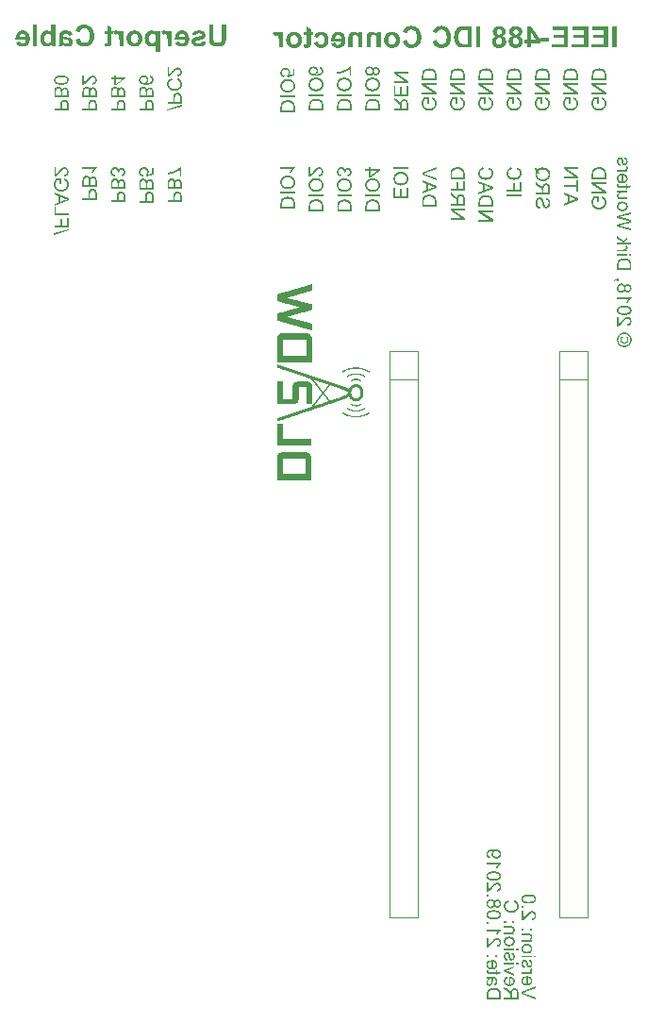
<source format=gbo>
G04*
G04 #@! TF.GenerationSoftware,Altium Limited,Altium Designer,21.0.8 (223)*
G04*
G04 Layer_Color=32896*
%FSLAX25Y25*%
%MOIN*%
G70*
G04*
G04 #@! TF.SameCoordinates,24B65C91-686E-4BDF-BE13-0E35A49C72FF*
G04*
G04*
G04 #@! TF.FilePolarity,Positive*
G04*
G01*
G75*
%ADD13C,0.00394*%
G36*
X102690Y258364D02*
X102374D01*
Y258285D01*
X102138D01*
Y258206D01*
X101901D01*
Y258127D01*
X101586D01*
Y258048D01*
X101349D01*
Y257969D01*
X101034D01*
Y257890D01*
X100719D01*
Y257812D01*
X100403D01*
Y257733D01*
X100167D01*
Y257654D01*
X99852D01*
Y257575D01*
X99615D01*
Y257496D01*
X99379D01*
Y257417D01*
X99063D01*
Y257339D01*
X98827D01*
Y257260D01*
X98432D01*
Y257181D01*
X98196D01*
Y257102D01*
X97881D01*
Y257023D01*
X97644D01*
Y256944D01*
X97329D01*
Y256866D01*
X97092D01*
Y256787D01*
X96856D01*
Y256708D01*
X96540D01*
Y256629D01*
X96304D01*
Y256550D01*
X96225D01*
Y256629D01*
X96146D01*
Y256550D01*
X95910D01*
Y256471D01*
X95594D01*
Y256393D01*
X95358D01*
Y256314D01*
X95121D01*
Y256235D01*
X94885D01*
Y256156D01*
X94569D01*
Y256077D01*
X94254D01*
Y255998D01*
X94017D01*
Y255920D01*
X93938D01*
Y255998D01*
X93860D01*
Y255841D01*
X93938D01*
Y255762D01*
X94096D01*
Y255683D01*
X94333D01*
Y255604D01*
X94806D01*
Y255525D01*
X95042D01*
Y255446D01*
X95358D01*
Y255367D01*
X95673D01*
Y255289D01*
X95910D01*
Y255210D01*
X96225D01*
Y255131D01*
X96540D01*
Y255052D01*
X96856D01*
Y254973D01*
X97250D01*
Y254894D01*
X97565D01*
Y254816D01*
X97802D01*
Y254737D01*
X98117D01*
Y254658D01*
X98432D01*
Y254579D01*
X98669D01*
Y254500D01*
X98984D01*
Y254421D01*
X99300D01*
Y254343D01*
X99694D01*
Y254264D01*
X100009D01*
Y254185D01*
X100324D01*
Y254106D01*
X100561D01*
Y254027D01*
X100876D01*
Y253948D01*
X101192D01*
Y253870D01*
X101428D01*
Y253791D01*
X101744D01*
Y253712D01*
X102059D01*
Y253633D01*
X102453D01*
Y253554D01*
X102690D01*
Y251583D01*
X102453D01*
Y251504D01*
X102217D01*
Y251426D01*
X101901D01*
Y251347D01*
X101665D01*
Y251268D01*
X101349D01*
Y251189D01*
X101113D01*
Y251110D01*
X100719D01*
Y251031D01*
X100403D01*
Y250953D01*
X100167D01*
Y250874D01*
X99852D01*
Y250795D01*
X99615D01*
Y250716D01*
X99379D01*
Y250637D01*
X99063D01*
Y250558D01*
X98669D01*
Y250480D01*
X98353D01*
Y250401D01*
X98117D01*
Y250322D01*
X97881D01*
Y250243D01*
X97565D01*
Y250164D01*
X97329D01*
Y250085D01*
X97013D01*
Y250007D01*
X96777D01*
Y249928D01*
X96461D01*
Y249849D01*
X96067D01*
Y249770D01*
X95831D01*
Y249691D01*
X95515D01*
Y249612D01*
X95279D01*
Y249533D01*
X94963D01*
Y249455D01*
X94727D01*
Y249376D01*
X94412D01*
Y249297D01*
X94175D01*
Y249218D01*
X93938D01*
Y249139D01*
X93860D01*
Y249060D01*
X93938D01*
Y248982D01*
X94254D01*
Y248903D01*
X94490D01*
Y248824D01*
X94569D01*
Y248903D01*
X94648D01*
Y248824D01*
X94885D01*
Y248745D01*
X95200D01*
Y248666D01*
X95515D01*
Y248587D01*
X95752D01*
Y248509D01*
X96067D01*
Y248430D01*
X96304D01*
Y248351D01*
X96619D01*
Y248272D01*
X97013D01*
Y248193D01*
X97171D01*
Y248114D01*
X97250D01*
Y248193D01*
X97329D01*
Y248114D01*
X97565D01*
Y248036D01*
X97881D01*
Y247957D01*
X98196D01*
Y247878D01*
X98432D01*
Y247799D01*
X98748D01*
Y247720D01*
X98984D01*
Y247641D01*
X99300D01*
Y247562D01*
X99694D01*
Y247484D01*
X100009D01*
Y247405D01*
X100324D01*
Y247326D01*
X100561D01*
Y247247D01*
X100876D01*
Y247168D01*
X101113D01*
Y247089D01*
X101428D01*
Y247011D01*
X101744D01*
Y246932D01*
X101980D01*
Y246853D01*
X102295D01*
Y246774D01*
X102690D01*
Y244330D01*
X102532D01*
Y244409D01*
X102217D01*
Y244488D01*
X101901D01*
Y244567D01*
X101586D01*
Y244645D01*
X101349D01*
Y244724D01*
X101113D01*
Y244803D01*
X100798D01*
Y244882D01*
X100561D01*
Y244961D01*
X100324D01*
Y245040D01*
X100009D01*
Y245118D01*
X99615D01*
Y245197D01*
X99379D01*
Y245276D01*
X99142D01*
Y245355D01*
X98827D01*
Y245434D01*
X98590D01*
Y245513D01*
X98275D01*
Y245591D01*
X98038D01*
Y245670D01*
X97802D01*
Y245749D01*
X97408D01*
Y245828D01*
X97171D01*
Y245907D01*
X96856D01*
Y245986D01*
X96619D01*
Y246064D01*
X96304D01*
Y246143D01*
X96067D01*
Y246222D01*
X95831D01*
Y246301D01*
X95515D01*
Y246380D01*
X95279D01*
Y246459D01*
X94885D01*
Y246537D01*
X94569D01*
Y246616D01*
X94333D01*
Y246695D01*
X94096D01*
Y246774D01*
X93860D01*
Y246853D01*
X93544D01*
Y246932D01*
X93308D01*
Y247011D01*
X93071D01*
Y247089D01*
X92756D01*
Y247168D01*
X92362D01*
Y247247D01*
X92125D01*
Y247326D01*
X91889D01*
Y247405D01*
X91573D01*
Y247484D01*
X91337D01*
Y247562D01*
X91022D01*
Y247641D01*
X90785D01*
Y247720D01*
X90470D01*
Y247799D01*
X90233D01*
Y250322D01*
X90470D01*
Y250401D01*
X90706D01*
Y250480D01*
X91022D01*
Y250558D01*
X91258D01*
Y250637D01*
X91573D01*
Y250716D01*
X91810D01*
Y250795D01*
X92046D01*
Y250874D01*
X92519D01*
Y250953D01*
X92756D01*
Y251031D01*
X93071D01*
Y251110D01*
X93308D01*
Y251189D01*
X93623D01*
Y251268D01*
X93860D01*
Y251347D01*
X94096D01*
Y251426D01*
X94412D01*
Y251504D01*
X94806D01*
Y251583D01*
X95121D01*
Y251662D01*
X95358D01*
Y251741D01*
X95673D01*
Y251820D01*
X95910D01*
Y251899D01*
X96225D01*
Y251977D01*
X96461D01*
Y252056D01*
X96698D01*
Y252135D01*
X97013D01*
Y252214D01*
X97408D01*
Y252293D01*
X97723D01*
Y252372D01*
X97959D01*
Y252450D01*
X98117D01*
Y252608D01*
X97881D01*
Y252687D01*
X97644D01*
Y252766D01*
X97329D01*
Y252845D01*
X97092D01*
Y252923D01*
X96777D01*
Y253002D01*
X96461D01*
Y253081D01*
X96225D01*
Y253160D01*
X95910D01*
Y253239D01*
X95831D01*
Y253160D01*
X95752D01*
Y253239D01*
X95515D01*
Y253318D01*
X95200D01*
Y253397D01*
X94963D01*
Y253475D01*
X94648D01*
Y253554D01*
X94333D01*
Y253633D01*
X94096D01*
Y253712D01*
X93781D01*
Y253791D01*
X93544D01*
Y253870D01*
X93229D01*
Y253948D01*
X93150D01*
Y253870D01*
X93071D01*
Y253948D01*
X92835D01*
Y254027D01*
X92519D01*
Y254106D01*
X92283D01*
Y254185D01*
X91968D01*
Y254264D01*
X91652D01*
Y254343D01*
X91416D01*
Y254421D01*
X91100D01*
Y254500D01*
X90864D01*
Y254579D01*
X90391D01*
Y254658D01*
X90233D01*
Y257102D01*
X90470D01*
Y257181D01*
X90785D01*
Y257260D01*
X91022D01*
Y257339D01*
X91258D01*
Y257417D01*
X91495D01*
Y257496D01*
X91810D01*
Y257575D01*
X92046D01*
Y257654D01*
X92441D01*
Y257733D01*
X92677D01*
Y257812D01*
X92914D01*
Y257890D01*
X93229D01*
Y257969D01*
X93387D01*
Y258048D01*
X93702D01*
Y258127D01*
X93938D01*
Y258206D01*
X94175D01*
Y258285D01*
X94412D01*
Y258364D01*
X94490D01*
Y258285D01*
X94569D01*
Y258364D01*
X94806D01*
Y258442D01*
X95121D01*
Y258521D01*
X95279D01*
Y258600D01*
X95594D01*
Y258679D01*
X95831D01*
Y258758D01*
X96067D01*
Y258837D01*
X96383D01*
Y258915D01*
X96698D01*
Y258994D01*
X97013D01*
Y259073D01*
X97250D01*
Y259152D01*
X97486D01*
Y259231D01*
X97723D01*
Y259310D01*
X97959D01*
Y259388D01*
X98275D01*
Y259467D01*
X98511D01*
Y259546D01*
X98748D01*
Y259625D01*
X98984D01*
Y259704D01*
X99063D01*
Y259625D01*
X99142D01*
Y259704D01*
X99379D01*
Y259783D01*
X99615D01*
Y259861D01*
X99930D01*
Y259940D01*
X100167D01*
Y260019D01*
X100403D01*
Y260098D01*
X100640D01*
Y260177D01*
X100876D01*
Y260256D01*
X101192D01*
Y260334D01*
X101428D01*
Y260413D01*
X101822D01*
Y260492D01*
X102059D01*
Y260571D01*
X102295D01*
Y260650D01*
X102532D01*
Y260729D01*
X102690D01*
Y258364D01*
D02*
G37*
G36*
X99930Y243305D02*
X100955D01*
Y243226D01*
X101192D01*
Y243147D01*
X101349D01*
Y243069D01*
X101507D01*
Y242990D01*
X101665D01*
Y242911D01*
X101822D01*
Y242753D01*
X101980D01*
Y242674D01*
X102059D01*
Y242517D01*
X102138D01*
Y242438D01*
X102217D01*
Y242359D01*
X102295D01*
Y242201D01*
X102374D01*
Y242044D01*
X102453D01*
Y241886D01*
X102532D01*
Y241650D01*
X102611D01*
Y241334D01*
X102690D01*
Y233214D01*
X90154D01*
Y241255D01*
X90233D01*
Y241807D01*
X90312D01*
Y242123D01*
X90391D01*
Y242280D01*
X90470D01*
Y242438D01*
X90548D01*
Y242596D01*
X90627D01*
Y242674D01*
X90706D01*
Y242753D01*
X90785D01*
Y242832D01*
X90864D01*
Y242911D01*
X90943D01*
Y242990D01*
X91100D01*
Y243069D01*
X91258D01*
Y243147D01*
X91416D01*
Y243226D01*
X91731D01*
Y243305D01*
X92756D01*
Y243384D01*
X99930D01*
Y243305D01*
D02*
G37*
G36*
X119325Y231164D02*
X119798D01*
Y231085D01*
X120192D01*
Y231006D01*
X120507D01*
Y230927D01*
X120744D01*
Y230849D01*
X120981D01*
Y230770D01*
X121296D01*
Y230691D01*
X121453D01*
Y230612D01*
X121690D01*
Y230533D01*
X121848D01*
Y230454D01*
X122005D01*
Y230375D01*
X122163D01*
Y230297D01*
X122321D01*
Y230218D01*
X122478D01*
Y230139D01*
X122557D01*
Y230060D01*
X122715D01*
Y229981D01*
X122794D01*
Y229902D01*
X122873D01*
Y229824D01*
X122951D01*
Y229587D01*
X122873D01*
Y229508D01*
X122557D01*
Y229587D01*
X122400D01*
Y229666D01*
X122321D01*
Y229745D01*
X122163D01*
Y229824D01*
X122005D01*
Y229902D01*
X121926D01*
Y229981D01*
X121769D01*
Y230060D01*
X121611D01*
Y230139D01*
X121453D01*
Y230218D01*
X121296D01*
Y230297D01*
X120981D01*
Y230375D01*
X120744D01*
Y230454D01*
X120429D01*
Y230533D01*
X120192D01*
Y230612D01*
X119877D01*
Y230691D01*
X119561D01*
Y230770D01*
X118931D01*
Y230849D01*
X117354D01*
Y230770D01*
X116802D01*
Y230691D01*
X116408D01*
Y230612D01*
X116014D01*
Y230533D01*
X115777D01*
Y230454D01*
X115462D01*
Y230375D01*
X115304D01*
Y230297D01*
X115068D01*
Y230218D01*
X114752D01*
Y230139D01*
X114673D01*
Y230060D01*
X114516D01*
Y229981D01*
X114358D01*
Y229902D01*
X114279D01*
Y229824D01*
X114043D01*
Y229745D01*
X113964D01*
Y229666D01*
X113885D01*
Y229587D01*
X113727D01*
Y229508D01*
X113412D01*
Y229587D01*
X113333D01*
Y229666D01*
X113254D01*
Y229745D01*
X113333D01*
Y229902D01*
X113412D01*
Y229981D01*
X113570D01*
Y230060D01*
X113727D01*
Y230139D01*
X113806D01*
Y230218D01*
X113964D01*
Y230297D01*
X114121D01*
Y230375D01*
X114200D01*
Y230454D01*
X114437D01*
Y230533D01*
X114594D01*
Y230612D01*
X114752D01*
Y230691D01*
X114989D01*
Y230770D01*
X115225D01*
Y230849D01*
X115462D01*
Y230927D01*
X115698D01*
Y231006D01*
X116092D01*
Y231085D01*
X116408D01*
Y231164D01*
X116960D01*
Y231243D01*
X119325D01*
Y231164D01*
D02*
G37*
G36*
X118694Y229114D02*
X119246D01*
Y229035D01*
X119640D01*
Y228956D01*
X119956D01*
Y228877D01*
X120192D01*
Y228799D01*
X120429D01*
Y228720D01*
X120586D01*
Y228641D01*
X120744D01*
Y228562D01*
X120981D01*
Y228483D01*
X121059D01*
Y228404D01*
X121138D01*
Y228326D01*
X121296D01*
Y228247D01*
X121375D01*
Y227931D01*
X121296D01*
Y227853D01*
X121059D01*
Y227931D01*
X120902D01*
Y228010D01*
X120744D01*
Y228089D01*
X120665D01*
Y228168D01*
X120507D01*
Y228247D01*
X120350D01*
Y228326D01*
X120113D01*
Y228404D01*
X119956D01*
Y228483D01*
X119719D01*
Y228562D01*
X119404D01*
Y228641D01*
X119009D01*
Y228720D01*
X117275D01*
Y228641D01*
X116802D01*
Y228562D01*
X116566D01*
Y228483D01*
X116329D01*
Y228404D01*
X116092D01*
Y228326D01*
X115935D01*
Y228247D01*
X115777D01*
Y228168D01*
X115619D01*
Y228089D01*
X115462D01*
Y228010D01*
X115383D01*
Y227931D01*
X115225D01*
Y227853D01*
X114910D01*
Y227931D01*
X114831D01*
Y228247D01*
X114989D01*
Y228326D01*
X115068D01*
Y228404D01*
X115225D01*
Y228483D01*
X115304D01*
Y228562D01*
X115462D01*
Y228641D01*
X115619D01*
Y228720D01*
X115856D01*
Y228799D01*
X116092D01*
Y228877D01*
X116329D01*
Y228956D01*
X116644D01*
Y229035D01*
X117039D01*
Y229114D01*
X117590D01*
Y229193D01*
X118694D01*
Y229114D01*
D02*
G37*
G36*
X118536Y227222D02*
X118931D01*
Y227143D01*
X119167D01*
Y227064D01*
X119325D01*
Y226985D01*
X119561D01*
Y226906D01*
X119719D01*
Y226828D01*
X119798D01*
Y226749D01*
X119877D01*
Y226433D01*
X119719D01*
Y226355D01*
X119483D01*
Y226433D01*
X119404D01*
Y226512D01*
X119325D01*
Y226591D01*
X119167D01*
Y226670D01*
X119009D01*
Y226749D01*
X118694D01*
Y226828D01*
X117590D01*
Y226749D01*
X117275D01*
Y226670D01*
X117117D01*
Y226591D01*
X116960D01*
Y226512D01*
X116802D01*
Y226433D01*
X116723D01*
Y226355D01*
X116487D01*
Y226433D01*
X116408D01*
Y226512D01*
X116329D01*
Y226749D01*
X116408D01*
Y226828D01*
X116566D01*
Y226906D01*
X116723D01*
Y226985D01*
X116802D01*
Y227064D01*
X117039D01*
Y227143D01*
X117275D01*
Y227222D01*
X118458D01*
Y227301D01*
X118536D01*
Y227222D01*
D02*
G37*
G36*
X100561Y226276D02*
X101192D01*
Y226197D01*
X101507D01*
Y226118D01*
X101744D01*
Y226039D01*
X101901D01*
Y225960D01*
X101980D01*
Y225882D01*
X102138D01*
Y225803D01*
X102217D01*
Y225724D01*
X102295D01*
Y225566D01*
X102374D01*
Y225487D01*
X102453D01*
Y225251D01*
X102532D01*
Y225014D01*
X102611D01*
Y218392D01*
X100482D01*
Y224541D01*
X97881D01*
Y219732D01*
X97802D01*
Y219417D01*
X97723D01*
Y219180D01*
X97644D01*
Y219023D01*
X97565D01*
Y218944D01*
X97486D01*
Y218865D01*
X97408D01*
Y218786D01*
X97329D01*
Y218707D01*
X97250D01*
Y218628D01*
X97092D01*
Y218549D01*
X97013D01*
Y218471D01*
X96856D01*
Y218392D01*
X96619D01*
Y218313D01*
X96225D01*
Y218234D01*
X90233D01*
Y226276D01*
X92283D01*
Y220126D01*
X92362D01*
Y220047D01*
X95752D01*
Y225014D01*
X95831D01*
Y225251D01*
X95910D01*
Y225409D01*
X95988D01*
Y225566D01*
X96067D01*
Y225645D01*
X96146D01*
Y225724D01*
X96225D01*
Y225803D01*
X96304D01*
Y225882D01*
X96461D01*
Y225960D01*
X96540D01*
Y226039D01*
X96698D01*
Y226118D01*
X97013D01*
Y226197D01*
X97250D01*
Y226276D01*
X98117D01*
Y226355D01*
X100561D01*
Y226276D01*
D02*
G37*
G36*
X90391Y232268D02*
X90548D01*
Y232189D01*
X90785D01*
Y232110D01*
X91022D01*
Y232031D01*
X91337D01*
Y231952D01*
X91573D01*
Y231873D01*
X91810D01*
Y231795D01*
X92046D01*
Y231716D01*
X92283D01*
Y231637D01*
X92519D01*
Y231558D01*
X92756D01*
Y231479D01*
X92914D01*
Y231400D01*
X93150D01*
Y231322D01*
X93466D01*
Y231243D01*
X93702D01*
Y231164D01*
X93938D01*
Y231085D01*
X94175D01*
Y231006D01*
X94412D01*
Y230927D01*
X94648D01*
Y230849D01*
X94885D01*
Y230770D01*
X95121D01*
Y230691D01*
X95358D01*
Y230612D01*
X95594D01*
Y230533D01*
X95831D01*
Y230454D01*
X96067D01*
Y230375D01*
X96304D01*
Y230297D01*
X96540D01*
Y230218D01*
X96777D01*
Y230139D01*
X97013D01*
Y230060D01*
X97171D01*
Y229981D01*
X97565D01*
Y229902D01*
X97723D01*
Y229824D01*
X97959D01*
Y229745D01*
X98196D01*
Y229666D01*
X98432D01*
Y229587D01*
X98669D01*
Y229508D01*
X98905D01*
Y229429D01*
X99063D01*
Y229350D01*
X99300D01*
Y229272D01*
X99615D01*
Y229193D01*
X99852D01*
Y229114D01*
X100088D01*
Y229035D01*
X100324D01*
Y228956D01*
X100561D01*
Y228877D01*
X100798D01*
Y228799D01*
X101034D01*
Y228720D01*
X101192D01*
Y228641D01*
X101586D01*
Y228562D01*
X101744D01*
Y228483D01*
X101980D01*
Y228404D01*
X102217D01*
Y228326D01*
X102453D01*
Y228247D01*
X102690D01*
Y228168D01*
X102926D01*
Y228089D01*
X103084D01*
Y228010D01*
X103320D01*
Y227931D01*
X103715D01*
Y227853D01*
X103872D01*
Y227774D01*
X104109D01*
Y227695D01*
X104345D01*
Y227616D01*
X104582D01*
Y227537D01*
X104818D01*
Y227458D01*
X105055D01*
Y227380D01*
X105213D01*
Y227301D01*
X105607D01*
Y227222D01*
X105764D01*
Y227143D01*
X106001D01*
Y227064D01*
X106237D01*
Y226985D01*
X106474D01*
Y226906D01*
X106711D01*
Y226828D01*
X106947D01*
Y226749D01*
X107184D01*
Y226670D01*
X107341D01*
Y226591D01*
X107735D01*
Y226512D01*
X107893D01*
Y226433D01*
X108130D01*
Y226355D01*
X108366D01*
Y226276D01*
X108681D01*
Y226197D01*
X108839D01*
Y226118D01*
X109076D01*
Y226039D01*
X109312D01*
Y225960D01*
X109628D01*
Y225882D01*
X109864D01*
Y225803D01*
X110101D01*
Y225724D01*
X110337D01*
Y225645D01*
X110495D01*
Y225566D01*
X110731D01*
Y225487D01*
X110968D01*
Y225409D01*
X111204D01*
Y225330D01*
X111441D01*
Y225251D01*
X111756D01*
Y225172D01*
X111993D01*
Y225093D01*
X112229D01*
Y225014D01*
X112466D01*
Y224936D01*
X112624D01*
Y224857D01*
X112939D01*
Y224778D01*
X113175D01*
Y224699D01*
X113333D01*
Y224620D01*
X113570D01*
Y224541D01*
X113806D01*
Y224463D01*
X113964D01*
Y224384D01*
X114121D01*
Y224305D01*
X114358D01*
Y224226D01*
X114516D01*
Y224147D01*
X114673D01*
Y224068D01*
X114831D01*
Y223989D01*
X114989D01*
Y223911D01*
X115146D01*
Y223832D01*
X115225D01*
Y223753D01*
X115383D01*
Y223674D01*
X115462D01*
Y223595D01*
X115698D01*
Y223753D01*
X115777D01*
Y223911D01*
X115856D01*
Y224068D01*
X115935D01*
Y224147D01*
X116014D01*
Y224305D01*
X116092D01*
Y224384D01*
X116171D01*
Y224463D01*
X116250D01*
Y224541D01*
X116329D01*
Y224620D01*
X116408D01*
Y224699D01*
X116487D01*
Y224778D01*
X116566D01*
Y224857D01*
X116644D01*
Y224936D01*
X116802D01*
Y225014D01*
X116881D01*
Y225093D01*
X117039D01*
Y225172D01*
X117275D01*
Y225251D01*
X117590D01*
Y225330D01*
X118615D01*
Y225251D01*
X118931D01*
Y225172D01*
X119167D01*
Y225093D01*
X119325D01*
Y225014D01*
X119404D01*
Y224936D01*
X119561D01*
Y224857D01*
X119640D01*
Y224778D01*
X119719D01*
Y224699D01*
X119798D01*
Y224620D01*
X119877D01*
Y224541D01*
X119956D01*
Y224463D01*
X120034D01*
Y224384D01*
X120113D01*
Y224305D01*
X120192D01*
Y224147D01*
X120271D01*
Y224068D01*
X120350D01*
Y223911D01*
X120429D01*
Y223753D01*
X120507D01*
Y223595D01*
X120586D01*
Y223359D01*
X120665D01*
Y223122D01*
X120744D01*
Y221545D01*
X120665D01*
Y221230D01*
X120586D01*
Y220993D01*
X120507D01*
Y220836D01*
X120429D01*
Y220678D01*
X120350D01*
Y220599D01*
X120271D01*
Y220442D01*
X120192D01*
Y220363D01*
X120113D01*
Y220205D01*
X120034D01*
Y220126D01*
X119956D01*
Y220047D01*
X119877D01*
Y219969D01*
X119798D01*
Y219890D01*
X119640D01*
Y219811D01*
X119561D01*
Y219732D01*
X119483D01*
Y219653D01*
X119325D01*
Y219574D01*
X119246D01*
Y219496D01*
X119088D01*
Y219417D01*
X119009D01*
Y219496D01*
X118931D01*
Y219417D01*
X118694D01*
Y219338D01*
X118379D01*
Y219259D01*
X117906D01*
Y219338D01*
X117511D01*
Y219417D01*
X117196D01*
Y219496D01*
X116960D01*
Y219574D01*
X116881D01*
Y219653D01*
X116723D01*
Y219732D01*
X116566D01*
Y219890D01*
X116408D01*
Y219969D01*
X116329D01*
Y220047D01*
X116250D01*
Y220126D01*
X116171D01*
Y220205D01*
X116092D01*
Y220363D01*
X116014D01*
Y220442D01*
X115935D01*
Y220520D01*
X115856D01*
Y220678D01*
X115777D01*
Y220836D01*
X115698D01*
Y220915D01*
X115462D01*
Y220836D01*
X115383D01*
Y220757D01*
X115225D01*
Y220678D01*
X115146D01*
Y220599D01*
X114989D01*
Y220520D01*
X114831D01*
Y220442D01*
X114673D01*
Y220363D01*
X114594D01*
Y220284D01*
X114358D01*
Y220205D01*
X114200D01*
Y220126D01*
X114043D01*
Y220047D01*
X113806D01*
Y219969D01*
X113570D01*
Y219890D01*
X113412D01*
Y219811D01*
X113175D01*
Y219732D01*
X112939D01*
Y219653D01*
X112702D01*
Y219574D01*
X112466D01*
Y219496D01*
X112229D01*
Y219417D01*
X111914D01*
Y219338D01*
X111677D01*
Y219259D01*
X111441D01*
Y219180D01*
X111204D01*
Y219101D01*
X111047D01*
Y219023D01*
X110810D01*
Y218944D01*
X110574D01*
Y218865D01*
X110337D01*
Y218786D01*
X110022D01*
Y218707D01*
X109785D01*
Y218628D01*
X109549D01*
Y218549D01*
X109312D01*
Y218471D01*
X109154D01*
Y218392D01*
X108918D01*
Y218313D01*
X108681D01*
Y218234D01*
X108445D01*
Y218155D01*
X108209D01*
Y218076D01*
X107893D01*
Y217998D01*
X107657D01*
Y217919D01*
X107420D01*
Y217840D01*
X107184D01*
Y217761D01*
X107026D01*
Y217682D01*
X106789D01*
Y217603D01*
X106553D01*
Y217525D01*
X106316D01*
Y217446D01*
X106001D01*
Y217367D01*
X105764D01*
Y217288D01*
X105528D01*
Y217209D01*
X105291D01*
Y217130D01*
X105055D01*
Y217052D01*
X104897D01*
Y216973D01*
X104661D01*
Y216894D01*
X104424D01*
Y216815D01*
X104188D01*
Y216736D01*
X103872D01*
Y216657D01*
X103636D01*
Y216579D01*
X103399D01*
Y216500D01*
X103163D01*
Y216421D01*
X103005D01*
Y216342D01*
X102769D01*
Y216263D01*
X102532D01*
Y216184D01*
X102295D01*
Y216106D01*
X101980D01*
Y216027D01*
X101744D01*
Y215948D01*
X101507D01*
Y215869D01*
X101349D01*
Y215790D01*
X101034D01*
Y215711D01*
X100798D01*
Y215633D01*
X100561D01*
Y215554D01*
X100324D01*
Y215475D01*
X100009D01*
Y215396D01*
X99773D01*
Y215317D01*
X99615D01*
Y215238D01*
X99379D01*
Y215159D01*
X99142D01*
Y215081D01*
X98905D01*
Y215002D01*
X98669D01*
Y214923D01*
X98432D01*
Y214844D01*
X98196D01*
Y214765D01*
X98038D01*
Y214686D01*
X97802D01*
Y214608D01*
X97565D01*
Y214529D01*
X97329D01*
Y214450D01*
X97092D01*
Y214371D01*
X96856D01*
Y214292D01*
X96619D01*
Y214213D01*
X96383D01*
Y214135D01*
X96146D01*
Y214056D01*
X96067D01*
Y214135D01*
X95988D01*
Y214056D01*
X95752D01*
Y213977D01*
X95594D01*
Y213898D01*
X95358D01*
Y213819D01*
X95121D01*
Y213740D01*
X94885D01*
Y213662D01*
X94727D01*
Y213583D01*
X94490D01*
Y213504D01*
X94175D01*
Y213425D01*
X93860D01*
Y213346D01*
X93623D01*
Y213267D01*
X93466D01*
Y213188D01*
X93229D01*
Y213110D01*
X92993D01*
Y213031D01*
X92756D01*
Y212952D01*
X92598D01*
Y212873D01*
X92362D01*
Y212794D01*
X92125D01*
Y212715D01*
X92046D01*
Y212794D01*
X91968D01*
Y212715D01*
X91731D01*
Y212637D01*
X91573D01*
Y212558D01*
X91337D01*
Y212479D01*
X91100D01*
Y212400D01*
X90864D01*
Y212321D01*
X90706D01*
Y212242D01*
X90470D01*
Y212163D01*
X90233D01*
Y213346D01*
X90391D01*
Y213425D01*
X90627D01*
Y213504D01*
X90943D01*
Y213583D01*
X91179D01*
Y213662D01*
X91337D01*
Y213740D01*
X91573D01*
Y213819D01*
X91968D01*
Y213898D01*
X92204D01*
Y213977D01*
X92441D01*
Y214056D01*
X92598D01*
Y214135D01*
X92835D01*
Y214213D01*
X93071D01*
Y214292D01*
X93308D01*
Y214371D01*
X93544D01*
Y214450D01*
X93860D01*
Y214529D01*
X94096D01*
Y214608D01*
X94333D01*
Y214686D01*
X94569D01*
Y214765D01*
X94727D01*
Y214844D01*
X94963D01*
Y214923D01*
X95200D01*
Y215002D01*
X95437D01*
Y215081D01*
X95594D01*
Y215159D01*
X95673D01*
Y215081D01*
X95752D01*
Y215159D01*
X95988D01*
Y215238D01*
X96225D01*
Y215317D01*
X96461D01*
Y215396D01*
X96619D01*
Y215475D01*
X96856D01*
Y215554D01*
X97092D01*
Y215633D01*
X97329D01*
Y215711D01*
X97565D01*
Y215790D01*
X97802D01*
Y215869D01*
X98117D01*
Y215948D01*
X98353D01*
Y216027D01*
X98590D01*
Y216106D01*
X98748D01*
Y216184D01*
X98984D01*
Y216263D01*
X99221D01*
Y216342D01*
X99457D01*
Y216421D01*
X99694D01*
Y216500D01*
X100009D01*
Y216579D01*
X100246D01*
Y216657D01*
X100482D01*
Y216736D01*
X100719D01*
Y216815D01*
X100955D01*
Y216894D01*
X101192D01*
Y216973D01*
X101428D01*
Y217052D01*
X101586D01*
Y217130D01*
X101822D01*
Y217209D01*
X102138D01*
Y217288D01*
X102295D01*
Y217367D01*
X102374D01*
Y217446D01*
X102532D01*
Y217525D01*
X102611D01*
Y217603D01*
X102690D01*
Y217761D01*
X102769D01*
Y217919D01*
X102847D01*
Y217998D01*
X102926D01*
Y218076D01*
X103005D01*
Y218155D01*
X103084D01*
Y218234D01*
X103163D01*
Y218392D01*
X103242D01*
Y218471D01*
X103320D01*
Y218549D01*
X103399D01*
Y218628D01*
X103478D01*
Y218786D01*
X103557D01*
Y218865D01*
X103636D01*
Y218944D01*
X103715D01*
Y219023D01*
X103794D01*
Y219180D01*
X103872D01*
Y219259D01*
X103951D01*
Y219338D01*
X104030D01*
Y219496D01*
X104109D01*
Y219574D01*
X104188D01*
Y219653D01*
X104267D01*
Y219811D01*
X104345D01*
Y219890D01*
X104424D01*
Y219969D01*
X104503D01*
Y220126D01*
X104582D01*
Y220205D01*
X104661D01*
Y220284D01*
X104739D01*
Y220442D01*
X104818D01*
Y220520D01*
X104897D01*
Y220599D01*
X104976D01*
Y220757D01*
X105055D01*
Y220836D01*
X105134D01*
Y220915D01*
X105213D01*
Y221072D01*
X105291D01*
Y221151D01*
X105370D01*
Y221230D01*
X105449D01*
Y221309D01*
X105528D01*
Y221467D01*
X105607D01*
Y221545D01*
X105686D01*
Y221624D01*
X105764D01*
Y221703D01*
X105843D01*
Y221861D01*
X105922D01*
Y221940D01*
X106001D01*
Y222019D01*
X106080D01*
Y222413D01*
X106001D01*
Y222492D01*
X105922D01*
Y222570D01*
X105843D01*
Y222649D01*
X105764D01*
Y222807D01*
X105686D01*
Y222886D01*
X105607D01*
Y222965D01*
X105528D01*
Y223043D01*
X105449D01*
Y223201D01*
X105370D01*
Y223280D01*
X105291D01*
Y223359D01*
X105213D01*
Y223516D01*
X105134D01*
Y223595D01*
X105055D01*
Y223674D01*
X104976D01*
Y223753D01*
X104897D01*
Y223911D01*
X104818D01*
Y223989D01*
X104739D01*
Y224068D01*
X104661D01*
Y224147D01*
X104582D01*
Y224226D01*
X104503D01*
Y224305D01*
X104424D01*
Y224463D01*
X104345D01*
Y224541D01*
X104267D01*
Y224620D01*
X104188D01*
Y224778D01*
X104109D01*
Y224857D01*
X104030D01*
Y224936D01*
X103951D01*
Y225014D01*
X103872D01*
Y225172D01*
X103794D01*
Y225251D01*
X103715D01*
Y225330D01*
X103636D01*
Y225409D01*
X103557D01*
Y225566D01*
X103478D01*
Y225645D01*
X103399D01*
Y225724D01*
X103320D01*
Y225803D01*
X103242D01*
Y225960D01*
X103163D01*
Y226039D01*
X103084D01*
Y226118D01*
X103005D01*
Y226197D01*
X102926D01*
Y226355D01*
X102847D01*
Y226433D01*
X102769D01*
Y226512D01*
X102690D01*
Y226670D01*
X102611D01*
Y226749D01*
X102532D01*
Y226828D01*
X102453D01*
Y226985D01*
X102374D01*
Y227064D01*
X102295D01*
Y227143D01*
X102138D01*
Y227222D01*
X102059D01*
Y227301D01*
X101901D01*
Y227380D01*
X101665D01*
Y227458D01*
X101428D01*
Y227537D01*
X101113D01*
Y227616D01*
X100876D01*
Y227695D01*
X100640D01*
Y227774D01*
X100403D01*
Y227853D01*
X100167D01*
Y227931D01*
X100009D01*
Y228010D01*
X99773D01*
Y228089D01*
X99457D01*
Y228168D01*
X99221D01*
Y228247D01*
X98905D01*
Y228326D01*
X98669D01*
Y228404D01*
X98511D01*
Y228483D01*
X98275D01*
Y228562D01*
X98038D01*
Y228641D01*
X97802D01*
Y228720D01*
X97565D01*
Y228799D01*
X97329D01*
Y228877D01*
X97171D01*
Y228956D01*
X97092D01*
Y228877D01*
X97013D01*
Y228956D01*
X96777D01*
Y229035D01*
X96619D01*
Y229114D01*
X96383D01*
Y229193D01*
X96146D01*
Y229272D01*
X95910D01*
Y229350D01*
X95673D01*
Y229429D01*
X95437D01*
Y229508D01*
X95200D01*
Y229587D01*
X94885D01*
Y229666D01*
X94648D01*
Y229745D01*
X94490D01*
Y229824D01*
X94254D01*
Y229902D01*
X94017D01*
Y229981D01*
X93781D01*
Y230060D01*
X93544D01*
Y230139D01*
X93308D01*
Y230218D01*
X92993D01*
Y230297D01*
X92756D01*
Y230375D01*
X92598D01*
Y230454D01*
X92362D01*
Y230533D01*
X92046D01*
Y230612D01*
X91889D01*
Y230691D01*
X91652D01*
Y230770D01*
X91416D01*
Y230849D01*
X91179D01*
Y230927D01*
X90785D01*
Y231006D01*
X90548D01*
Y231085D01*
X90391D01*
Y231164D01*
X90233D01*
Y232189D01*
X90312D01*
Y232346D01*
X90391D01*
Y232268D01*
D02*
G37*
G36*
X116644Y218392D02*
X116802D01*
Y218313D01*
X116960D01*
Y218234D01*
X117117D01*
Y218155D01*
X117275D01*
Y218076D01*
X117511D01*
Y217998D01*
X118694D01*
Y218076D01*
X119009D01*
Y218155D01*
X119167D01*
Y218234D01*
X119325D01*
Y218313D01*
X119483D01*
Y218392D01*
X119798D01*
Y218313D01*
X119877D01*
Y218076D01*
X119798D01*
Y217998D01*
X119719D01*
Y217919D01*
X119561D01*
Y217840D01*
X119404D01*
Y217761D01*
X119167D01*
Y217682D01*
X118931D01*
Y217603D01*
X118536D01*
Y217525D01*
X117827D01*
Y217603D01*
X117354D01*
Y217682D01*
X117039D01*
Y217761D01*
X116881D01*
Y217840D01*
X116723D01*
Y217919D01*
X116566D01*
Y217998D01*
X116408D01*
Y218076D01*
X116329D01*
Y218313D01*
X116408D01*
Y218392D01*
X116566D01*
Y218471D01*
X116644D01*
Y218392D01*
D02*
G37*
G36*
X121375Y216579D02*
X121217D01*
Y216500D01*
X121138D01*
Y216421D01*
X120981D01*
Y216342D01*
X120823D01*
Y216263D01*
X120665D01*
Y216184D01*
X120507D01*
Y216106D01*
X120192D01*
Y216027D01*
X120034D01*
Y215948D01*
X119798D01*
Y215869D01*
X119404D01*
Y215790D01*
X119009D01*
Y215711D01*
X117275D01*
Y215790D01*
X116802D01*
Y215869D01*
X116487D01*
Y215948D01*
X116250D01*
Y216027D01*
X115935D01*
Y216106D01*
X115698D01*
Y216184D01*
X115541D01*
Y216263D01*
X115383D01*
Y216342D01*
X115225D01*
Y216421D01*
X115146D01*
Y216500D01*
X114989D01*
Y216579D01*
X114910D01*
Y216657D01*
X114831D01*
Y216894D01*
X114910D01*
Y216973D01*
X115225D01*
Y216894D01*
X115383D01*
Y216815D01*
X115541D01*
Y216736D01*
X115619D01*
Y216657D01*
X115777D01*
Y216579D01*
X115935D01*
Y216500D01*
X116171D01*
Y216421D01*
X116408D01*
Y216342D01*
X116644D01*
Y216263D01*
X117039D01*
Y216184D01*
X117590D01*
Y216106D01*
X118773D01*
Y216184D01*
X119246D01*
Y216263D01*
X119640D01*
Y216342D01*
X119798D01*
Y216421D01*
X120034D01*
Y216500D01*
X120271D01*
Y216579D01*
X120429D01*
Y216657D01*
X120586D01*
Y216736D01*
X120744D01*
Y216815D01*
X120823D01*
Y216894D01*
X120981D01*
Y216973D01*
X121375D01*
Y216579D01*
D02*
G37*
G36*
X122715Y215317D02*
X122873D01*
Y215238D01*
X122951D01*
Y215081D01*
X122873D01*
Y215002D01*
X122794D01*
Y214923D01*
X122715D01*
Y214844D01*
X122636D01*
Y214765D01*
X122478D01*
Y214686D01*
X122321D01*
Y214608D01*
X122242D01*
Y214529D01*
X122005D01*
Y214450D01*
X121848D01*
Y214371D01*
X121690D01*
Y214292D01*
X121453D01*
Y214213D01*
X121296D01*
Y214135D01*
X121059D01*
Y214056D01*
X120744D01*
Y213977D01*
X120429D01*
Y213898D01*
X120034D01*
Y213819D01*
X119640D01*
Y213740D01*
X119088D01*
Y213662D01*
X117196D01*
Y213740D01*
X116566D01*
Y213819D01*
X116171D01*
Y213898D01*
X115856D01*
Y213977D01*
X115541D01*
Y214056D01*
X115304D01*
Y214135D01*
X115225D01*
Y214056D01*
X115146D01*
Y214135D01*
X114910D01*
Y214213D01*
X114752D01*
Y214292D01*
X114594D01*
Y214371D01*
X114437D01*
Y214450D01*
X114200D01*
Y214529D01*
X114043D01*
Y214608D01*
X113964D01*
Y214686D01*
X113806D01*
Y214765D01*
X113648D01*
Y214844D01*
X113491D01*
Y214923D01*
X113412D01*
Y215002D01*
X113333D01*
Y215317D01*
X113491D01*
Y215396D01*
X113648D01*
Y215317D01*
X113806D01*
Y215238D01*
X113964D01*
Y215159D01*
X114043D01*
Y215081D01*
X114200D01*
Y215002D01*
X114358D01*
Y214923D01*
X114516D01*
Y214844D01*
X114673D01*
Y214765D01*
X114831D01*
Y214686D01*
X114989D01*
Y214608D01*
X115146D01*
Y214529D01*
X115462D01*
Y214450D01*
X115777D01*
Y214371D01*
X116014D01*
Y214292D01*
X116408D01*
Y214213D01*
X116881D01*
Y214135D01*
X117669D01*
Y214056D01*
X118615D01*
Y214135D01*
X119404D01*
Y214213D01*
X119798D01*
Y214292D01*
X120192D01*
Y214371D01*
X120429D01*
Y214450D01*
X120902D01*
Y214529D01*
X121059D01*
Y214608D01*
X121296D01*
Y214686D01*
X121453D01*
Y214765D01*
X121690D01*
Y214844D01*
X121769D01*
Y214923D01*
X121926D01*
Y215002D01*
X122084D01*
Y215081D01*
X122163D01*
Y215159D01*
X122321D01*
Y215238D01*
X122400D01*
Y215317D01*
X122636D01*
Y215396D01*
X122715D01*
Y215317D01*
D02*
G37*
G36*
X92283Y205935D02*
X102374D01*
Y203649D01*
X90233D01*
Y211533D01*
X92283D01*
Y205935D01*
D02*
G37*
G36*
X100719Y201284D02*
X100955D01*
Y201205D01*
X101192D01*
Y201126D01*
X101349D01*
Y201047D01*
X101428D01*
Y200968D01*
X101586D01*
Y200889D01*
X101665D01*
Y200811D01*
X101744D01*
Y200732D01*
X101822D01*
Y200653D01*
X101901D01*
Y200574D01*
X101980D01*
Y200416D01*
X102059D01*
Y200338D01*
X102138D01*
Y200180D01*
X102217D01*
Y200022D01*
X102295D01*
Y199865D01*
X102374D01*
Y199549D01*
X102453D01*
Y191508D01*
X90233D01*
Y199707D01*
X90312D01*
Y200022D01*
X90391D01*
Y200259D01*
X90470D01*
Y200495D01*
X90548D01*
Y200574D01*
X90627D01*
Y200732D01*
X90706D01*
Y200811D01*
X90785D01*
Y200889D01*
X90864D01*
Y200968D01*
X91022D01*
Y201047D01*
X91100D01*
Y201126D01*
X91258D01*
Y201205D01*
X91495D01*
Y201284D01*
X91889D01*
Y201362D01*
X100719D01*
Y201284D01*
D02*
G37*
G36*
X56453Y298739D02*
X55860D01*
Y301206D01*
X55758Y301119D01*
X55649Y301032D01*
X55427Y300868D01*
X55314Y300792D01*
X55205Y300715D01*
X55099Y300646D01*
X54997Y300584D01*
X54903Y300526D01*
X54815Y300471D01*
X54735Y300428D01*
X54670Y300388D01*
X54615Y300358D01*
X54593Y300344D01*
X54575Y300333D01*
X54557Y300326D01*
X54546Y300318D01*
X54542Y300315D01*
X54539D01*
X54393Y300238D01*
X54244Y300169D01*
X54098Y300100D01*
X53956Y300038D01*
X53818Y299983D01*
X53683Y299929D01*
X53556Y299882D01*
X53436Y299838D01*
X53323Y299801D01*
X53225Y299769D01*
X53134Y299740D01*
X53061Y299718D01*
X53028Y299707D01*
X52999Y299699D01*
X52974Y299692D01*
X52952Y299685D01*
X52937Y299681D01*
X52926Y299678D01*
X52919Y299674D01*
X52915D01*
X52762Y299634D01*
X52613Y299601D01*
X52471Y299572D01*
X52337Y299543D01*
X52209Y299521D01*
X52093Y299503D01*
X51983Y299488D01*
X51881Y299478D01*
X51794Y299467D01*
X51714Y299459D01*
X51645Y299452D01*
X51587Y299448D01*
X51543D01*
X51507Y299445D01*
X51488D01*
X51481D01*
Y300082D01*
X51619Y300093D01*
X51758Y300107D01*
X51889Y300122D01*
X52013Y300140D01*
X52133Y300158D01*
X52249Y300180D01*
X52355Y300198D01*
X52453Y300220D01*
X52544Y300238D01*
X52624Y300256D01*
X52693Y300275D01*
X52755Y300289D01*
X52802Y300300D01*
X52835Y300311D01*
X52857Y300315D01*
X52864Y300318D01*
X53032Y300369D01*
X53199Y300424D01*
X53359Y300479D01*
X53516Y300540D01*
X53669Y300599D01*
X53811Y300660D01*
X53949Y300719D01*
X54076Y300777D01*
X54193Y300832D01*
X54295Y300883D01*
X54386Y300930D01*
X54430Y300948D01*
X54466Y300970D01*
X54499Y300984D01*
X54528Y301003D01*
X54553Y301014D01*
X54575Y301025D01*
X54590Y301035D01*
X54601Y301043D01*
X54608Y301046D01*
X54611D01*
X54768Y301134D01*
X54914Y301225D01*
X55052Y301308D01*
X55183Y301396D01*
X55303Y301476D01*
X55416Y301556D01*
X55518Y301632D01*
X55609Y301701D01*
X55693Y301763D01*
X55765Y301822D01*
X55827Y301873D01*
X55878Y301916D01*
X55918Y301953D01*
X55951Y301978D01*
X55966Y301996D01*
X55973Y302000D01*
X56453D01*
Y298739D01*
D02*
G37*
G36*
X53021Y298029D02*
X53097Y298022D01*
X53174Y298011D01*
X53243Y297992D01*
X53312Y297974D01*
X53374Y297956D01*
X53432Y297931D01*
X53487Y297909D01*
X53534Y297887D01*
X53578Y297865D01*
X53614Y297843D01*
X53643Y297825D01*
X53669Y297807D01*
X53687Y297796D01*
X53698Y297789D01*
X53702Y297785D01*
X53760Y297738D01*
X53814Y297687D01*
X53865Y297628D01*
X53909Y297574D01*
X53953Y297516D01*
X53989Y297457D01*
X54022Y297399D01*
X54051Y297341D01*
X54080Y297290D01*
X54102Y297239D01*
X54120Y297195D01*
X54135Y297159D01*
X54146Y297126D01*
X54153Y297104D01*
X54160Y297086D01*
Y297082D01*
X54193Y297148D01*
X54229Y297206D01*
X54266Y297261D01*
X54306Y297315D01*
X54346Y297363D01*
X54382Y297406D01*
X54419Y297443D01*
X54455Y297479D01*
X54488Y297508D01*
X54520Y297537D01*
X54546Y297559D01*
X54571Y297577D01*
X54593Y297592D01*
X54608Y297603D01*
X54615Y297606D01*
X54619Y297610D01*
X54673Y297643D01*
X54728Y297668D01*
X54779Y297694D01*
X54834Y297712D01*
X54935Y297745D01*
X55030Y297767D01*
X55070Y297774D01*
X55110Y297778D01*
X55143Y297785D01*
X55172D01*
X55194Y297789D01*
X55212D01*
X55223D01*
X55227D01*
X55292Y297785D01*
X55354Y297781D01*
X55478Y297756D01*
X55591Y297727D01*
X55642Y297708D01*
X55693Y297690D01*
X55736Y297668D01*
X55773Y297650D01*
X55809Y297636D01*
X55838Y297621D01*
X55860Y297606D01*
X55878Y297596D01*
X55889Y297592D01*
X55893Y297588D01*
X55951Y297548D01*
X56006Y297508D01*
X56053Y297465D01*
X56100Y297421D01*
X56144Y297374D01*
X56180Y297330D01*
X56217Y297286D01*
X56246Y297242D01*
X56275Y297202D01*
X56297Y297162D01*
X56319Y297130D01*
X56333Y297101D01*
X56348Y297075D01*
X56355Y297057D01*
X56362Y297046D01*
Y297042D01*
X56392Y296977D01*
X56413Y296904D01*
X56453Y296751D01*
X56482Y296598D01*
X56490Y296522D01*
X56501Y296449D01*
X56504Y296384D01*
X56512Y296318D01*
X56515Y296263D01*
Y296212D01*
X56519Y296172D01*
Y294232D01*
X51481D01*
Y296238D01*
X51485Y296325D01*
X51488Y296405D01*
X51496Y296482D01*
X51499Y296551D01*
X51507Y296620D01*
X51514Y296682D01*
X51525Y296737D01*
X51532Y296788D01*
X51539Y296831D01*
X51547Y296871D01*
X51550Y296904D01*
X51558Y296930D01*
X51561Y296948D01*
X51565Y296959D01*
Y296962D01*
X51601Y297082D01*
X51638Y297188D01*
X51681Y297283D01*
X51700Y297323D01*
X51721Y297363D01*
X51740Y297395D01*
X51758Y297425D01*
X51772Y297450D01*
X51787Y297472D01*
X51798Y297490D01*
X51805Y297501D01*
X51812Y297508D01*
Y297512D01*
X51878Y297592D01*
X51954Y297661D01*
X52031Y297723D01*
X52107Y297778D01*
X52173Y297821D01*
X52202Y297839D01*
X52227Y297854D01*
X52249Y297865D01*
X52264Y297872D01*
X52275Y297880D01*
X52278D01*
X52395Y297931D01*
X52511Y297967D01*
X52624Y297996D01*
X52726Y298014D01*
X52770Y298022D01*
X52813Y298025D01*
X52850Y298029D01*
X52879D01*
X52904Y298032D01*
X52926D01*
X52937D01*
X52941D01*
X53021Y298029D01*
D02*
G37*
G36*
X55198Y293402D02*
X55325Y293384D01*
X55387Y293373D01*
X55441Y293362D01*
X55496Y293348D01*
X55543Y293333D01*
X55587Y293319D01*
X55627Y293304D01*
X55664Y293293D01*
X55693Y293282D01*
X55714Y293271D01*
X55733Y293264D01*
X55744Y293260D01*
X55747Y293257D01*
X55856Y293195D01*
X55955Y293129D01*
X56038Y293060D01*
X56075Y293027D01*
X56108Y292998D01*
X56137Y292969D01*
X56162Y292940D01*
X56184Y292915D01*
X56199Y292893D01*
X56213Y292878D01*
X56224Y292864D01*
X56228Y292856D01*
X56231Y292853D01*
X56293Y292754D01*
X56340Y292649D01*
X56384Y292547D01*
X56417Y292449D01*
X56428Y292401D01*
X56439Y292361D01*
X56450Y292325D01*
X56457Y292292D01*
X56461Y292267D01*
X56464Y292248D01*
X56468Y292234D01*
Y292230D01*
X56475Y292179D01*
X56486Y292121D01*
X56497Y291997D01*
X56508Y291870D01*
X56512Y291746D01*
X56515Y291688D01*
Y291637D01*
X56519Y291586D01*
Y289566D01*
X51481D01*
Y290232D01*
X53530D01*
Y291619D01*
X53534Y291713D01*
X53541Y291804D01*
X53549Y291892D01*
X53560Y291975D01*
X53570Y292056D01*
X53600Y292205D01*
X53632Y292336D01*
X53672Y292460D01*
X53712Y292565D01*
X53752Y292660D01*
X53793Y292743D01*
X53833Y292813D01*
X53873Y292871D01*
X53905Y292918D01*
X53935Y292955D01*
X53956Y292980D01*
X53971Y292995D01*
X53974Y292998D01*
X54058Y293071D01*
X54149Y293133D01*
X54240Y293188D01*
X54331Y293235D01*
X54422Y293275D01*
X54513Y293308D01*
X54601Y293337D01*
X54684Y293359D01*
X54761Y293377D01*
X54834Y293388D01*
X54895Y293399D01*
X54954Y293402D01*
X54997Y293406D01*
X55030Y293410D01*
X55052D01*
X55059D01*
X55198Y293402D01*
D02*
G37*
G36*
X123252Y301319D02*
X126517D01*
Y300813D01*
X123252Y298517D01*
X122684D01*
Y300700D01*
X121479D01*
Y301319D01*
X122684D01*
Y302000D01*
X123252D01*
Y301319D01*
D02*
G37*
G36*
X124129Y298105D02*
X124264Y298098D01*
X124395Y298083D01*
X124519Y298061D01*
X124639Y298040D01*
X124748Y298014D01*
X124854Y297989D01*
X124948Y297963D01*
X125036Y297934D01*
X125112Y297909D01*
X125181Y297883D01*
X125236Y297861D01*
X125283Y297843D01*
X125316Y297829D01*
X125334Y297818D01*
X125341Y297814D01*
X125451Y297756D01*
X125552Y297694D01*
X125647Y297625D01*
X125738Y297556D01*
X125822Y297486D01*
X125898Y297414D01*
X125967Y297344D01*
X126029Y297275D01*
X126084Y297210D01*
X126135Y297151D01*
X126175Y297097D01*
X126208Y297050D01*
X126237Y297013D01*
X126255Y296984D01*
X126266Y296966D01*
X126269Y296959D01*
X126328Y296853D01*
X126379Y296744D01*
X126426Y296635D01*
X126462Y296525D01*
X126495Y296420D01*
X126524Y296314D01*
X126546Y296212D01*
X126564Y296118D01*
X126575Y296030D01*
X126586Y295950D01*
X126593Y295878D01*
X126601Y295816D01*
Y295768D01*
X126604Y295732D01*
Y295699D01*
X126601Y295601D01*
X126597Y295506D01*
X126586Y295412D01*
X126575Y295321D01*
X126539Y295146D01*
X126495Y294978D01*
X126441Y294826D01*
X126379Y294684D01*
X126317Y294553D01*
X126251Y294432D01*
X126182Y294327D01*
X126120Y294232D01*
X126058Y294152D01*
X126007Y294087D01*
X125960Y294032D01*
X125942Y294010D01*
X125924Y293996D01*
X125913Y293981D01*
X125902Y293970D01*
X125898Y293967D01*
X125895Y293963D01*
X125826Y293901D01*
X125756Y293843D01*
X125683Y293792D01*
X125607Y293741D01*
X125451Y293650D01*
X125290Y293573D01*
X125127Y293508D01*
X124963Y293453D01*
X124803Y293410D01*
X124646Y293373D01*
X124501Y293348D01*
X124366Y293326D01*
X124304Y293319D01*
X124246Y293311D01*
X124191Y293304D01*
X124140Y293300D01*
X124093Y293297D01*
X124053Y293293D01*
X124016D01*
X123987Y293289D01*
X123965D01*
X123947D01*
X123936D01*
X123933D01*
X123809Y293293D01*
X123689Y293300D01*
X123572Y293315D01*
X123456Y293333D01*
X123347Y293355D01*
X123245Y293380D01*
X123146Y293406D01*
X123055Y293435D01*
X122972Y293461D01*
X122899Y293486D01*
X122833Y293512D01*
X122779Y293533D01*
X122731Y293552D01*
X122699Y293566D01*
X122680Y293573D01*
X122673Y293577D01*
X122564Y293635D01*
X122462Y293697D01*
X122368Y293763D01*
X122276Y293832D01*
X122193Y293901D01*
X122116Y293970D01*
X122047Y294043D01*
X121982Y294109D01*
X121927Y294174D01*
X121876Y294232D01*
X121836Y294287D01*
X121800Y294334D01*
X121774Y294371D01*
X121752Y294400D01*
X121741Y294418D01*
X121738Y294425D01*
X121676Y294531D01*
X121625Y294640D01*
X121578Y294753D01*
X121541Y294862D01*
X121508Y294968D01*
X121479Y295073D01*
X121458Y295175D01*
X121439Y295273D01*
X121425Y295361D01*
X121414Y295444D01*
X121406Y295517D01*
X121403Y295579D01*
X121399Y295630D01*
X121396Y295666D01*
Y295699D01*
X121399Y295819D01*
X121410Y295939D01*
X121425Y296056D01*
X121443Y296165D01*
X121468Y296274D01*
X121494Y296373D01*
X121523Y296467D01*
X121552Y296558D01*
X121578Y296638D01*
X121607Y296707D01*
X121632Y296769D01*
X121658Y296824D01*
X121676Y296864D01*
X121690Y296897D01*
X121701Y296915D01*
X121705Y296922D01*
X121767Y297024D01*
X121832Y297122D01*
X121905Y297213D01*
X121978Y297301D01*
X122054Y297377D01*
X122131Y297450D01*
X122204Y297516D01*
X122276Y297574D01*
X122346Y297625D01*
X122411Y297672D01*
X122469Y297712D01*
X122520Y297741D01*
X122560Y297767D01*
X122593Y297785D01*
X122611Y297796D01*
X122619Y297799D01*
X122735Y297854D01*
X122852Y297901D01*
X122968Y297941D01*
X123088Y297978D01*
X123205Y298007D01*
X123318Y298032D01*
X123427Y298054D01*
X123532Y298069D01*
X123627Y298083D01*
X123718Y298094D01*
X123794Y298098D01*
X123860Y298105D01*
X123915D01*
X123940Y298109D01*
X123958D01*
X123973D01*
X123984D01*
X123987D01*
X123991D01*
X124129Y298105D01*
D02*
G37*
G36*
X126517Y291652D02*
X121479D01*
Y292318D01*
X126517D01*
Y291652D01*
D02*
G37*
G36*
X124147Y290618D02*
X124267Y290614D01*
X124384Y290603D01*
X124493Y290589D01*
X124599Y290574D01*
X124697Y290560D01*
X124792Y290541D01*
X124875Y290523D01*
X124952Y290501D01*
X125021Y290483D01*
X125079Y290469D01*
X125130Y290454D01*
X125170Y290439D01*
X125196Y290428D01*
X125214Y290425D01*
X125221Y290421D01*
X125316Y290381D01*
X125410Y290337D01*
X125494Y290294D01*
X125578Y290246D01*
X125654Y290195D01*
X125724Y290144D01*
X125789Y290097D01*
X125851Y290050D01*
X125902Y290003D01*
X125949Y289963D01*
X125989Y289922D01*
X126022Y289890D01*
X126048Y289864D01*
X126069Y289842D01*
X126080Y289828D01*
X126084Y289824D01*
X126131Y289766D01*
X126175Y289704D01*
X126248Y289580D01*
X126313Y289457D01*
X126360Y289344D01*
X126382Y289289D01*
X126397Y289242D01*
X126411Y289198D01*
X126426Y289162D01*
X126433Y289129D01*
X126441Y289107D01*
X126444Y289093D01*
Y289089D01*
X126459Y289027D01*
X126470Y288962D01*
X126477Y288892D01*
X126488Y288820D01*
X126499Y288670D01*
X126510Y288525D01*
Y288456D01*
X126513Y288394D01*
Y288335D01*
X126517Y288288D01*
Y286457D01*
X121479D01*
Y288274D01*
X121483Y288437D01*
X121487Y288517D01*
X121494Y288590D01*
X121497Y288663D01*
X121505Y288729D01*
X121512Y288790D01*
X121523Y288849D01*
X121530Y288900D01*
X121537Y288947D01*
X121545Y288987D01*
X121548Y289020D01*
X121556Y289045D01*
X121559Y289067D01*
X121563Y289078D01*
Y289082D01*
X121599Y289209D01*
X121640Y289325D01*
X121661Y289376D01*
X121679Y289427D01*
X121701Y289471D01*
X121723Y289515D01*
X121741Y289551D01*
X121760Y289584D01*
X121774Y289613D01*
X121789Y289639D01*
X121800Y289657D01*
X121807Y289671D01*
X121814Y289679D01*
Y289682D01*
X121883Y289773D01*
X121956Y289861D01*
X122033Y289937D01*
X122105Y290006D01*
X122171Y290061D01*
X122200Y290086D01*
X122225Y290105D01*
X122244Y290119D01*
X122262Y290130D01*
X122269Y290137D01*
X122273Y290141D01*
X122389Y290217D01*
X122509Y290283D01*
X122633Y290345D01*
X122750Y290392D01*
X122801Y290414D01*
X122852Y290432D01*
X122895Y290450D01*
X122932Y290461D01*
X122961Y290472D01*
X122986Y290479D01*
X123001Y290487D01*
X123004D01*
X123176Y290530D01*
X123350Y290563D01*
X123521Y290589D01*
X123605Y290596D01*
X123681Y290603D01*
X123754Y290610D01*
X123820Y290614D01*
X123878Y290618D01*
X123925D01*
X123969Y290621D01*
X123998D01*
X124016D01*
X124024D01*
X124147Y290618D01*
D02*
G37*
G36*
X194147Y336884D02*
X194267Y336880D01*
X194384Y336869D01*
X194493Y336855D01*
X194599Y336840D01*
X194697Y336826D01*
X194792Y336807D01*
X194875Y336789D01*
X194952Y336768D01*
X195021Y336749D01*
X195079Y336735D01*
X195130Y336720D01*
X195170Y336706D01*
X195196Y336695D01*
X195214Y336691D01*
X195221Y336687D01*
X195316Y336647D01*
X195411Y336604D01*
X195494Y336560D01*
X195578Y336513D01*
X195654Y336462D01*
X195723Y336411D01*
X195789Y336363D01*
X195851Y336316D01*
X195902Y336269D01*
X195949Y336229D01*
X195989Y336189D01*
X196022Y336156D01*
X196047Y336130D01*
X196069Y336109D01*
X196080Y336094D01*
X196084Y336090D01*
X196131Y336032D01*
X196175Y335970D01*
X196248Y335847D01*
X196313Y335723D01*
X196361Y335610D01*
X196382Y335555D01*
X196397Y335508D01*
X196412Y335464D01*
X196426Y335428D01*
X196433Y335395D01*
X196441Y335373D01*
X196444Y335359D01*
Y335355D01*
X196459Y335293D01*
X196470Y335228D01*
X196477Y335159D01*
X196488Y335086D01*
X196499Y334937D01*
X196510Y334791D01*
Y334722D01*
X196513Y334660D01*
Y334602D01*
X196517Y334554D01*
Y332723D01*
X191479D01*
Y334540D01*
X191483Y334704D01*
X191487Y334784D01*
X191494Y334857D01*
X191498Y334929D01*
X191505Y334995D01*
X191512Y335057D01*
X191523Y335115D01*
X191530Y335166D01*
X191537Y335213D01*
X191545Y335253D01*
X191549Y335286D01*
X191556Y335312D01*
X191559Y335333D01*
X191563Y335344D01*
Y335348D01*
X191599Y335475D01*
X191639Y335592D01*
X191661Y335643D01*
X191680Y335694D01*
X191701Y335737D01*
X191723Y335781D01*
X191741Y335817D01*
X191760Y335850D01*
X191774Y335879D01*
X191789Y335905D01*
X191800Y335923D01*
X191807Y335938D01*
X191814Y335945D01*
Y335948D01*
X191883Y336039D01*
X191956Y336127D01*
X192033Y336203D01*
X192105Y336272D01*
X192171Y336327D01*
X192200Y336352D01*
X192226Y336371D01*
X192244Y336385D01*
X192262Y336396D01*
X192269Y336403D01*
X192273Y336407D01*
X192389Y336484D01*
X192509Y336549D01*
X192633Y336611D01*
X192750Y336658D01*
X192801Y336680D01*
X192852Y336698D01*
X192895Y336717D01*
X192932Y336727D01*
X192961Y336738D01*
X192986Y336746D01*
X193001Y336753D01*
X193005D01*
X193175Y336797D01*
X193350Y336829D01*
X193521Y336855D01*
X193605Y336862D01*
X193682Y336869D01*
X193754Y336877D01*
X193820Y336880D01*
X193878Y336884D01*
X193925D01*
X193969Y336888D01*
X193998D01*
X194016D01*
X194024D01*
X194147Y336884D01*
D02*
G37*
G36*
X196517Y330962D02*
X192560D01*
X196517Y328319D01*
Y327635D01*
X191479D01*
Y328275D01*
X195432D01*
X191479Y330914D01*
Y331602D01*
X196517D01*
Y330962D01*
D02*
G37*
G36*
X194049Y324526D02*
X193456D01*
Y326008D01*
X192517D01*
X192480Y325964D01*
X192447Y325920D01*
X192382Y325818D01*
X192320Y325713D01*
X192269Y325611D01*
X192244Y325564D01*
X192222Y325520D01*
X192204Y325480D01*
X192189Y325447D01*
X192178Y325418D01*
X192167Y325396D01*
X192164Y325382D01*
X192160Y325378D01*
X192131Y325302D01*
X192105Y325225D01*
X192065Y325072D01*
X192036Y324930D01*
X192025Y324865D01*
X192018Y324803D01*
X192011Y324745D01*
X192004Y324694D01*
X192000Y324646D01*
Y324606D01*
X191996Y324577D01*
Y324533D01*
X192000Y324442D01*
X192007Y324351D01*
X192018Y324264D01*
X192029Y324177D01*
X192047Y324097D01*
X192065Y324020D01*
X192084Y323947D01*
X192105Y323878D01*
X192127Y323816D01*
X192145Y323762D01*
X192164Y323711D01*
X192182Y323671D01*
X192193Y323638D01*
X192204Y323616D01*
X192211Y323598D01*
X192215Y323594D01*
X192258Y323514D01*
X192306Y323438D01*
X192357Y323369D01*
X192411Y323303D01*
X192466Y323241D01*
X192524Y323187D01*
X192579Y323136D01*
X192633Y323088D01*
X192684Y323048D01*
X192731Y323016D01*
X192771Y322986D01*
X192812Y322961D01*
X192841Y322943D01*
X192866Y322928D01*
X192881Y322921D01*
X192884Y322917D01*
X192972Y322877D01*
X193063Y322841D01*
X193157Y322812D01*
X193252Y322786D01*
X193347Y322764D01*
X193441Y322743D01*
X193532Y322728D01*
X193620Y322717D01*
X193700Y322706D01*
X193776Y322699D01*
X193842Y322695D01*
X193900Y322692D01*
X193947Y322688D01*
X193984D01*
X194006D01*
X194009D01*
X194013D01*
X194115Y322692D01*
X194213Y322695D01*
X194311Y322706D01*
X194402Y322717D01*
X194493Y322732D01*
X194577Y322746D01*
X194653Y322764D01*
X194726Y322783D01*
X194792Y322801D01*
X194854Y322819D01*
X194904Y322834D01*
X194948Y322848D01*
X194981Y322859D01*
X195007Y322870D01*
X195025Y322874D01*
X195028Y322877D01*
X195127Y322925D01*
X195221Y322975D01*
X195305Y323030D01*
X195378Y323081D01*
X195411Y323107D01*
X195440Y323128D01*
X195461Y323147D01*
X195483Y323165D01*
X195501Y323179D01*
X195512Y323190D01*
X195520Y323194D01*
X195523Y323198D01*
X195603Y323278D01*
X195676Y323369D01*
X195742Y323456D01*
X195793Y323543D01*
X195815Y323580D01*
X195836Y323616D01*
X195851Y323649D01*
X195865Y323678D01*
X195876Y323700D01*
X195884Y323718D01*
X195891Y323729D01*
Y323733D01*
X195938Y323864D01*
X195975Y323998D01*
X196000Y324129D01*
X196008Y324195D01*
X196015Y324257D01*
X196022Y324311D01*
X196026Y324362D01*
X196029Y324410D01*
Y324450D01*
X196033Y324482D01*
Y324526D01*
X196026Y324664D01*
X196011Y324796D01*
X196000Y324854D01*
X195989Y324912D01*
X195978Y324967D01*
X195967Y325014D01*
X195953Y325058D01*
X195942Y325098D01*
X195931Y325134D01*
X195920Y325163D01*
X195909Y325185D01*
X195905Y325203D01*
X195898Y325214D01*
Y325218D01*
X195847Y325327D01*
X195789Y325425D01*
X195731Y325509D01*
X195702Y325542D01*
X195673Y325574D01*
X195647Y325604D01*
X195622Y325629D01*
X195600Y325651D01*
X195582Y325669D01*
X195567Y325680D01*
X195556Y325691D01*
X195549Y325695D01*
X195545Y325698D01*
X195501Y325731D01*
X195458Y325760D01*
X195360Y325815D01*
X195258Y325862D01*
X195163Y325906D01*
X195116Y325920D01*
X195076Y325939D01*
X195036Y325949D01*
X195007Y325960D01*
X194977Y325971D01*
X194959Y325978D01*
X194945Y325982D01*
X194941D01*
X195105Y326583D01*
X195199Y326557D01*
X195287Y326528D01*
X195370Y326499D01*
X195450Y326466D01*
X195523Y326437D01*
X195589Y326404D01*
X195654Y326372D01*
X195709Y326343D01*
X195760Y326313D01*
X195804Y326288D01*
X195844Y326262D01*
X195873Y326241D01*
X195898Y326226D01*
X195916Y326212D01*
X195927Y326204D01*
X195931Y326201D01*
X195989Y326153D01*
X196044Y326099D01*
X196142Y325986D01*
X196226Y325869D01*
X196262Y325815D01*
X196299Y325760D01*
X196328Y325706D01*
X196353Y325658D01*
X196375Y325615D01*
X196393Y325578D01*
X196408Y325549D01*
X196419Y325523D01*
X196422Y325509D01*
X196426Y325505D01*
X196459Y325422D01*
X196484Y325338D01*
X196510Y325251D01*
X196528Y325167D01*
X196561Y324999D01*
X196572Y324923D01*
X196583Y324847D01*
X196590Y324777D01*
X196593Y324715D01*
X196601Y324661D01*
Y324610D01*
X196604Y324573D01*
Y324519D01*
X196601Y324381D01*
X196590Y324246D01*
X196575Y324118D01*
X196557Y323995D01*
X196532Y323878D01*
X196506Y323769D01*
X196477Y323667D01*
X196451Y323572D01*
X196422Y323489D01*
X196393Y323412D01*
X196368Y323347D01*
X196342Y323292D01*
X196324Y323249D01*
X196310Y323216D01*
X196299Y323198D01*
X196295Y323190D01*
X196233Y323085D01*
X196164Y322986D01*
X196091Y322895D01*
X196015Y322808D01*
X195938Y322728D01*
X195858Y322655D01*
X195782Y322590D01*
X195705Y322531D01*
X195633Y322481D01*
X195563Y322433D01*
X195501Y322393D01*
X195450Y322364D01*
X195407Y322339D01*
X195374Y322320D01*
X195352Y322309D01*
X195349Y322306D01*
X195345D01*
X195225Y322251D01*
X195105Y322204D01*
X194981Y322164D01*
X194861Y322127D01*
X194744Y322098D01*
X194632Y322076D01*
X194522Y322055D01*
X194420Y322040D01*
X194326Y322025D01*
X194238Y322015D01*
X194162Y322011D01*
X194097Y322004D01*
X194045D01*
X194024Y322000D01*
X194006D01*
X193991D01*
X193980D01*
X193976D01*
X193973D01*
X193834Y322004D01*
X193703Y322015D01*
X193576Y322029D01*
X193452Y322047D01*
X193332Y322073D01*
X193223Y322098D01*
X193121Y322124D01*
X193023Y322153D01*
X192939Y322182D01*
X192859Y322207D01*
X192793Y322237D01*
X192735Y322258D01*
X192691Y322277D01*
X192659Y322291D01*
X192637Y322302D01*
X192630Y322306D01*
X192520Y322368D01*
X192418Y322433D01*
X192324Y322506D01*
X192233Y322579D01*
X192149Y322655D01*
X192076Y322732D01*
X192007Y322808D01*
X191945Y322881D01*
X191891Y322950D01*
X191843Y323016D01*
X191803Y323074D01*
X191771Y323125D01*
X191745Y323165D01*
X191727Y323198D01*
X191716Y323216D01*
X191712Y323223D01*
X191658Y323340D01*
X191607Y323456D01*
X191567Y323572D01*
X191530Y323689D01*
X191498Y323805D01*
X191472Y323918D01*
X191454Y324024D01*
X191436Y324126D01*
X191421Y324220D01*
X191414Y324308D01*
X191407Y324384D01*
X191399Y324450D01*
Y324501D01*
X191396Y324522D01*
Y324573D01*
X191399Y324675D01*
X191403Y324777D01*
X191425Y324974D01*
X191443Y325065D01*
X191457Y325152D01*
X191476Y325236D01*
X191494Y325316D01*
X191512Y325385D01*
X191530Y325451D01*
X191549Y325505D01*
X191563Y325553D01*
X191574Y325593D01*
X191585Y325622D01*
X191588Y325636D01*
X191592Y325644D01*
X191632Y325742D01*
X191672Y325837D01*
X191767Y326022D01*
X191814Y326113D01*
X191865Y326197D01*
X191912Y326273D01*
X191960Y326350D01*
X192004Y326415D01*
X192043Y326477D01*
X192084Y326528D01*
X192113Y326575D01*
X192142Y326612D01*
X192160Y326637D01*
X192174Y326652D01*
X192178Y326659D01*
X194049D01*
Y324526D01*
D02*
G37*
G36*
X167120Y61129D02*
X167280Y61122D01*
X167426Y61115D01*
X167564Y61100D01*
X167692Y61082D01*
X167805Y61064D01*
X167910Y61046D01*
X168005Y61027D01*
X168088Y61006D01*
X168161Y60988D01*
X168223Y60969D01*
X168274Y60951D01*
X168314Y60936D01*
X168343Y60929D01*
X168358Y60922D01*
X168365Y60918D01*
X168456Y60878D01*
X168540Y60831D01*
X168616Y60784D01*
X168689Y60733D01*
X168758Y60682D01*
X168820Y60631D01*
X168878Y60580D01*
X168929Y60529D01*
X168973Y60482D01*
X169013Y60441D01*
X169046Y60401D01*
X169075Y60365D01*
X169093Y60339D01*
X169111Y60318D01*
X169119Y60303D01*
X169122Y60299D01*
X169170Y60223D01*
X169210Y60147D01*
X169246Y60066D01*
X169275Y59990D01*
X169301Y59914D01*
X169323Y59837D01*
X169341Y59768D01*
X169355Y59699D01*
X169366Y59637D01*
X169374Y59582D01*
X169381Y59531D01*
X169384Y59488D01*
X169388Y59451D01*
Y59404D01*
X169384Y59280D01*
X169366Y59160D01*
X169344Y59047D01*
X169315Y58942D01*
X169279Y58840D01*
X169239Y58745D01*
X169199Y58662D01*
X169155Y58581D01*
X169111Y58512D01*
X169068Y58450D01*
X169028Y58396D01*
X168991Y58352D01*
X168962Y58319D01*
X168940Y58294D01*
X168922Y58276D01*
X168919Y58272D01*
X168827Y58192D01*
X168733Y58123D01*
X168631Y58065D01*
X168529Y58010D01*
X168427Y57966D01*
X168325Y57930D01*
X168223Y57901D01*
X168129Y57879D01*
X168038Y57857D01*
X167954Y57846D01*
X167877Y57835D01*
X167812Y57828D01*
X167757Y57824D01*
X167736D01*
X167717Y57821D01*
X167703D01*
X167692D01*
X167688D01*
X167684D01*
X167550Y57824D01*
X167422Y57839D01*
X167299Y57861D01*
X167186Y57886D01*
X167080Y57919D01*
X166982Y57955D01*
X166891Y57995D01*
X166811Y58035D01*
X166738Y58075D01*
X166673Y58116D01*
X166618Y58152D01*
X166574Y58185D01*
X166538Y58210D01*
X166512Y58232D01*
X166494Y58247D01*
X166491Y58250D01*
X166411Y58334D01*
X166341Y58421D01*
X166283Y58509D01*
X166228Y58600D01*
X166185Y58687D01*
X166148Y58774D01*
X166119Y58862D01*
X166097Y58942D01*
X166076Y59018D01*
X166065Y59087D01*
X166054Y59153D01*
X166047Y59204D01*
X166043Y59248D01*
X166039Y59280D01*
Y59309D01*
X166043Y59379D01*
X166047Y59448D01*
X166068Y59575D01*
X166097Y59695D01*
X166112Y59746D01*
X166130Y59797D01*
X166148Y59844D01*
X166163Y59885D01*
X166177Y59917D01*
X166192Y59950D01*
X166203Y59972D01*
X166214Y59990D01*
X166218Y60001D01*
X166221Y60005D01*
X166294Y60121D01*
X166374Y60219D01*
X166414Y60267D01*
X166454Y60307D01*
X166491Y60347D01*
X166531Y60380D01*
X166563Y60412D01*
X166596Y60438D01*
X166625Y60460D01*
X166651Y60482D01*
X166673Y60496D01*
X166687Y60507D01*
X166698Y60511D01*
X166702Y60514D01*
X166673D01*
X166647D01*
X166625D01*
X166607D01*
X166596D01*
X166585D01*
X166582D01*
X166578D01*
X166436Y60511D01*
X166298Y60500D01*
X166170Y60485D01*
X166108Y60474D01*
X166054Y60467D01*
X166003Y60460D01*
X165959Y60449D01*
X165919Y60441D01*
X165886Y60434D01*
X165857Y60427D01*
X165839Y60423D01*
X165824Y60420D01*
X165821D01*
X165755Y60401D01*
X165690Y60383D01*
X165631Y60365D01*
X165573Y60347D01*
X165522Y60325D01*
X165475Y60307D01*
X165431Y60289D01*
X165391Y60270D01*
X165355Y60256D01*
X165322Y60238D01*
X165297Y60227D01*
X165275Y60212D01*
X165257Y60205D01*
X165246Y60198D01*
X165238Y60190D01*
X165235D01*
X165158Y60136D01*
X165089Y60078D01*
X165027Y60019D01*
X164980Y59965D01*
X164940Y59917D01*
X164911Y59877D01*
X164900Y59863D01*
X164893Y59852D01*
X164885Y59844D01*
Y59841D01*
X164842Y59757D01*
X164813Y59673D01*
X164791Y59586D01*
X164772Y59510D01*
X164765Y59440D01*
X164762Y59411D01*
Y59386D01*
X164758Y59368D01*
Y59338D01*
X164762Y59277D01*
X164765Y59218D01*
X164787Y59113D01*
X164816Y59022D01*
X164834Y58978D01*
X164853Y58942D01*
X164867Y58909D01*
X164885Y58876D01*
X164900Y58851D01*
X164915Y58833D01*
X164925Y58814D01*
X164936Y58803D01*
X164940Y58796D01*
X164944Y58793D01*
X164980Y58753D01*
X165024Y58720D01*
X165118Y58658D01*
X165220Y58607D01*
X165322Y58567D01*
X165366Y58552D01*
X165413Y58538D01*
X165453Y58527D01*
X165486Y58520D01*
X165515Y58512D01*
X165537Y58509D01*
X165551Y58505D01*
X165555D01*
X165500Y57912D01*
X165391Y57930D01*
X165289Y57952D01*
X165195Y57981D01*
X165104Y58014D01*
X165020Y58046D01*
X164947Y58086D01*
X164878Y58123D01*
X164816Y58163D01*
X164758Y58199D01*
X164711Y58236D01*
X164671Y58272D01*
X164638Y58301D01*
X164609Y58323D01*
X164591Y58345D01*
X164580Y58356D01*
X164576Y58359D01*
X164518Y58432D01*
X164467Y58509D01*
X164423Y58589D01*
X164387Y58669D01*
X164354Y58749D01*
X164328Y58829D01*
X164307Y58909D01*
X164288Y58986D01*
X164278Y59055D01*
X164267Y59120D01*
X164259Y59178D01*
X164252Y59229D01*
Y59269D01*
X164248Y59302D01*
Y59328D01*
X164252Y59430D01*
X164263Y59528D01*
X164278Y59623D01*
X164296Y59714D01*
X164318Y59801D01*
X164343Y59877D01*
X164368Y59954D01*
X164398Y60019D01*
X164427Y60081D01*
X164452Y60136D01*
X164478Y60183D01*
X164499Y60223D01*
X164518Y60256D01*
X164536Y60278D01*
X164543Y60292D01*
X164547Y60296D01*
X164605Y60372D01*
X164671Y60441D01*
X164740Y60507D01*
X164809Y60569D01*
X164882Y60624D01*
X164954Y60678D01*
X165024Y60722D01*
X165093Y60765D01*
X165158Y60802D01*
X165220Y60835D01*
X165275Y60860D01*
X165322Y60882D01*
X165362Y60900D01*
X165391Y60911D01*
X165410Y60918D01*
X165417Y60922D01*
X165530Y60958D01*
X165646Y60991D01*
X165770Y61020D01*
X165897Y61046D01*
X166025Y61064D01*
X166156Y61082D01*
X166279Y61097D01*
X166400Y61108D01*
X166512Y61115D01*
X166618Y61122D01*
X166713Y61126D01*
X166753Y61129D01*
X166793D01*
X166829D01*
X166862Y61133D01*
X166887D01*
X166909D01*
X166927D01*
X166942D01*
X166949D01*
X166953D01*
X167120Y61129D01*
D02*
G37*
G36*
X169388Y55837D02*
X169326Y55804D01*
X169264Y55768D01*
X169144Y55684D01*
X169031Y55593D01*
X168977Y55546D01*
X168926Y55502D01*
X168882Y55458D01*
X168838Y55418D01*
X168802Y55382D01*
X168769Y55349D01*
X168744Y55324D01*
X168726Y55305D01*
X168715Y55291D01*
X168711Y55287D01*
X168587Y55138D01*
X168474Y54981D01*
X168372Y54829D01*
X168329Y54756D01*
X168285Y54687D01*
X168249Y54625D01*
X168216Y54567D01*
X168187Y54512D01*
X168165Y54468D01*
X168147Y54432D01*
X168132Y54403D01*
X168125Y54388D01*
X168121Y54381D01*
X167524D01*
X167568Y54490D01*
X167619Y54603D01*
X167670Y54712D01*
X167721Y54814D01*
X167746Y54858D01*
X167768Y54901D01*
X167790Y54938D01*
X167808Y54967D01*
X167819Y54992D01*
X167830Y55014D01*
X167837Y55025D01*
X167841Y55029D01*
X167921Y55160D01*
X167961Y55218D01*
X167998Y55276D01*
X168038Y55327D01*
X168070Y55375D01*
X168107Y55418D01*
X168136Y55462D01*
X168165Y55495D01*
X168191Y55528D01*
X168216Y55557D01*
X168234Y55578D01*
X168249Y55597D01*
X168260Y55608D01*
X168267Y55615D01*
X168271Y55619D01*
X164332D01*
Y56237D01*
X169388D01*
Y55837D01*
D02*
G37*
G36*
X167080Y53274D02*
X167204Y53267D01*
X167317Y53260D01*
X167422Y53253D01*
X167521Y53241D01*
X167612Y53231D01*
X167692Y53220D01*
X167765Y53209D01*
X167826Y53198D01*
X167881Y53187D01*
X167925Y53180D01*
X167961Y53172D01*
X167983Y53165D01*
X168001Y53162D01*
X168005D01*
X168085Y53140D01*
X168165Y53114D01*
X168238Y53092D01*
X168307Y53067D01*
X168372Y53038D01*
X168434Y53012D01*
X168493Y52987D01*
X168544Y52961D01*
X168591Y52939D01*
X168631Y52918D01*
X168667Y52899D01*
X168696Y52881D01*
X168718Y52867D01*
X168737Y52856D01*
X168747Y52852D01*
X168751Y52848D01*
X168860Y52772D01*
X168955Y52688D01*
X169039Y52605D01*
X169104Y52525D01*
X169133Y52488D01*
X169155Y52452D01*
X169177Y52423D01*
X169195Y52397D01*
X169206Y52375D01*
X169217Y52361D01*
X169224Y52350D01*
Y52346D01*
X169253Y52288D01*
X169279Y52230D01*
X169319Y52106D01*
X169348Y51986D01*
X169366Y51876D01*
X169374Y51826D01*
X169381Y51782D01*
X169384Y51738D01*
Y51705D01*
X169388Y51676D01*
Y51636D01*
X169384Y51534D01*
X169377Y51440D01*
X169362Y51349D01*
X169341Y51261D01*
X169319Y51181D01*
X169293Y51105D01*
X169268Y51036D01*
X169242Y50974D01*
X169213Y50916D01*
X169188Y50868D01*
X169162Y50825D01*
X169141Y50788D01*
X169122Y50759D01*
X169108Y50741D01*
X169097Y50726D01*
X169093Y50723D01*
X169035Y50657D01*
X168973Y50595D01*
X168907Y50537D01*
X168838Y50482D01*
X168769Y50435D01*
X168696Y50391D01*
X168627Y50348D01*
X168562Y50315D01*
X168500Y50282D01*
X168442Y50253D01*
X168387Y50231D01*
X168343Y50209D01*
X168303Y50195D01*
X168278Y50184D01*
X168260Y50180D01*
X168252Y50177D01*
X168147Y50144D01*
X168034Y50118D01*
X167918Y50093D01*
X167797Y50071D01*
X167557Y50038D01*
X167441Y50027D01*
X167328Y50016D01*
X167222Y50009D01*
X167124Y50006D01*
X167037Y50002D01*
X166964Y49998D01*
X166931D01*
X166902Y49995D01*
X166876D01*
X166855D01*
X166836D01*
X166825D01*
X166818D01*
X166814D01*
X166683D01*
X166556Y50002D01*
X166436Y50006D01*
X166320Y50016D01*
X166207Y50027D01*
X166097Y50042D01*
X165996Y50056D01*
X165897Y50071D01*
X165799Y50089D01*
X165712Y50111D01*
X165624Y50129D01*
X165544Y50151D01*
X165464Y50173D01*
X165391Y50195D01*
X165322Y50220D01*
X165257Y50242D01*
X165198Y50264D01*
X165140Y50289D01*
X165089Y50311D01*
X165038Y50333D01*
X164995Y50355D01*
X164954Y50373D01*
X164918Y50395D01*
X164885Y50413D01*
X164856Y50428D01*
X164834Y50442D01*
X164813Y50457D01*
X164794Y50468D01*
X164783Y50479D01*
X164772Y50486D01*
X164769Y50490D01*
X164765D01*
X164674Y50570D01*
X164594Y50657D01*
X164525Y50748D01*
X164467Y50843D01*
X164416Y50941D01*
X164376Y51036D01*
X164339Y51127D01*
X164314Y51218D01*
X164292Y51305D01*
X164278Y51381D01*
X164263Y51454D01*
X164256Y51516D01*
X164252Y51567D01*
X164248Y51604D01*
Y51636D01*
X164252Y51738D01*
X164263Y51833D01*
X164278Y51924D01*
X164296Y52011D01*
X164318Y52091D01*
X164343Y52164D01*
X164368Y52233D01*
X164398Y52299D01*
X164423Y52353D01*
X164448Y52404D01*
X164474Y52444D01*
X164496Y52481D01*
X164518Y52510D01*
X164532Y52528D01*
X164540Y52543D01*
X164543Y52546D01*
X164601Y52612D01*
X164663Y52674D01*
X164729Y52732D01*
X164798Y52786D01*
X164871Y52834D01*
X164940Y52877D01*
X165009Y52921D01*
X165075Y52958D01*
X165137Y52987D01*
X165195Y53016D01*
X165249Y53038D01*
X165293Y53060D01*
X165333Y53074D01*
X165358Y53085D01*
X165377Y53089D01*
X165384Y53092D01*
X165490Y53125D01*
X165602Y53154D01*
X165719Y53180D01*
X165839Y53202D01*
X166076Y53234D01*
X166192Y53245D01*
X166305Y53256D01*
X166411Y53263D01*
X166505Y53267D01*
X166593Y53271D01*
X166669Y53274D01*
X166702D01*
X166731Y53278D01*
X166756D01*
X166774D01*
X166793D01*
X166804D01*
X166811D01*
X166814D01*
X166953D01*
X167080Y53274D01*
D02*
G37*
G36*
X164925Y46864D02*
X164987Y46904D01*
X165049Y46948D01*
X165104Y46992D01*
X165155Y47032D01*
X165195Y47068D01*
X165227Y47097D01*
X165249Y47115D01*
X165257Y47123D01*
X165293Y47155D01*
X165333Y47199D01*
X165377Y47247D01*
X165428Y47301D01*
X165479Y47359D01*
X165533Y47418D01*
X165639Y47541D01*
X165690Y47600D01*
X165737Y47654D01*
X165781Y47701D01*
X165817Y47749D01*
X165850Y47785D01*
X165872Y47811D01*
X165890Y47829D01*
X165894Y47836D01*
X165996Y47956D01*
X166094Y48069D01*
X166185Y48171D01*
X166269Y48266D01*
X166349Y48353D01*
X166421Y48430D01*
X166487Y48502D01*
X166545Y48564D01*
X166600Y48619D01*
X166647Y48662D01*
X166687Y48702D01*
X166720Y48735D01*
X166745Y48761D01*
X166764Y48775D01*
X166774Y48786D01*
X166778Y48790D01*
X166840Y48841D01*
X166898Y48892D01*
X166956Y48935D01*
X167011Y48976D01*
X167117Y49048D01*
X167164Y49077D01*
X167208Y49103D01*
X167248Y49128D01*
X167284Y49147D01*
X167317Y49165D01*
X167342Y49176D01*
X167364Y49187D01*
X167379Y49194D01*
X167390Y49201D01*
X167393D01*
X167502Y49241D01*
X167608Y49274D01*
X167710Y49296D01*
X167801Y49310D01*
X167841Y49314D01*
X167877Y49318D01*
X167906Y49321D01*
X167936Y49325D01*
X167957D01*
X167972D01*
X167983D01*
X167987D01*
X168096Y49321D01*
X168201Y49307D01*
X168300Y49285D01*
X168394Y49259D01*
X168482Y49227D01*
X168565Y49190D01*
X168642Y49150D01*
X168711Y49114D01*
X168773Y49074D01*
X168827Y49034D01*
X168875Y48997D01*
X168911Y48965D01*
X168944Y48939D01*
X168966Y48917D01*
X168980Y48903D01*
X168984Y48899D01*
X169057Y48815D01*
X169119Y48728D01*
X169170Y48637D01*
X169217Y48542D01*
X169257Y48448D01*
X169290Y48349D01*
X169315Y48258D01*
X169337Y48167D01*
X169355Y48084D01*
X169366Y48004D01*
X169377Y47934D01*
X169381Y47873D01*
X169384Y47822D01*
X169388Y47785D01*
Y47752D01*
X169384Y47621D01*
X169374Y47498D01*
X169355Y47381D01*
X169330Y47272D01*
X169301Y47170D01*
X169268Y47075D01*
X169235Y46992D01*
X169202Y46912D01*
X169166Y46842D01*
X169133Y46780D01*
X169100Y46730D01*
X169071Y46686D01*
X169050Y46653D01*
X169028Y46628D01*
X169017Y46613D01*
X169013Y46610D01*
X168940Y46533D01*
X168860Y46468D01*
X168777Y46406D01*
X168689Y46355D01*
X168598Y46307D01*
X168507Y46267D01*
X168420Y46235D01*
X168332Y46205D01*
X168252Y46184D01*
X168176Y46165D01*
X168107Y46151D01*
X168049Y46140D01*
X168001Y46129D01*
X167965Y46125D01*
X167950D01*
X167939Y46122D01*
X167936D01*
X167932D01*
X167867Y46759D01*
X167954Y46762D01*
X168034Y46770D01*
X168110Y46784D01*
X168183Y46799D01*
X168249Y46821D01*
X168307Y46842D01*
X168365Y46868D01*
X168412Y46893D01*
X168456Y46915D01*
X168496Y46941D01*
X168529Y46962D01*
X168558Y46984D01*
X168576Y46999D01*
X168595Y47014D01*
X168602Y47021D01*
X168605Y47024D01*
X168653Y47075D01*
X168693Y47134D01*
X168729Y47192D01*
X168762Y47250D01*
X168787Y47312D01*
X168809Y47370D01*
X168827Y47429D01*
X168842Y47483D01*
X168853Y47538D01*
X168860Y47585D01*
X168868Y47629D01*
X168871Y47669D01*
X168875Y47698D01*
Y47741D01*
X168871Y47818D01*
X168864Y47891D01*
X168853Y47960D01*
X168835Y48025D01*
X168816Y48084D01*
X168795Y48142D01*
X168773Y48193D01*
X168747Y48240D01*
X168726Y48280D01*
X168700Y48317D01*
X168678Y48349D01*
X168660Y48375D01*
X168642Y48397D01*
X168631Y48411D01*
X168624Y48419D01*
X168620Y48422D01*
X168573Y48469D01*
X168522Y48510D01*
X168471Y48546D01*
X168416Y48575D01*
X168365Y48601D01*
X168314Y48622D01*
X168263Y48641D01*
X168216Y48655D01*
X168172Y48666D01*
X168132Y48673D01*
X168096Y48681D01*
X168063Y48684D01*
X168038Y48688D01*
X168019D01*
X168005D01*
X168001D01*
X167936Y48684D01*
X167870Y48677D01*
X167805Y48662D01*
X167739Y48644D01*
X167612Y48597D01*
X167553Y48568D01*
X167499Y48542D01*
X167448Y48517D01*
X167401Y48488D01*
X167360Y48466D01*
X167324Y48444D01*
X167299Y48422D01*
X167277Y48408D01*
X167262Y48400D01*
X167259Y48397D01*
X167182Y48338D01*
X167098Y48266D01*
X167015Y48189D01*
X166927Y48102D01*
X166836Y48015D01*
X166749Y47920D01*
X166662Y47829D01*
X166578Y47734D01*
X166498Y47647D01*
X166425Y47563D01*
X166356Y47490D01*
X166301Y47421D01*
X166254Y47367D01*
X166236Y47345D01*
X166218Y47326D01*
X166207Y47312D01*
X166196Y47301D01*
X166192Y47294D01*
X166189Y47290D01*
X166108Y47196D01*
X166032Y47104D01*
X165959Y47021D01*
X165890Y46941D01*
X165821Y46868D01*
X165759Y46802D01*
X165701Y46744D01*
X165646Y46690D01*
X165599Y46639D01*
X165555Y46599D01*
X165519Y46562D01*
X165486Y46533D01*
X165461Y46511D01*
X165442Y46497D01*
X165431Y46486D01*
X165428Y46482D01*
X165304Y46384D01*
X165184Y46300D01*
X165071Y46231D01*
X165020Y46198D01*
X164969Y46173D01*
X164925Y46151D01*
X164885Y46129D01*
X164849Y46111D01*
X164816Y46100D01*
X164791Y46089D01*
X164772Y46082D01*
X164762Y46074D01*
X164758D01*
X164681Y46049D01*
X164605Y46031D01*
X164532Y46020D01*
X164470Y46012D01*
X164412Y46009D01*
X164390Y46005D01*
X164368D01*
X164354D01*
X164343D01*
X164336D01*
X164332D01*
Y49332D01*
X164925D01*
Y46864D01*
D02*
G37*
G36*
X165035Y44476D02*
X164332D01*
Y45179D01*
X165035D01*
Y44476D01*
D02*
G37*
G36*
X179444Y45175D02*
X179568Y45168D01*
X179681Y45161D01*
X179786Y45153D01*
X179884Y45142D01*
X179975Y45132D01*
X180055Y45121D01*
X180128Y45110D01*
X180190Y45099D01*
X180245Y45088D01*
X180288Y45081D01*
X180325Y45073D01*
X180347Y45066D01*
X180365Y45063D01*
X180368D01*
X180448Y45041D01*
X180529Y45015D01*
X180601Y44993D01*
X180671Y44968D01*
X180736Y44939D01*
X180798Y44913D01*
X180856Y44888D01*
X180907Y44862D01*
X180955Y44840D01*
X180994Y44819D01*
X181031Y44800D01*
X181060Y44782D01*
X181082Y44768D01*
X181100Y44757D01*
X181111Y44753D01*
X181115Y44749D01*
X181224Y44673D01*
X181318Y44589D01*
X181402Y44506D01*
X181468Y44425D01*
X181497Y44389D01*
X181519Y44353D01*
X181541Y44324D01*
X181559Y44298D01*
X181570Y44276D01*
X181581Y44262D01*
X181588Y44251D01*
Y44247D01*
X181617Y44189D01*
X181642Y44131D01*
X181683Y44007D01*
X181712Y43887D01*
X181730Y43778D01*
X181737Y43727D01*
X181744Y43683D01*
X181748Y43639D01*
Y43606D01*
X181752Y43577D01*
Y43537D01*
X181748Y43435D01*
X181741Y43341D01*
X181726Y43250D01*
X181704Y43162D01*
X181683Y43082D01*
X181657Y43006D01*
X181632Y42937D01*
X181606Y42875D01*
X181577Y42817D01*
X181551Y42769D01*
X181526Y42726D01*
X181504Y42689D01*
X181486Y42660D01*
X181471Y42642D01*
X181460Y42627D01*
X181457Y42624D01*
X181399Y42558D01*
X181337Y42496D01*
X181271Y42438D01*
X181202Y42383D01*
X181133Y42336D01*
X181060Y42292D01*
X180991Y42249D01*
X180925Y42216D01*
X180863Y42183D01*
X180805Y42154D01*
X180751Y42132D01*
X180707Y42110D01*
X180667Y42096D01*
X180641Y42085D01*
X180623Y42081D01*
X180616Y42078D01*
X180510Y42045D01*
X180398Y42019D01*
X180281Y41994D01*
X180161Y41972D01*
X179921Y41939D01*
X179804Y41928D01*
X179691Y41917D01*
X179586Y41910D01*
X179488Y41907D01*
X179400Y41903D01*
X179327Y41899D01*
X179295D01*
X179265Y41896D01*
X179240D01*
X179218D01*
X179200D01*
X179189D01*
X179182D01*
X179178D01*
X179047D01*
X178920Y41903D01*
X178800Y41907D01*
X178683Y41917D01*
X178570Y41928D01*
X178461Y41943D01*
X178359Y41958D01*
X178261Y41972D01*
X178163Y41990D01*
X178075Y42012D01*
X177988Y42030D01*
X177908Y42052D01*
X177828Y42074D01*
X177755Y42096D01*
X177686Y42121D01*
X177620Y42143D01*
X177562Y42165D01*
X177504Y42191D01*
X177453Y42212D01*
X177402Y42234D01*
X177358Y42256D01*
X177318Y42274D01*
X177282Y42296D01*
X177249Y42314D01*
X177220Y42329D01*
X177198Y42343D01*
X177176Y42358D01*
X177158Y42369D01*
X177147Y42380D01*
X177136Y42387D01*
X177132Y42391D01*
X177129D01*
X177038Y42471D01*
X176958Y42558D01*
X176889Y42649D01*
X176830Y42744D01*
X176779Y42842D01*
X176739Y42937D01*
X176703Y43028D01*
X176678Y43119D01*
X176656Y43206D01*
X176641Y43282D01*
X176627Y43355D01*
X176619Y43417D01*
X176616Y43468D01*
X176612Y43505D01*
Y43537D01*
X176616Y43639D01*
X176627Y43734D01*
X176641Y43825D01*
X176659Y43912D01*
X176681Y43992D01*
X176707Y44065D01*
X176732Y44134D01*
X176761Y44200D01*
X176787Y44254D01*
X176812Y44305D01*
X176838Y44345D01*
X176859Y44382D01*
X176881Y44411D01*
X176896Y44429D01*
X176903Y44444D01*
X176907Y44447D01*
X176965Y44513D01*
X177027Y44575D01*
X177092Y44633D01*
X177162Y44688D01*
X177234Y44735D01*
X177304Y44779D01*
X177373Y44822D01*
X177438Y44859D01*
X177500Y44888D01*
X177558Y44917D01*
X177613Y44939D01*
X177657Y44961D01*
X177697Y44975D01*
X177722Y44986D01*
X177740Y44990D01*
X177748Y44993D01*
X177853Y45026D01*
X177966Y45055D01*
X178083Y45081D01*
X178203Y45103D01*
X178439Y45135D01*
X178556Y45146D01*
X178669Y45157D01*
X178774Y45164D01*
X178869Y45168D01*
X178956Y45172D01*
X179033Y45175D01*
X179065D01*
X179094Y45179D01*
X179120D01*
X179138D01*
X179156D01*
X179167D01*
X179174D01*
X179178D01*
X179316D01*
X179444Y45175D01*
D02*
G37*
G36*
X165857Y43523D02*
X165941Y43516D01*
X166017Y43505D01*
X166094Y43490D01*
X166163Y43468D01*
X166232Y43450D01*
X166290Y43428D01*
X166349Y43406D01*
X166400Y43381D01*
X166443Y43359D01*
X166483Y43341D01*
X166516Y43323D01*
X166542Y43304D01*
X166560Y43293D01*
X166571Y43286D01*
X166574Y43282D01*
X166636Y43235D01*
X166691Y43181D01*
X166745Y43126D01*
X166793Y43068D01*
X166836Y43009D01*
X166876Y42951D01*
X166913Y42893D01*
X166946Y42835D01*
X166975Y42784D01*
X166997Y42733D01*
X167018Y42689D01*
X167033Y42649D01*
X167048Y42616D01*
X167055Y42595D01*
X167062Y42576D01*
Y42573D01*
X167091Y42642D01*
X167120Y42704D01*
X167153Y42762D01*
X167186Y42820D01*
X167219Y42867D01*
X167251Y42915D01*
X167284Y42955D01*
X167317Y42995D01*
X167346Y43028D01*
X167375Y43053D01*
X167397Y43079D01*
X167419Y43097D01*
X167437Y43115D01*
X167452Y43126D01*
X167459Y43130D01*
X167463Y43133D01*
X167513Y43166D01*
X167564Y43195D01*
X167615Y43221D01*
X167666Y43242D01*
X167768Y43275D01*
X167863Y43297D01*
X167906Y43304D01*
X167947Y43308D01*
X167983Y43312D01*
X168012Y43315D01*
X168038Y43319D01*
X168056D01*
X168067D01*
X168070D01*
X168172Y43315D01*
X168267Y43301D01*
X168361Y43282D01*
X168449Y43257D01*
X168529Y43224D01*
X168605Y43191D01*
X168678Y43155D01*
X168744Y43119D01*
X168802Y43079D01*
X168853Y43042D01*
X168897Y43009D01*
X168933Y42977D01*
X168962Y42951D01*
X168984Y42933D01*
X168999Y42919D01*
X169002Y42915D01*
X169071Y42838D01*
X169130Y42755D01*
X169181Y42667D01*
X169224Y42580D01*
X169264Y42493D01*
X169293Y42405D01*
X169319Y42318D01*
X169341Y42234D01*
X169355Y42158D01*
X169366Y42085D01*
X169377Y42019D01*
X169381Y41965D01*
X169384Y41917D01*
X169388Y41885D01*
Y41856D01*
X169384Y41736D01*
X169374Y41623D01*
X169355Y41513D01*
X169330Y41415D01*
X169301Y41320D01*
X169268Y41233D01*
X169235Y41153D01*
X169202Y41084D01*
X169166Y41018D01*
X169133Y40964D01*
X169100Y40916D01*
X169071Y40876D01*
X169050Y40844D01*
X169028Y40822D01*
X169017Y40807D01*
X169013Y40804D01*
X168940Y40734D01*
X168868Y40673D01*
X168787Y40622D01*
X168711Y40578D01*
X168631Y40538D01*
X168554Y40505D01*
X168482Y40480D01*
X168409Y40462D01*
X168343Y40443D01*
X168281Y40432D01*
X168227Y40422D01*
X168180Y40418D01*
X168143Y40414D01*
X168114Y40411D01*
X168096D01*
X168088D01*
X168023Y40414D01*
X167957Y40418D01*
X167837Y40440D01*
X167783Y40454D01*
X167732Y40469D01*
X167684Y40487D01*
X167641Y40505D01*
X167601Y40520D01*
X167564Y40538D01*
X167535Y40552D01*
X167510Y40567D01*
X167488Y40578D01*
X167473Y40589D01*
X167466Y40593D01*
X167463Y40596D01*
X167415Y40633D01*
X167371Y40673D01*
X167291Y40764D01*
X167222Y40858D01*
X167164Y40953D01*
X167142Y40997D01*
X167120Y41037D01*
X167102Y41073D01*
X167087Y41106D01*
X167077Y41131D01*
X167069Y41150D01*
X167062Y41164D01*
Y41168D01*
X167037Y41084D01*
X167008Y41004D01*
X166975Y40931D01*
X166942Y40862D01*
X166905Y40796D01*
X166866Y40738D01*
X166829Y40687D01*
X166793Y40636D01*
X166756Y40596D01*
X166724Y40560D01*
X166691Y40527D01*
X166665Y40501D01*
X166644Y40480D01*
X166625Y40465D01*
X166614Y40458D01*
X166611Y40454D01*
X166545Y40411D01*
X166480Y40374D01*
X166411Y40341D01*
X166341Y40312D01*
X166272Y40287D01*
X166207Y40269D01*
X166138Y40250D01*
X166076Y40240D01*
X166017Y40229D01*
X165963Y40221D01*
X165912Y40214D01*
X165872Y40210D01*
X165835Y40207D01*
X165810D01*
X165795D01*
X165788D01*
X165668Y40210D01*
X165551Y40225D01*
X165442Y40250D01*
X165337Y40279D01*
X165242Y40312D01*
X165151Y40352D01*
X165067Y40392D01*
X164991Y40436D01*
X164922Y40476D01*
X164864Y40516D01*
X164813Y40556D01*
X164769Y40593D01*
X164733Y40618D01*
X164711Y40644D01*
X164692Y40658D01*
X164689Y40662D01*
X164612Y40753D01*
X164543Y40844D01*
X164485Y40942D01*
X164434Y41044D01*
X164390Y41146D01*
X164357Y41244D01*
X164328Y41342D01*
X164303Y41437D01*
X164285Y41524D01*
X164270Y41608D01*
X164263Y41681D01*
X164256Y41743D01*
X164252Y41794D01*
X164248Y41834D01*
Y41867D01*
X164252Y42001D01*
X164267Y42132D01*
X164288Y42252D01*
X164318Y42369D01*
X164350Y42474D01*
X164387Y42573D01*
X164427Y42664D01*
X164467Y42747D01*
X164507Y42820D01*
X164547Y42882D01*
X164583Y42940D01*
X164616Y42984D01*
X164645Y43020D01*
X164667Y43046D01*
X164681Y43064D01*
X164685Y43068D01*
X164769Y43148D01*
X164860Y43221D01*
X164947Y43279D01*
X165042Y43334D01*
X165133Y43377D01*
X165220Y43413D01*
X165308Y43446D01*
X165391Y43468D01*
X165471Y43486D01*
X165544Y43501D01*
X165606Y43512D01*
X165661Y43519D01*
X165708Y43523D01*
X165741Y43526D01*
X165763D01*
X165770D01*
X165857Y43523D01*
D02*
G37*
G36*
X177398Y40290D02*
X176696D01*
Y40993D01*
X177398D01*
Y40290D01*
D02*
G37*
G36*
X172245Y42478D02*
X172128Y42449D01*
X172023Y42416D01*
X171921Y42380D01*
X171830Y42336D01*
X171742Y42296D01*
X171662Y42249D01*
X171593Y42205D01*
X171528Y42161D01*
X171473Y42121D01*
X171422Y42081D01*
X171382Y42045D01*
X171349Y42012D01*
X171320Y41987D01*
X171302Y41969D01*
X171291Y41954D01*
X171287Y41950D01*
X171233Y41874D01*
X171182Y41797D01*
X171138Y41717D01*
X171102Y41637D01*
X171073Y41557D01*
X171047Y41477D01*
X171025Y41401D01*
X171007Y41328D01*
X170993Y41262D01*
X170985Y41197D01*
X170978Y41142D01*
X170971Y41095D01*
Y41055D01*
X170967Y41026D01*
Y41000D01*
X170971Y40916D01*
X170978Y40833D01*
X170989Y40753D01*
X171003Y40673D01*
X171022Y40600D01*
X171044Y40527D01*
X171062Y40462D01*
X171087Y40400D01*
X171109Y40345D01*
X171127Y40294D01*
X171149Y40250D01*
X171167Y40214D01*
X171182Y40185D01*
X171193Y40163D01*
X171200Y40148D01*
X171204Y40145D01*
X171251Y40072D01*
X171302Y40007D01*
X171356Y39945D01*
X171415Y39886D01*
X171473Y39835D01*
X171535Y39788D01*
X171593Y39744D01*
X171648Y39704D01*
X171702Y39672D01*
X171753Y39643D01*
X171801Y39617D01*
X171841Y39599D01*
X171873Y39581D01*
X171895Y39570D01*
X171913Y39566D01*
X171917Y39562D01*
X172008Y39530D01*
X172103Y39500D01*
X172197Y39475D01*
X172296Y39457D01*
X172481Y39421D01*
X172572Y39410D01*
X172660Y39399D01*
X172736Y39391D01*
X172809Y39388D01*
X172874Y39384D01*
X172929Y39380D01*
X172976Y39377D01*
X173009D01*
X173031D01*
X173038D01*
X173133Y39380D01*
X173224Y39384D01*
X173399Y39402D01*
X173482Y39413D01*
X173562Y39428D01*
X173639Y39442D01*
X173708Y39457D01*
X173774Y39471D01*
X173832Y39482D01*
X173883Y39497D01*
X173926Y39508D01*
X173959Y39519D01*
X173985Y39526D01*
X174003Y39533D01*
X174006D01*
X174094Y39566D01*
X174174Y39603D01*
X174250Y39643D01*
X174320Y39686D01*
X174389Y39730D01*
X174451Y39774D01*
X174505Y39821D01*
X174556Y39865D01*
X174600Y39908D01*
X174640Y39948D01*
X174673Y39985D01*
X174702Y40017D01*
X174723Y40043D01*
X174742Y40061D01*
X174749Y40076D01*
X174753Y40079D01*
X174804Y40156D01*
X174844Y40236D01*
X174884Y40316D01*
X174917Y40396D01*
X174942Y40480D01*
X174964Y40560D01*
X174982Y40636D01*
X174996Y40713D01*
X175011Y40782D01*
X175018Y40847D01*
X175026Y40906D01*
X175029Y40957D01*
X175033Y40997D01*
Y41051D01*
X175029Y41146D01*
X175022Y41233D01*
X175011Y41317D01*
X174993Y41397D01*
X174975Y41470D01*
X174953Y41539D01*
X174931Y41601D01*
X174909Y41659D01*
X174884Y41710D01*
X174862Y41757D01*
X174840Y41797D01*
X174822Y41830D01*
X174804Y41856D01*
X174793Y41874D01*
X174785Y41885D01*
X174782Y41888D01*
X174731Y41950D01*
X174676Y42009D01*
X174614Y42059D01*
X174552Y42110D01*
X174483Y42158D01*
X174418Y42198D01*
X174352Y42238D01*
X174287Y42271D01*
X174225Y42300D01*
X174167Y42329D01*
X174116Y42351D01*
X174072Y42369D01*
X174032Y42383D01*
X174006Y42394D01*
X173988Y42398D01*
X173981Y42402D01*
X174134Y43057D01*
X174261Y43017D01*
X174381Y42966D01*
X174494Y42915D01*
X174600Y42857D01*
X174694Y42798D01*
X174785Y42740D01*
X174865Y42678D01*
X174938Y42620D01*
X175004Y42562D01*
X175058Y42511D01*
X175109Y42463D01*
X175146Y42420D01*
X175179Y42387D01*
X175200Y42358D01*
X175215Y42343D01*
X175219Y42336D01*
X175288Y42238D01*
X175346Y42136D01*
X175397Y42027D01*
X175441Y41921D01*
X175481Y41816D01*
X175510Y41710D01*
X175535Y41608D01*
X175557Y41510D01*
X175572Y41415D01*
X175583Y41331D01*
X175593Y41259D01*
X175597Y41193D01*
X175601Y41138D01*
X175604Y41117D01*
Y41066D01*
X175601Y40942D01*
X175590Y40822D01*
X175575Y40705D01*
X175557Y40593D01*
X175535Y40487D01*
X175506Y40385D01*
X175481Y40290D01*
X175452Y40203D01*
X175422Y40127D01*
X175397Y40054D01*
X175372Y39992D01*
X175346Y39941D01*
X175328Y39897D01*
X175313Y39868D01*
X175302Y39850D01*
X175299Y39843D01*
X175237Y39741D01*
X175171Y39646D01*
X175102Y39559D01*
X175029Y39475D01*
X174957Y39399D01*
X174884Y39329D01*
X174807Y39264D01*
X174738Y39209D01*
X174673Y39158D01*
X174607Y39111D01*
X174552Y39075D01*
X174505Y39042D01*
X174461Y39020D01*
X174432Y39002D01*
X174414Y38991D01*
X174407Y38987D01*
X174294Y38936D01*
X174181Y38889D01*
X174065Y38849D01*
X173948Y38816D01*
X173832Y38787D01*
X173715Y38762D01*
X173606Y38743D01*
X173504Y38725D01*
X173406Y38714D01*
X173315Y38703D01*
X173235Y38700D01*
X173166Y38693D01*
X173111D01*
X173089Y38689D01*
X173071D01*
X173056D01*
X173046D01*
X173038D01*
X173035D01*
X172900Y38693D01*
X172769Y38700D01*
X172642Y38714D01*
X172521Y38729D01*
X172401Y38751D01*
X172292Y38773D01*
X172186Y38798D01*
X172088Y38824D01*
X172001Y38845D01*
X171921Y38871D01*
X171852Y38893D01*
X171793Y38914D01*
X171746Y38929D01*
X171713Y38944D01*
X171691Y38951D01*
X171688Y38955D01*
X171684D01*
X171571Y39006D01*
X171462Y39064D01*
X171364Y39126D01*
X171269Y39187D01*
X171185Y39253D01*
X171105Y39318D01*
X171036Y39380D01*
X170971Y39442D01*
X170912Y39500D01*
X170865Y39555D01*
X170821Y39603D01*
X170789Y39646D01*
X170763Y39682D01*
X170741Y39708D01*
X170730Y39723D01*
X170727Y39730D01*
X170669Y39828D01*
X170618Y39934D01*
X170574Y40043D01*
X170534Y40152D01*
X170505Y40261D01*
X170476Y40374D01*
X170454Y40480D01*
X170436Y40585D01*
X170425Y40680D01*
X170414Y40771D01*
X170406Y40851D01*
X170399Y40920D01*
Y40975D01*
X170396Y41000D01*
Y41055D01*
X170399Y41200D01*
X170414Y41339D01*
X170436Y41470D01*
X170461Y41597D01*
X170494Y41714D01*
X170530Y41823D01*
X170570Y41925D01*
X170610Y42016D01*
X170650Y42099D01*
X170690Y42172D01*
X170727Y42238D01*
X170760Y42289D01*
X170785Y42333D01*
X170807Y42362D01*
X170821Y42380D01*
X170825Y42387D01*
X170912Y42485D01*
X171003Y42576D01*
X171102Y42660D01*
X171204Y42737D01*
X171309Y42806D01*
X171411Y42867D01*
X171513Y42922D01*
X171615Y42970D01*
X171710Y43013D01*
X171797Y43049D01*
X171873Y43079D01*
X171943Y43104D01*
X171997Y43122D01*
X172023Y43130D01*
X172041Y43133D01*
X172055Y43137D01*
X172066Y43141D01*
X172074Y43144D01*
X172077D01*
X172245Y42478D01*
D02*
G37*
G36*
X167080Y39581D02*
X167204Y39573D01*
X167317Y39566D01*
X167422Y39559D01*
X167521Y39548D01*
X167612Y39537D01*
X167692Y39526D01*
X167765Y39515D01*
X167826Y39504D01*
X167881Y39493D01*
X167925Y39486D01*
X167961Y39479D01*
X167983Y39471D01*
X168001Y39468D01*
X168005D01*
X168085Y39446D01*
X168165Y39421D01*
X168238Y39399D01*
X168307Y39373D01*
X168372Y39344D01*
X168434Y39318D01*
X168493Y39293D01*
X168544Y39268D01*
X168591Y39246D01*
X168631Y39224D01*
X168667Y39206D01*
X168696Y39187D01*
X168718Y39173D01*
X168737Y39162D01*
X168747Y39158D01*
X168751Y39155D01*
X168860Y39078D01*
X168955Y38995D01*
X169039Y38911D01*
X169104Y38831D01*
X169133Y38794D01*
X169155Y38758D01*
X169177Y38729D01*
X169195Y38703D01*
X169206Y38682D01*
X169217Y38667D01*
X169224Y38656D01*
Y38652D01*
X169253Y38594D01*
X169279Y38536D01*
X169319Y38412D01*
X169348Y38292D01*
X169366Y38183D01*
X169374Y38132D01*
X169381Y38088D01*
X169384Y38045D01*
Y38012D01*
X169388Y37983D01*
Y37943D01*
X169384Y37841D01*
X169377Y37746D01*
X169362Y37655D01*
X169341Y37568D01*
X169319Y37488D01*
X169293Y37411D01*
X169268Y37342D01*
X169242Y37280D01*
X169213Y37222D01*
X169188Y37175D01*
X169162Y37131D01*
X169141Y37095D01*
X169122Y37065D01*
X169108Y37047D01*
X169097Y37033D01*
X169093Y37029D01*
X169035Y36963D01*
X168973Y36902D01*
X168907Y36843D01*
X168838Y36789D01*
X168769Y36741D01*
X168696Y36698D01*
X168627Y36654D01*
X168562Y36621D01*
X168500Y36588D01*
X168442Y36559D01*
X168387Y36538D01*
X168343Y36516D01*
X168303Y36501D01*
X168278Y36490D01*
X168260Y36487D01*
X168252Y36483D01*
X168147Y36450D01*
X168034Y36425D01*
X167918Y36399D01*
X167797Y36377D01*
X167557Y36345D01*
X167441Y36334D01*
X167328Y36323D01*
X167222Y36316D01*
X167124Y36312D01*
X167037Y36308D01*
X166964Y36305D01*
X166931D01*
X166902Y36301D01*
X166876D01*
X166855D01*
X166836D01*
X166825D01*
X166818D01*
X166814D01*
X166683D01*
X166556Y36308D01*
X166436Y36312D01*
X166320Y36323D01*
X166207Y36334D01*
X166097Y36348D01*
X165996Y36363D01*
X165897Y36377D01*
X165799Y36396D01*
X165712Y36417D01*
X165624Y36436D01*
X165544Y36457D01*
X165464Y36479D01*
X165391Y36501D01*
X165322Y36527D01*
X165257Y36549D01*
X165198Y36570D01*
X165140Y36596D01*
X165089Y36618D01*
X165038Y36639D01*
X164995Y36661D01*
X164954Y36680D01*
X164918Y36701D01*
X164885Y36720D01*
X164856Y36734D01*
X164834Y36749D01*
X164813Y36763D01*
X164794Y36774D01*
X164783Y36785D01*
X164772Y36792D01*
X164769Y36796D01*
X164765D01*
X164674Y36876D01*
X164594Y36963D01*
X164525Y37054D01*
X164467Y37149D01*
X164416Y37247D01*
X164376Y37342D01*
X164339Y37433D01*
X164314Y37524D01*
X164292Y37611D01*
X164278Y37688D01*
X164263Y37761D01*
X164256Y37822D01*
X164252Y37874D01*
X164248Y37910D01*
Y37943D01*
X164252Y38045D01*
X164263Y38139D01*
X164278Y38230D01*
X164296Y38317D01*
X164318Y38398D01*
X164343Y38470D01*
X164368Y38540D01*
X164398Y38605D01*
X164423Y38660D01*
X164448Y38711D01*
X164474Y38751D01*
X164496Y38787D01*
X164518Y38816D01*
X164532Y38834D01*
X164540Y38849D01*
X164543Y38853D01*
X164601Y38918D01*
X164663Y38980D01*
X164729Y39038D01*
X164798Y39093D01*
X164871Y39140D01*
X164940Y39184D01*
X165009Y39228D01*
X165075Y39264D01*
X165137Y39293D01*
X165195Y39322D01*
X165249Y39344D01*
X165293Y39366D01*
X165333Y39380D01*
X165358Y39391D01*
X165377Y39395D01*
X165384Y39399D01*
X165490Y39431D01*
X165602Y39461D01*
X165719Y39486D01*
X165839Y39508D01*
X166076Y39541D01*
X166192Y39551D01*
X166305Y39562D01*
X166411Y39570D01*
X166505Y39573D01*
X166593Y39577D01*
X166669Y39581D01*
X166702D01*
X166731Y39584D01*
X166756D01*
X166774D01*
X166793D01*
X166804D01*
X166811D01*
X166814D01*
X166953D01*
X167080Y39581D01*
D02*
G37*
G36*
X177289Y36811D02*
X177351Y36851D01*
X177413Y36894D01*
X177467Y36938D01*
X177518Y36978D01*
X177558Y37014D01*
X177591Y37043D01*
X177613Y37062D01*
X177620Y37069D01*
X177657Y37102D01*
X177697Y37146D01*
X177740Y37193D01*
X177791Y37247D01*
X177842Y37306D01*
X177897Y37364D01*
X178002Y37488D01*
X178053Y37546D01*
X178101Y37600D01*
X178144Y37648D01*
X178181Y37695D01*
X178214Y37732D01*
X178235Y37757D01*
X178254Y37775D01*
X178257Y37782D01*
X178359Y37903D01*
X178457Y38015D01*
X178548Y38117D01*
X178632Y38212D01*
X178712Y38299D01*
X178785Y38376D01*
X178851Y38449D01*
X178909Y38511D01*
X178963Y38565D01*
X179011Y38609D01*
X179051Y38649D01*
X179084Y38682D01*
X179109Y38707D01*
X179127Y38722D01*
X179138Y38732D01*
X179142Y38736D01*
X179204Y38787D01*
X179262Y38838D01*
X179320Y38882D01*
X179375Y38922D01*
X179480Y38995D01*
X179528Y39024D01*
X179571Y39049D01*
X179611Y39075D01*
X179648Y39093D01*
X179681Y39111D01*
X179706Y39122D01*
X179728Y39133D01*
X179742Y39140D01*
X179753Y39147D01*
X179757D01*
X179866Y39187D01*
X179972Y39220D01*
X180074Y39242D01*
X180165Y39257D01*
X180205Y39260D01*
X180241Y39264D01*
X180270Y39268D01*
X180299Y39271D01*
X180321D01*
X180336D01*
X180347D01*
X180350D01*
X180459Y39268D01*
X180565Y39253D01*
X180663Y39231D01*
X180758Y39206D01*
X180845Y39173D01*
X180929Y39136D01*
X181005Y39097D01*
X181075Y39060D01*
X181137Y39020D01*
X181191Y38980D01*
X181238Y38944D01*
X181275Y38911D01*
X181308Y38885D01*
X181329Y38864D01*
X181344Y38849D01*
X181348Y38845D01*
X181420Y38762D01*
X181482Y38674D01*
X181533Y38583D01*
X181581Y38489D01*
X181621Y38394D01*
X181653Y38296D01*
X181679Y38205D01*
X181701Y38114D01*
X181719Y38030D01*
X181730Y37950D01*
X181741Y37881D01*
X181744Y37819D01*
X181748Y37768D01*
X181752Y37732D01*
Y37699D01*
X181748Y37568D01*
X181737Y37444D01*
X181719Y37328D01*
X181693Y37218D01*
X181664Y37116D01*
X181632Y37022D01*
X181599Y36938D01*
X181566Y36858D01*
X181530Y36789D01*
X181497Y36727D01*
X181464Y36676D01*
X181435Y36632D01*
X181413Y36599D01*
X181391Y36574D01*
X181380Y36559D01*
X181377Y36556D01*
X181304Y36479D01*
X181224Y36414D01*
X181140Y36352D01*
X181053Y36301D01*
X180962Y36254D01*
X180871Y36214D01*
X180783Y36181D01*
X180696Y36152D01*
X180616Y36130D01*
X180540Y36112D01*
X180470Y36097D01*
X180412Y36086D01*
X180365Y36075D01*
X180328Y36072D01*
X180314D01*
X180303Y36068D01*
X180299D01*
X180296D01*
X180230Y36705D01*
X180317Y36709D01*
X180398Y36716D01*
X180474Y36731D01*
X180547Y36745D01*
X180612Y36767D01*
X180671Y36789D01*
X180729Y36814D01*
X180776Y36840D01*
X180820Y36862D01*
X180860Y36887D01*
X180893Y36909D01*
X180922Y36931D01*
X180940Y36945D01*
X180958Y36960D01*
X180965Y36967D01*
X180969Y36971D01*
X181016Y37022D01*
X181056Y37080D01*
X181093Y37138D01*
X181126Y37196D01*
X181151Y37258D01*
X181173Y37317D01*
X181191Y37375D01*
X181206Y37429D01*
X181217Y37484D01*
X181224Y37531D01*
X181231Y37575D01*
X181235Y37615D01*
X181238Y37644D01*
Y37688D01*
X181235Y37764D01*
X181228Y37837D01*
X181217Y37906D01*
X181198Y37972D01*
X181180Y38030D01*
X181158Y38088D01*
X181137Y38139D01*
X181111Y38186D01*
X181089Y38227D01*
X181064Y38263D01*
X181042Y38296D01*
X181024Y38321D01*
X181005Y38343D01*
X180994Y38358D01*
X180987Y38365D01*
X180984Y38368D01*
X180936Y38416D01*
X180885Y38456D01*
X180834Y38492D01*
X180780Y38521D01*
X180729Y38547D01*
X180678Y38569D01*
X180627Y38587D01*
X180580Y38601D01*
X180536Y38612D01*
X180496Y38620D01*
X180459Y38627D01*
X180427Y38631D01*
X180401Y38634D01*
X180383D01*
X180368D01*
X180365D01*
X180299Y38631D01*
X180234Y38623D01*
X180168Y38609D01*
X180103Y38591D01*
X179975Y38543D01*
X179917Y38514D01*
X179862Y38489D01*
X179812Y38463D01*
X179764Y38434D01*
X179724Y38412D01*
X179688Y38390D01*
X179662Y38368D01*
X179640Y38354D01*
X179626Y38347D01*
X179622Y38343D01*
X179546Y38285D01*
X179462Y38212D01*
X179378Y38136D01*
X179291Y38048D01*
X179200Y37961D01*
X179113Y37866D01*
X179025Y37775D01*
X178942Y37681D01*
X178861Y37593D01*
X178789Y37510D01*
X178719Y37437D01*
X178665Y37367D01*
X178618Y37313D01*
X178599Y37291D01*
X178581Y37273D01*
X178570Y37258D01*
X178559Y37247D01*
X178556Y37240D01*
X178552Y37236D01*
X178472Y37142D01*
X178396Y37051D01*
X178323Y36967D01*
X178254Y36887D01*
X178184Y36814D01*
X178123Y36749D01*
X178064Y36691D01*
X178010Y36636D01*
X177962Y36585D01*
X177919Y36545D01*
X177882Y36509D01*
X177850Y36479D01*
X177824Y36457D01*
X177806Y36443D01*
X177795Y36432D01*
X177791Y36428D01*
X177668Y36330D01*
X177547Y36246D01*
X177435Y36177D01*
X177384Y36145D01*
X177333Y36119D01*
X177289Y36097D01*
X177249Y36075D01*
X177213Y36057D01*
X177180Y36046D01*
X177154Y36035D01*
X177136Y36028D01*
X177125Y36021D01*
X177122D01*
X177045Y35995D01*
X176969Y35977D01*
X176896Y35966D01*
X176834Y35959D01*
X176776Y35955D01*
X176754Y35952D01*
X176732D01*
X176717D01*
X176707D01*
X176699D01*
X176696D01*
Y39279D01*
X177289D01*
Y36811D01*
D02*
G37*
G36*
X174130Y35067D02*
X173428D01*
Y35770D01*
X174130D01*
Y35067D01*
D02*
G37*
G36*
X171182D02*
X170479D01*
Y35770D01*
X171182D01*
Y35067D01*
D02*
G37*
G36*
X165035Y34696D02*
X164332D01*
Y35398D01*
X165035D01*
Y34696D01*
D02*
G37*
G36*
X180347Y32464D02*
X179644D01*
Y33167D01*
X180347D01*
Y32464D01*
D02*
G37*
G36*
X177398D02*
X176696D01*
Y33167D01*
X177398D01*
Y32464D01*
D02*
G37*
G36*
X172936Y33942D02*
X172998Y33939D01*
X173053D01*
X173100Y33935D01*
X173144Y33931D01*
X173184Y33928D01*
X173217Y33924D01*
X173246Y33920D01*
X173271Y33917D01*
X173289D01*
X173304Y33913D01*
X173315Y33909D01*
X173319D01*
X173322D01*
X173417Y33884D01*
X173504Y33855D01*
X173584Y33826D01*
X173650Y33793D01*
X173704Y33764D01*
X173726Y33749D01*
X173744Y33738D01*
X173759Y33731D01*
X173770Y33724D01*
X173774Y33717D01*
X173777D01*
X173846Y33658D01*
X173908Y33593D01*
X173963Y33524D01*
X174006Y33458D01*
X174043Y33396D01*
X174057Y33371D01*
X174068Y33349D01*
X174079Y33327D01*
X174086Y33312D01*
X174090Y33305D01*
Y33302D01*
X174130Y33196D01*
X174159Y33090D01*
X174181Y32989D01*
X174196Y32898D01*
X174199Y32854D01*
X174203Y32818D01*
X174207Y32781D01*
X174210Y32752D01*
Y32697D01*
X174203Y32559D01*
X174185Y32428D01*
X174156Y32308D01*
X174116Y32195D01*
X174072Y32089D01*
X174021Y31995D01*
X173966Y31907D01*
X173912Y31831D01*
X173854Y31762D01*
X173799Y31704D01*
X173748Y31653D01*
X173704Y31609D01*
X173664Y31580D01*
X173635Y31554D01*
X173617Y31540D01*
X173610Y31536D01*
X174130D01*
Y30979D01*
X170479D01*
Y31598D01*
X172470D01*
X172598Y31602D01*
X172714Y31609D01*
X172820Y31624D01*
X172915Y31642D01*
X173002Y31664D01*
X173082Y31689D01*
X173151Y31715D01*
X173209Y31740D01*
X173264Y31766D01*
X173308Y31791D01*
X173344Y31817D01*
X173373Y31838D01*
X173395Y31857D01*
X173413Y31871D01*
X173420Y31878D01*
X173424Y31882D01*
X173468Y31937D01*
X173508Y31995D01*
X173540Y32053D01*
X173570Y32111D01*
X173595Y32170D01*
X173613Y32224D01*
X173632Y32279D01*
X173643Y32333D01*
X173653Y32381D01*
X173661Y32424D01*
X173668Y32464D01*
X173672Y32501D01*
X173675Y32526D01*
Y32566D01*
X173672Y32657D01*
X173657Y32737D01*
X173639Y32810D01*
X173621Y32876D01*
X173599Y32927D01*
X173581Y32963D01*
X173573Y32978D01*
X173566Y32989D01*
X173562Y32992D01*
Y32996D01*
X173519Y33061D01*
X173468Y33116D01*
X173417Y33160D01*
X173370Y33196D01*
X173326Y33222D01*
X173293Y33240D01*
X173278Y33247D01*
X173267Y33251D01*
X173264Y33254D01*
X173260D01*
X173224Y33269D01*
X173184Y33280D01*
X173093Y33298D01*
X173002Y33309D01*
X172907Y33320D01*
X172867D01*
X172827Y33323D01*
X172791D01*
X172758Y33327D01*
X172732D01*
X172714D01*
X172700D01*
X172696D01*
X170479D01*
Y33946D01*
X172722D01*
X172798D01*
X172871D01*
X172936Y33942D01*
D02*
G37*
G36*
X169388Y32362D02*
X169326Y32330D01*
X169264Y32293D01*
X169144Y32210D01*
X169031Y32119D01*
X168977Y32071D01*
X168926Y32028D01*
X168882Y31984D01*
X168838Y31944D01*
X168802Y31907D01*
X168769Y31875D01*
X168744Y31849D01*
X168726Y31831D01*
X168715Y31817D01*
X168711Y31813D01*
X168587Y31664D01*
X168474Y31507D01*
X168372Y31354D01*
X168329Y31281D01*
X168285Y31212D01*
X168249Y31150D01*
X168216Y31092D01*
X168187Y31038D01*
X168165Y30994D01*
X168147Y30957D01*
X168132Y30928D01*
X168125Y30914D01*
X168121Y30907D01*
X167524D01*
X167568Y31016D01*
X167619Y31129D01*
X167670Y31238D01*
X167721Y31340D01*
X167746Y31383D01*
X167768Y31427D01*
X167790Y31463D01*
X167808Y31492D01*
X167819Y31518D01*
X167830Y31540D01*
X167837Y31551D01*
X167841Y31554D01*
X167921Y31686D01*
X167961Y31744D01*
X167998Y31802D01*
X168038Y31853D01*
X168070Y31900D01*
X168107Y31944D01*
X168136Y31988D01*
X168165Y32020D01*
X168191Y32053D01*
X168216Y32082D01*
X168234Y32104D01*
X168249Y32122D01*
X168260Y32133D01*
X168267Y32140D01*
X168271Y32144D01*
X164332D01*
Y32763D01*
X169388D01*
Y32362D01*
D02*
G37*
G36*
X179153Y31340D02*
X179215Y31336D01*
X179269D01*
X179316Y31332D01*
X179360Y31329D01*
X179400Y31325D01*
X179433Y31321D01*
X179462Y31318D01*
X179488Y31314D01*
X179506D01*
X179520Y31311D01*
X179531Y31307D01*
X179535D01*
X179539D01*
X179633Y31281D01*
X179720Y31252D01*
X179801Y31223D01*
X179866Y31190D01*
X179921Y31161D01*
X179943Y31147D01*
X179961Y31136D01*
X179975Y31129D01*
X179986Y31121D01*
X179990Y31114D01*
X179993D01*
X180063Y31056D01*
X180125Y30990D01*
X180179Y30921D01*
X180223Y30856D01*
X180259Y30794D01*
X180274Y30768D01*
X180285Y30746D01*
X180296Y30724D01*
X180303Y30710D01*
X180307Y30703D01*
Y30699D01*
X180347Y30593D01*
X180376Y30488D01*
X180398Y30386D01*
X180412Y30295D01*
X180416Y30251D01*
X180419Y30215D01*
X180423Y30178D01*
X180427Y30149D01*
Y30095D01*
X180419Y29956D01*
X180401Y29825D01*
X180372Y29705D01*
X180332Y29592D01*
X180288Y29487D01*
X180237Y29392D01*
X180183Y29305D01*
X180128Y29228D01*
X180070Y29159D01*
X180015Y29101D01*
X179964Y29050D01*
X179921Y29006D01*
X179881Y28977D01*
X179852Y28952D01*
X179833Y28937D01*
X179826Y28934D01*
X180347D01*
Y28377D01*
X176696D01*
Y28995D01*
X178687D01*
X178814Y28999D01*
X178931Y29006D01*
X179036Y29021D01*
X179131Y29039D01*
X179218Y29061D01*
X179298Y29087D01*
X179367Y29112D01*
X179426Y29138D01*
X179480Y29163D01*
X179524Y29188D01*
X179560Y29214D01*
X179589Y29236D01*
X179611Y29254D01*
X179630Y29269D01*
X179637Y29276D01*
X179640Y29279D01*
X179684Y29334D01*
X179724Y29392D01*
X179757Y29451D01*
X179786Y29509D01*
X179812Y29567D01*
X179830Y29622D01*
X179848Y29676D01*
X179859Y29731D01*
X179870Y29778D01*
X179877Y29822D01*
X179884Y29862D01*
X179888Y29898D01*
X179892Y29924D01*
Y29964D01*
X179888Y30055D01*
X179873Y30135D01*
X179855Y30208D01*
X179837Y30273D01*
X179815Y30324D01*
X179797Y30360D01*
X179790Y30375D01*
X179782Y30386D01*
X179779Y30390D01*
Y30393D01*
X179735Y30459D01*
X179684Y30513D01*
X179633Y30557D01*
X179586Y30593D01*
X179542Y30619D01*
X179509Y30637D01*
X179495Y30644D01*
X179484Y30648D01*
X179480Y30652D01*
X179477D01*
X179440Y30666D01*
X179400Y30677D01*
X179309Y30695D01*
X179218Y30706D01*
X179124Y30717D01*
X179084D01*
X179043Y30721D01*
X179007D01*
X178974Y30724D01*
X178949D01*
X178931D01*
X178916D01*
X178912D01*
X176696D01*
Y31343D01*
X178938D01*
X179014D01*
X179087D01*
X179153Y31340D01*
D02*
G37*
G36*
X172514Y30251D02*
X172663Y30233D01*
X172802Y30211D01*
X172933Y30178D01*
X173056Y30142D01*
X173166Y30102D01*
X173267Y30058D01*
X173362Y30015D01*
X173442Y29971D01*
X173515Y29927D01*
X173573Y29887D01*
X173624Y29851D01*
X173664Y29818D01*
X173693Y29796D01*
X173708Y29782D01*
X173715Y29774D01*
X173803Y29684D01*
X173879Y29585D01*
X173945Y29483D01*
X174003Y29381D01*
X174050Y29279D01*
X174090Y29177D01*
X174123Y29076D01*
X174148Y28981D01*
X174170Y28890D01*
X174185Y28806D01*
X174196Y28733D01*
X174203Y28668D01*
X174207Y28617D01*
X174210Y28595D01*
Y28544D01*
X174207Y28420D01*
X174192Y28300D01*
X174174Y28187D01*
X174148Y28082D01*
X174116Y27980D01*
X174083Y27885D01*
X174043Y27798D01*
X174006Y27718D01*
X173970Y27645D01*
X173930Y27583D01*
X173897Y27529D01*
X173868Y27481D01*
X173839Y27445D01*
X173821Y27419D01*
X173806Y27405D01*
X173803Y27398D01*
X173704Y27299D01*
X173599Y27212D01*
X173482Y27139D01*
X173362Y27074D01*
X173238Y27019D01*
X173115Y26975D01*
X172991Y26935D01*
X172871Y26906D01*
X172754Y26884D01*
X172649Y26866D01*
X172554Y26855D01*
X172510Y26848D01*
X172470Y26844D01*
X172434D01*
X172401Y26841D01*
X172372D01*
X172347Y26837D01*
X172328D01*
X172314D01*
X172307D01*
X172303D01*
X172135Y26841D01*
X171975Y26859D01*
X171830Y26881D01*
X171691Y26910D01*
X171564Y26946D01*
X171448Y26986D01*
X171342Y27030D01*
X171247Y27074D01*
X171164Y27117D01*
X171091Y27157D01*
X171029Y27197D01*
X170978Y27234D01*
X170938Y27263D01*
X170909Y27285D01*
X170894Y27303D01*
X170887Y27307D01*
X170800Y27398D01*
X170727Y27496D01*
X170661Y27598D01*
X170607Y27700D01*
X170559Y27802D01*
X170519Y27907D01*
X170487Y28005D01*
X170461Y28104D01*
X170439Y28195D01*
X170425Y28278D01*
X170414Y28351D01*
X170406Y28417D01*
X170403Y28471D01*
Y28493D01*
X170399Y28511D01*
Y28544D01*
X170403Y28635D01*
X170410Y28719D01*
X170421Y28803D01*
X170436Y28886D01*
X170450Y28963D01*
X170468Y29036D01*
X170490Y29101D01*
X170512Y29167D01*
X170530Y29221D01*
X170552Y29272D01*
X170570Y29316D01*
X170589Y29356D01*
X170599Y29385D01*
X170610Y29407D01*
X170618Y29421D01*
X170621Y29425D01*
X170665Y29498D01*
X170712Y29567D01*
X170763Y29632D01*
X170814Y29691D01*
X170865Y29745D01*
X170916Y29796D01*
X170967Y29844D01*
X171018Y29884D01*
X171065Y29920D01*
X171109Y29953D01*
X171145Y29978D01*
X171182Y30000D01*
X171207Y30018D01*
X171229Y30029D01*
X171244Y30037D01*
X171247Y30040D01*
X171327Y30077D01*
X171411Y30113D01*
X171499Y30138D01*
X171590Y30164D01*
X171684Y30186D01*
X171775Y30204D01*
X171866Y30218D01*
X171953Y30229D01*
X172034Y30237D01*
X172110Y30244D01*
X172179Y30248D01*
X172237Y30251D01*
X172285Y30255D01*
X172325D01*
X172336D01*
X172347D01*
X172350D01*
X172354D01*
X172514Y30251D01*
D02*
G37*
G36*
X164925Y27303D02*
X164987Y27343D01*
X165049Y27387D01*
X165104Y27430D01*
X165155Y27470D01*
X165195Y27507D01*
X165227Y27536D01*
X165249Y27554D01*
X165257Y27561D01*
X165293Y27594D01*
X165333Y27638D01*
X165377Y27685D01*
X165428Y27740D01*
X165479Y27798D01*
X165533Y27856D01*
X165639Y27980D01*
X165690Y28038D01*
X165737Y28093D01*
X165781Y28140D01*
X165817Y28187D01*
X165850Y28224D01*
X165872Y28249D01*
X165890Y28267D01*
X165894Y28275D01*
X165996Y28395D01*
X166094Y28508D01*
X166185Y28610D01*
X166269Y28704D01*
X166349Y28792D01*
X166421Y28868D01*
X166487Y28941D01*
X166545Y29003D01*
X166600Y29057D01*
X166647Y29101D01*
X166687Y29141D01*
X166720Y29174D01*
X166745Y29199D01*
X166764Y29214D01*
X166774Y29225D01*
X166778Y29228D01*
X166840Y29279D01*
X166898Y29330D01*
X166956Y29374D01*
X167011Y29414D01*
X167117Y29487D01*
X167164Y29516D01*
X167208Y29542D01*
X167248Y29567D01*
X167284Y29585D01*
X167317Y29603D01*
X167342Y29614D01*
X167364Y29625D01*
X167379Y29632D01*
X167390Y29640D01*
X167393D01*
X167502Y29680D01*
X167608Y29713D01*
X167710Y29734D01*
X167801Y29749D01*
X167841Y29753D01*
X167877Y29756D01*
X167906Y29760D01*
X167936Y29763D01*
X167957D01*
X167972D01*
X167983D01*
X167987D01*
X168096Y29760D01*
X168201Y29745D01*
X168300Y29724D01*
X168394Y29698D01*
X168482Y29665D01*
X168565Y29629D01*
X168642Y29589D01*
X168711Y29552D01*
X168773Y29512D01*
X168827Y29472D01*
X168875Y29436D01*
X168911Y29403D01*
X168944Y29378D01*
X168966Y29356D01*
X168980Y29341D01*
X168984Y29338D01*
X169057Y29254D01*
X169119Y29167D01*
X169170Y29076D01*
X169217Y28981D01*
X169257Y28886D01*
X169290Y28788D01*
X169315Y28697D01*
X169337Y28606D01*
X169355Y28522D01*
X169366Y28442D01*
X169377Y28373D01*
X169381Y28311D01*
X169384Y28260D01*
X169388Y28224D01*
Y28191D01*
X169384Y28060D01*
X169374Y27936D01*
X169355Y27820D01*
X169330Y27711D01*
X169301Y27609D01*
X169268Y27514D01*
X169235Y27430D01*
X169202Y27350D01*
X169166Y27281D01*
X169133Y27219D01*
X169100Y27168D01*
X169071Y27125D01*
X169050Y27092D01*
X169028Y27066D01*
X169017Y27052D01*
X169013Y27048D01*
X168940Y26972D01*
X168860Y26906D01*
X168777Y26844D01*
X168689Y26793D01*
X168598Y26746D01*
X168507Y26706D01*
X168420Y26673D01*
X168332Y26644D01*
X168252Y26622D01*
X168176Y26604D01*
X168107Y26590D01*
X168049Y26579D01*
X168001Y26568D01*
X167965Y26564D01*
X167950D01*
X167939Y26560D01*
X167936D01*
X167932D01*
X167867Y27197D01*
X167954Y27201D01*
X168034Y27208D01*
X168110Y27223D01*
X168183Y27237D01*
X168249Y27259D01*
X168307Y27281D01*
X168365Y27307D01*
X168412Y27332D01*
X168456Y27354D01*
X168496Y27379D01*
X168529Y27401D01*
X168558Y27423D01*
X168576Y27438D01*
X168595Y27452D01*
X168602Y27459D01*
X168605Y27463D01*
X168653Y27514D01*
X168693Y27572D01*
X168729Y27630D01*
X168762Y27689D01*
X168787Y27751D01*
X168809Y27809D01*
X168827Y27867D01*
X168842Y27922D01*
X168853Y27976D01*
X168860Y28024D01*
X168868Y28067D01*
X168871Y28107D01*
X168875Y28137D01*
Y28180D01*
X168871Y28257D01*
X168864Y28329D01*
X168853Y28399D01*
X168835Y28464D01*
X168816Y28522D01*
X168795Y28580D01*
X168773Y28631D01*
X168747Y28679D01*
X168726Y28719D01*
X168700Y28755D01*
X168678Y28788D01*
X168660Y28813D01*
X168642Y28835D01*
X168631Y28850D01*
X168624Y28857D01*
X168620Y28861D01*
X168573Y28908D01*
X168522Y28948D01*
X168471Y28985D01*
X168416Y29014D01*
X168365Y29039D01*
X168314Y29061D01*
X168263Y29079D01*
X168216Y29094D01*
X168172Y29105D01*
X168132Y29112D01*
X168096Y29119D01*
X168063Y29123D01*
X168038Y29127D01*
X168019D01*
X168005D01*
X168001D01*
X167936Y29123D01*
X167870Y29116D01*
X167805Y29101D01*
X167739Y29083D01*
X167612Y29036D01*
X167553Y29006D01*
X167499Y28981D01*
X167448Y28956D01*
X167401Y28926D01*
X167360Y28905D01*
X167324Y28883D01*
X167299Y28861D01*
X167277Y28846D01*
X167262Y28839D01*
X167259Y28835D01*
X167182Y28777D01*
X167098Y28704D01*
X167015Y28628D01*
X166927Y28541D01*
X166836Y28453D01*
X166749Y28359D01*
X166662Y28267D01*
X166578Y28173D01*
X166498Y28086D01*
X166425Y28002D01*
X166356Y27929D01*
X166301Y27860D01*
X166254Y27805D01*
X166236Y27783D01*
X166218Y27765D01*
X166207Y27751D01*
X166196Y27740D01*
X166192Y27732D01*
X166189Y27729D01*
X166108Y27634D01*
X166032Y27543D01*
X165959Y27459D01*
X165890Y27379D01*
X165821Y27307D01*
X165759Y27241D01*
X165701Y27183D01*
X165646Y27128D01*
X165599Y27077D01*
X165555Y27037D01*
X165519Y27001D01*
X165486Y26972D01*
X165461Y26950D01*
X165442Y26935D01*
X165431Y26924D01*
X165428Y26921D01*
X165304Y26822D01*
X165184Y26739D01*
X165071Y26669D01*
X165020Y26637D01*
X164969Y26611D01*
X164925Y26590D01*
X164885Y26568D01*
X164849Y26549D01*
X164816Y26539D01*
X164791Y26528D01*
X164772Y26520D01*
X164762Y26513D01*
X164758D01*
X164681Y26487D01*
X164605Y26469D01*
X164532Y26458D01*
X164470Y26451D01*
X164412Y26447D01*
X164390Y26444D01*
X164368D01*
X164354D01*
X164343D01*
X164336D01*
X164332D01*
Y29771D01*
X164925D01*
Y27303D01*
D02*
G37*
G36*
X175517Y25508D02*
X174807D01*
Y26127D01*
X175517D01*
Y25508D01*
D02*
G37*
G36*
X174130D02*
X170479D01*
Y26127D01*
X174130D01*
Y25508D01*
D02*
G37*
G36*
X178730Y27649D02*
X178880Y27630D01*
X179018Y27609D01*
X179149Y27576D01*
X179273Y27540D01*
X179382Y27499D01*
X179484Y27456D01*
X179579Y27412D01*
X179659Y27368D01*
X179731Y27325D01*
X179790Y27285D01*
X179841Y27248D01*
X179881Y27216D01*
X179910Y27194D01*
X179924Y27179D01*
X179932Y27172D01*
X180019Y27081D01*
X180095Y26983D01*
X180161Y26881D01*
X180219Y26779D01*
X180266Y26677D01*
X180307Y26575D01*
X180339Y26473D01*
X180365Y26378D01*
X180387Y26287D01*
X180401Y26204D01*
X180412Y26131D01*
X180419Y26065D01*
X180423Y26014D01*
X180427Y25993D01*
Y25942D01*
X180423Y25818D01*
X180409Y25698D01*
X180390Y25585D01*
X180365Y25479D01*
X180332Y25377D01*
X180299Y25283D01*
X180259Y25195D01*
X180223Y25115D01*
X180186Y25043D01*
X180146Y24981D01*
X180114Y24926D01*
X180085Y24879D01*
X180055Y24842D01*
X180037Y24817D01*
X180023Y24802D01*
X180019Y24795D01*
X179921Y24697D01*
X179815Y24609D01*
X179699Y24536D01*
X179579Y24471D01*
X179455Y24416D01*
X179331Y24373D01*
X179207Y24333D01*
X179087Y24304D01*
X178971Y24282D01*
X178865Y24263D01*
X178770Y24253D01*
X178727Y24245D01*
X178687Y24242D01*
X178650D01*
X178618Y24238D01*
X178588D01*
X178563Y24234D01*
X178545D01*
X178530D01*
X178523D01*
X178519D01*
X178352Y24238D01*
X178192Y24256D01*
X178046Y24278D01*
X177908Y24307D01*
X177780Y24344D01*
X177664Y24384D01*
X177558Y24427D01*
X177464Y24471D01*
X177380Y24515D01*
X177307Y24555D01*
X177245Y24595D01*
X177194Y24631D01*
X177154Y24660D01*
X177125Y24682D01*
X177111Y24700D01*
X177103Y24704D01*
X177016Y24795D01*
X176943Y24893D01*
X176878Y24995D01*
X176823Y25097D01*
X176776Y25199D01*
X176736Y25305D01*
X176703Y25403D01*
X176678Y25501D01*
X176656Y25592D01*
X176641Y25676D01*
X176630Y25749D01*
X176623Y25814D01*
X176619Y25869D01*
Y25891D01*
X176616Y25909D01*
Y25942D01*
X176619Y26033D01*
X176627Y26116D01*
X176637Y26200D01*
X176652Y26284D01*
X176667Y26360D01*
X176685Y26433D01*
X176707Y26498D01*
X176728Y26564D01*
X176747Y26619D01*
X176769Y26669D01*
X176787Y26713D01*
X176805Y26753D01*
X176816Y26782D01*
X176827Y26804D01*
X176834Y26819D01*
X176838Y26822D01*
X176881Y26895D01*
X176929Y26964D01*
X176980Y27030D01*
X177031Y27088D01*
X177082Y27143D01*
X177132Y27194D01*
X177183Y27241D01*
X177234Y27281D01*
X177282Y27318D01*
X177325Y27350D01*
X177362Y27376D01*
X177398Y27398D01*
X177424Y27416D01*
X177445Y27427D01*
X177460Y27434D01*
X177464Y27438D01*
X177544Y27474D01*
X177628Y27510D01*
X177715Y27536D01*
X177806Y27561D01*
X177901Y27583D01*
X177991Y27601D01*
X178083Y27616D01*
X178170Y27627D01*
X178250Y27634D01*
X178326Y27641D01*
X178396Y27645D01*
X178454Y27649D01*
X178501Y27652D01*
X178541D01*
X178552D01*
X178563D01*
X178567D01*
X178570D01*
X178730Y27649D01*
D02*
G37*
G36*
X167983Y22957D02*
X167280D01*
Y23659D01*
X167983D01*
Y22957D01*
D02*
G37*
G36*
X165035D02*
X164332D01*
Y23659D01*
X165035D01*
Y22957D01*
D02*
G37*
G36*
X181733Y22906D02*
X181024D01*
Y23525D01*
X181733D01*
Y22906D01*
D02*
G37*
G36*
X180347D02*
X176696D01*
Y23525D01*
X180347D01*
Y22906D01*
D02*
G37*
G36*
X171666Y24766D02*
X171768Y24751D01*
X171855Y24726D01*
X171895Y24711D01*
X171932Y24700D01*
X171964Y24686D01*
X171994Y24671D01*
X172019Y24660D01*
X172041Y24646D01*
X172055Y24638D01*
X172066Y24631D01*
X172074Y24624D01*
X172077D01*
X172154Y24562D01*
X172219Y24497D01*
X172274Y24431D01*
X172321Y24365D01*
X172357Y24307D01*
X172372Y24282D01*
X172383Y24260D01*
X172394Y24242D01*
X172401Y24227D01*
X172405Y24220D01*
Y24216D01*
X172427Y24162D01*
X172449Y24103D01*
X172474Y24034D01*
X172496Y23965D01*
X172547Y23812D01*
X172590Y23659D01*
X172612Y23590D01*
X172631Y23521D01*
X172649Y23459D01*
X172663Y23404D01*
X172674Y23361D01*
X172685Y23328D01*
X172689Y23306D01*
X172692Y23302D01*
Y23299D01*
X172714Y23219D01*
X172736Y23142D01*
X172754Y23077D01*
X172769Y23019D01*
X172783Y22968D01*
X172798Y22924D01*
X172809Y22884D01*
X172816Y22851D01*
X172827Y22826D01*
X172831Y22804D01*
X172838Y22786D01*
X172842Y22771D01*
X172845Y22760D01*
X172849Y22753D01*
Y22749D01*
X172874Y22691D01*
X172904Y22644D01*
X172929Y22600D01*
X172954Y22567D01*
X172980Y22542D01*
X172998Y22524D01*
X173009Y22513D01*
X173013Y22509D01*
X173049Y22483D01*
X173089Y22465D01*
X173126Y22454D01*
X173158Y22447D01*
X173187Y22440D01*
X173209Y22436D01*
X173228D01*
X173231D01*
X173264Y22440D01*
X173300Y22444D01*
X173362Y22465D01*
X173417Y22494D01*
X173464Y22527D01*
X173504Y22560D01*
X173533Y22589D01*
X173551Y22611D01*
X173559Y22615D01*
Y22618D01*
X173584Y22655D01*
X173606Y22698D01*
X173624Y22742D01*
X173643Y22789D01*
X173668Y22891D01*
X173682Y22993D01*
X173690Y23041D01*
X173693Y23084D01*
X173697Y23124D01*
Y23161D01*
X173701Y23190D01*
Y23295D01*
X173693Y23357D01*
X173686Y23415D01*
X173675Y23470D01*
X173664Y23517D01*
X173650Y23565D01*
X173635Y23605D01*
X173621Y23645D01*
X173606Y23677D01*
X173591Y23707D01*
X173577Y23728D01*
X173566Y23750D01*
X173555Y23765D01*
X173548Y23779D01*
X173544Y23783D01*
X173540Y23787D01*
X173511Y23823D01*
X173479Y23856D01*
X173406Y23910D01*
X173333Y23950D01*
X173264Y23983D01*
X173202Y24005D01*
X173173Y24016D01*
X173151Y24020D01*
X173129Y24027D01*
X173115D01*
X173107Y24031D01*
X173104D01*
X173187Y24635D01*
X173315Y24609D01*
X173370Y24591D01*
X173424Y24573D01*
X173475Y24558D01*
X173522Y24540D01*
X173562Y24522D01*
X173602Y24504D01*
X173635Y24486D01*
X173668Y24471D01*
X173693Y24456D01*
X173712Y24442D01*
X173730Y24431D01*
X173741Y24424D01*
X173748Y24420D01*
X173752Y24416D01*
X173792Y24387D01*
X173828Y24351D01*
X173894Y24278D01*
X173952Y24198D01*
X173999Y24122D01*
X174036Y24049D01*
X174050Y24020D01*
X174065Y23994D01*
X174076Y23972D01*
X174079Y23954D01*
X174086Y23943D01*
Y23939D01*
X174127Y23816D01*
X174159Y23685D01*
X174181Y23557D01*
X174188Y23495D01*
X174196Y23441D01*
X174199Y23386D01*
X174203Y23335D01*
X174207Y23292D01*
X174210Y23255D01*
Y23182D01*
X174207Y23077D01*
X174199Y22979D01*
X174185Y22888D01*
X174174Y22807D01*
X174167Y22775D01*
X174159Y22742D01*
X174152Y22713D01*
X174145Y22691D01*
X174141Y22673D01*
X174137Y22658D01*
X174134Y22651D01*
Y22647D01*
X174105Y22560D01*
X174076Y22480D01*
X174047Y22414D01*
X174017Y22360D01*
X173992Y22312D01*
X173974Y22280D01*
X173959Y22262D01*
X173956Y22254D01*
X173901Y22185D01*
X173843Y22127D01*
X173784Y22072D01*
X173730Y22029D01*
X173682Y21996D01*
X173646Y21970D01*
X173632Y21959D01*
X173621Y21952D01*
X173613Y21948D01*
X173610D01*
X173530Y21912D01*
X173453Y21887D01*
X173377Y21865D01*
X173308Y21854D01*
X173246Y21847D01*
X173220Y21843D01*
X173198D01*
X173184Y21839D01*
X173169D01*
X173162D01*
X173158D01*
X173060Y21847D01*
X172969Y21861D01*
X172885Y21883D01*
X172812Y21908D01*
X172780Y21919D01*
X172751Y21930D01*
X172725Y21941D01*
X172707Y21952D01*
X172689Y21963D01*
X172678Y21967D01*
X172671Y21974D01*
X172667D01*
X172587Y22029D01*
X172518Y22094D01*
X172459Y22160D01*
X172412Y22221D01*
X172372Y22280D01*
X172357Y22305D01*
X172343Y22327D01*
X172336Y22345D01*
X172328Y22360D01*
X172321Y22367D01*
Y22371D01*
X172299Y22425D01*
X172274Y22487D01*
X172248Y22556D01*
X172223Y22629D01*
X172172Y22786D01*
X172125Y22942D01*
X172103Y23019D01*
X172084Y23088D01*
X172066Y23150D01*
X172052Y23208D01*
X172041Y23252D01*
X172030Y23288D01*
X172026Y23310D01*
X172023Y23313D01*
Y23317D01*
X172001Y23408D01*
X171979Y23492D01*
X171957Y23565D01*
X171939Y23630D01*
X171921Y23688D01*
X171903Y23743D01*
X171888Y23787D01*
X171873Y23827D01*
X171859Y23856D01*
X171848Y23885D01*
X171837Y23907D01*
X171830Y23925D01*
X171823Y23936D01*
X171819Y23943D01*
X171815Y23950D01*
X171793Y23983D01*
X171768Y24012D01*
X171739Y24038D01*
X171713Y24060D01*
X171659Y24092D01*
X171608Y24114D01*
X171560Y24125D01*
X171520Y24133D01*
X171509Y24136D01*
X171499D01*
X171491D01*
X171488D01*
X171444Y24133D01*
X171404Y24129D01*
X171364Y24118D01*
X171327Y24103D01*
X171255Y24071D01*
X171196Y24034D01*
X171149Y23994D01*
X171113Y23961D01*
X171098Y23947D01*
X171087Y23936D01*
X171083Y23932D01*
X171080Y23929D01*
X171051Y23889D01*
X171025Y23841D01*
X170982Y23743D01*
X170952Y23637D01*
X170931Y23536D01*
X170923Y23484D01*
X170920Y23441D01*
X170912Y23401D01*
Y23364D01*
X170909Y23335D01*
Y23295D01*
X170912Y23219D01*
X170916Y23146D01*
X170927Y23077D01*
X170938Y23011D01*
X170952Y22953D01*
X170971Y22898D01*
X170989Y22848D01*
X171007Y22804D01*
X171022Y22764D01*
X171040Y22731D01*
X171058Y22702D01*
X171073Y22677D01*
X171083Y22658D01*
X171095Y22644D01*
X171098Y22636D01*
X171102Y22633D01*
X171142Y22593D01*
X171182Y22553D01*
X171226Y22520D01*
X171273Y22491D01*
X171368Y22440D01*
X171458Y22403D01*
X171499Y22389D01*
X171538Y22378D01*
X171575Y22367D01*
X171604Y22360D01*
X171630Y22356D01*
X171651Y22353D01*
X171662Y22349D01*
X171666D01*
X171571Y21737D01*
X171466Y21759D01*
X171368Y21788D01*
X171273Y21817D01*
X171189Y21854D01*
X171109Y21894D01*
X171036Y21930D01*
X170974Y21974D01*
X170916Y22014D01*
X170861Y22050D01*
X170818Y22087D01*
X170781Y22123D01*
X170749Y22152D01*
X170727Y22174D01*
X170709Y22196D01*
X170698Y22207D01*
X170694Y22211D01*
X170643Y22283D01*
X170596Y22363D01*
X170556Y22451D01*
X170523Y22538D01*
X170494Y22629D01*
X170472Y22720D01*
X170450Y22807D01*
X170436Y22895D01*
X170425Y22979D01*
X170414Y23055D01*
X170410Y23121D01*
X170403Y23182D01*
Y23230D01*
X170399Y23266D01*
Y23299D01*
X170406Y23455D01*
X170421Y23601D01*
X170436Y23667D01*
X170447Y23732D01*
X170461Y23790D01*
X170476Y23845D01*
X170487Y23892D01*
X170501Y23936D01*
X170516Y23976D01*
X170527Y24009D01*
X170534Y24034D01*
X170541Y24052D01*
X170548Y24063D01*
Y24067D01*
X170578Y24129D01*
X170610Y24187D01*
X170643Y24242D01*
X170676Y24293D01*
X170712Y24340D01*
X170749Y24384D01*
X170781Y24424D01*
X170814Y24456D01*
X170847Y24489D01*
X170876Y24515D01*
X170902Y24540D01*
X170927Y24558D01*
X170945Y24573D01*
X170960Y24584D01*
X170967Y24588D01*
X170971Y24591D01*
X171022Y24624D01*
X171073Y24653D01*
X171127Y24675D01*
X171178Y24697D01*
X171276Y24729D01*
X171364Y24751D01*
X171404Y24758D01*
X171440Y24762D01*
X171473Y24769D01*
X171502D01*
X171524Y24773D01*
X171538D01*
X171549D01*
X171553D01*
X171666Y24766D01*
D02*
G37*
G36*
X175517Y20427D02*
X174807D01*
Y21046D01*
X175517D01*
Y20427D01*
D02*
G37*
G36*
X174130D02*
X170479D01*
Y21046D01*
X174130D01*
Y20427D01*
D02*
G37*
G36*
X166327Y22025D02*
X166483Y22010D01*
X166629Y21985D01*
X166764Y21956D01*
X166887Y21919D01*
X167004Y21883D01*
X167109Y21839D01*
X167204Y21796D01*
X167288Y21752D01*
X167360Y21712D01*
X167422Y21672D01*
X167473Y21635D01*
X167513Y21606D01*
X167543Y21585D01*
X167557Y21566D01*
X167564Y21563D01*
X167652Y21472D01*
X167728Y21377D01*
X167797Y21282D01*
X167852Y21180D01*
X167903Y21082D01*
X167943Y20980D01*
X167976Y20886D01*
X168001Y20791D01*
X168023Y20704D01*
X168038Y20624D01*
X168049Y20554D01*
X168056Y20489D01*
X168059Y20438D01*
X168063Y20402D01*
Y20369D01*
X168056Y20230D01*
X168041Y20099D01*
X168016Y19976D01*
X167983Y19855D01*
X167947Y19746D01*
X167903Y19648D01*
X167856Y19553D01*
X167808Y19470D01*
X167761Y19393D01*
X167714Y19328D01*
X167674Y19273D01*
X167633Y19226D01*
X167601Y19186D01*
X167575Y19160D01*
X167561Y19146D01*
X167553Y19138D01*
X167455Y19055D01*
X167346Y18982D01*
X167233Y18920D01*
X167117Y18865D01*
X166997Y18818D01*
X166876Y18782D01*
X166760Y18749D01*
X166651Y18723D01*
X166542Y18705D01*
X166443Y18691D01*
X166356Y18680D01*
X166279Y18673D01*
X166243Y18669D01*
X166214D01*
X166189D01*
X166167Y18665D01*
X166148D01*
X166138D01*
X166130D01*
X166127D01*
X165963Y18669D01*
X165810Y18687D01*
X165668Y18709D01*
X165533Y18738D01*
X165410Y18774D01*
X165297Y18814D01*
X165195Y18855D01*
X165100Y18898D01*
X165016Y18942D01*
X164947Y18985D01*
X164885Y19022D01*
X164834Y19058D01*
X164794Y19087D01*
X164765Y19113D01*
X164751Y19128D01*
X164743Y19131D01*
X164656Y19222D01*
X164580Y19320D01*
X164514Y19422D01*
X164460Y19528D01*
X164412Y19633D01*
X164372Y19739D01*
X164339Y19845D01*
X164314Y19943D01*
X164292Y20038D01*
X164278Y20125D01*
X164267Y20201D01*
X164259Y20270D01*
X164256Y20325D01*
Y20347D01*
X164252Y20365D01*
Y20402D01*
X164256Y20518D01*
X164267Y20631D01*
X164281Y20736D01*
X164299Y20835D01*
X164325Y20926D01*
X164350Y21013D01*
X164379Y21089D01*
X164409Y21162D01*
X164434Y21228D01*
X164463Y21282D01*
X164489Y21333D01*
X164514Y21373D01*
X164532Y21406D01*
X164547Y21428D01*
X164558Y21442D01*
X164561Y21446D01*
X164623Y21519D01*
X164689Y21588D01*
X164758Y21650D01*
X164827Y21705D01*
X164900Y21756D01*
X164973Y21803D01*
X165045Y21843D01*
X165111Y21879D01*
X165176Y21912D01*
X165238Y21937D01*
X165293Y21959D01*
X165340Y21978D01*
X165377Y21989D01*
X165406Y21999D01*
X165424Y22007D01*
X165431D01*
X165515Y21370D01*
X165442Y21341D01*
X165377Y21312D01*
X165315Y21282D01*
X165257Y21250D01*
X165206Y21217D01*
X165158Y21188D01*
X165118Y21155D01*
X165078Y21126D01*
X165045Y21097D01*
X165016Y21071D01*
X164995Y21049D01*
X164973Y21027D01*
X164958Y21009D01*
X164947Y20998D01*
X164944Y20991D01*
X164940Y20988D01*
X164907Y20940D01*
X164882Y20893D01*
X164856Y20846D01*
X164838Y20795D01*
X164805Y20696D01*
X164783Y20605D01*
X164776Y20565D01*
X164772Y20525D01*
X164769Y20493D01*
X164765Y20463D01*
X164762Y20438D01*
Y20405D01*
X164765Y20321D01*
X164776Y20241D01*
X164791Y20165D01*
X164813Y20092D01*
X164834Y20023D01*
X164864Y19961D01*
X164889Y19903D01*
X164922Y19852D01*
X164951Y19805D01*
X164980Y19761D01*
X165006Y19724D01*
X165027Y19695D01*
X165049Y19673D01*
X165064Y19655D01*
X165075Y19644D01*
X165078Y19641D01*
X165140Y19586D01*
X165209Y19539D01*
X165282Y19495D01*
X165358Y19459D01*
X165435Y19426D01*
X165511Y19400D01*
X165584Y19375D01*
X165661Y19357D01*
X165730Y19342D01*
X165792Y19328D01*
X165850Y19320D01*
X165901Y19313D01*
X165941Y19306D01*
X165974D01*
X165992Y19302D01*
X165999D01*
Y22025D01*
X166039D01*
X166072Y22029D01*
X166097D01*
X166123D01*
X166141D01*
X166152D01*
X166159D01*
X166163D01*
X166327Y22025D01*
D02*
G37*
G36*
X177882Y22163D02*
X177984Y22149D01*
X178072Y22123D01*
X178112Y22109D01*
X178148Y22098D01*
X178181Y22083D01*
X178210Y22069D01*
X178235Y22058D01*
X178257Y22043D01*
X178272Y22036D01*
X178283Y22029D01*
X178290Y22021D01*
X178294D01*
X178370Y21959D01*
X178436Y21894D01*
X178490Y21828D01*
X178537Y21763D01*
X178574Y21705D01*
X178588Y21679D01*
X178599Y21657D01*
X178610Y21639D01*
X178618Y21624D01*
X178621Y21617D01*
Y21614D01*
X178643Y21559D01*
X178665Y21501D01*
X178690Y21432D01*
X178712Y21362D01*
X178763Y21210D01*
X178807Y21057D01*
X178829Y20988D01*
X178847Y20918D01*
X178865Y20856D01*
X178880Y20802D01*
X178891Y20758D01*
X178902Y20725D01*
X178905Y20704D01*
X178909Y20700D01*
Y20696D01*
X178931Y20616D01*
X178953Y20540D01*
X178971Y20474D01*
X178985Y20416D01*
X179000Y20365D01*
X179014Y20321D01*
X179025Y20281D01*
X179033Y20249D01*
X179043Y20223D01*
X179047Y20201D01*
X179054Y20183D01*
X179058Y20168D01*
X179062Y20158D01*
X179065Y20150D01*
Y20147D01*
X179091Y20088D01*
X179120Y20041D01*
X179145Y19997D01*
X179171Y19965D01*
X179196Y19939D01*
X179215Y19921D01*
X179226Y19910D01*
X179229Y19906D01*
X179265Y19881D01*
X179306Y19863D01*
X179342Y19852D01*
X179375Y19845D01*
X179404Y19837D01*
X179426Y19834D01*
X179444D01*
X179447D01*
X179480Y19837D01*
X179517Y19841D01*
X179579Y19863D01*
X179633Y19892D01*
X179681Y19925D01*
X179720Y19957D01*
X179750Y19986D01*
X179768Y20008D01*
X179775Y20012D01*
Y20016D01*
X179801Y20052D01*
X179822Y20096D01*
X179841Y20139D01*
X179859Y20187D01*
X179884Y20289D01*
X179899Y20391D01*
X179906Y20438D01*
X179910Y20482D01*
X179913Y20522D01*
Y20558D01*
X179917Y20587D01*
Y20693D01*
X179910Y20755D01*
X179903Y20813D01*
X179892Y20867D01*
X179881Y20915D01*
X179866Y20962D01*
X179852Y21002D01*
X179837Y21042D01*
X179822Y21075D01*
X179808Y21104D01*
X179793Y21126D01*
X179782Y21148D01*
X179771Y21162D01*
X179764Y21177D01*
X179761Y21180D01*
X179757Y21184D01*
X179728Y21220D01*
X179695Y21253D01*
X179622Y21308D01*
X179549Y21348D01*
X179480Y21381D01*
X179418Y21403D01*
X179389Y21413D01*
X179367Y21417D01*
X179346Y21424D01*
X179331D01*
X179324Y21428D01*
X179320D01*
X179404Y22032D01*
X179531Y22007D01*
X179586Y21989D01*
X179640Y21970D01*
X179691Y21956D01*
X179739Y21937D01*
X179779Y21919D01*
X179819Y21901D01*
X179852Y21883D01*
X179884Y21868D01*
X179910Y21854D01*
X179928Y21839D01*
X179946Y21828D01*
X179957Y21821D01*
X179964Y21817D01*
X179968Y21814D01*
X180008Y21785D01*
X180044Y21748D01*
X180110Y21676D01*
X180168Y21595D01*
X180216Y21519D01*
X180252Y21446D01*
X180266Y21417D01*
X180281Y21392D01*
X180292Y21370D01*
X180296Y21351D01*
X180303Y21341D01*
Y21337D01*
X180343Y21213D01*
X180376Y21082D01*
X180398Y20955D01*
X180405Y20893D01*
X180412Y20838D01*
X180416Y20784D01*
X180419Y20733D01*
X180423Y20689D01*
X180427Y20653D01*
Y20580D01*
X180423Y20474D01*
X180416Y20376D01*
X180401Y20285D01*
X180390Y20205D01*
X180383Y20172D01*
X180376Y20139D01*
X180368Y20110D01*
X180361Y20088D01*
X180358Y20070D01*
X180354Y20056D01*
X180350Y20048D01*
Y20045D01*
X180321Y19957D01*
X180292Y19877D01*
X180263Y19812D01*
X180234Y19757D01*
X180208Y19710D01*
X180190Y19677D01*
X180175Y19659D01*
X180172Y19652D01*
X180117Y19582D01*
X180059Y19524D01*
X180001Y19470D01*
X179946Y19426D01*
X179899Y19393D01*
X179862Y19368D01*
X179848Y19357D01*
X179837Y19350D01*
X179830Y19346D01*
X179826D01*
X179746Y19309D01*
X179670Y19284D01*
X179593Y19262D01*
X179524Y19251D01*
X179462Y19244D01*
X179437Y19240D01*
X179415D01*
X179400Y19237D01*
X179386D01*
X179378D01*
X179375D01*
X179276Y19244D01*
X179185Y19259D01*
X179102Y19280D01*
X179029Y19306D01*
X178996Y19317D01*
X178967Y19328D01*
X178942Y19339D01*
X178923Y19350D01*
X178905Y19360D01*
X178894Y19364D01*
X178887Y19371D01*
X178883D01*
X178803Y19426D01*
X178734Y19491D01*
X178676Y19557D01*
X178629Y19619D01*
X178588Y19677D01*
X178574Y19703D01*
X178559Y19724D01*
X178552Y19743D01*
X178545Y19757D01*
X178537Y19764D01*
Y19768D01*
X178516Y19823D01*
X178490Y19885D01*
X178465Y19954D01*
X178439Y20027D01*
X178388Y20183D01*
X178341Y20340D01*
X178319Y20416D01*
X178301Y20485D01*
X178283Y20547D01*
X178268Y20605D01*
X178257Y20649D01*
X178246Y20685D01*
X178243Y20707D01*
X178239Y20711D01*
Y20715D01*
X178217Y20806D01*
X178195Y20889D01*
X178173Y20962D01*
X178155Y21027D01*
X178137Y21086D01*
X178119Y21140D01*
X178104Y21184D01*
X178090Y21224D01*
X178075Y21253D01*
X178064Y21282D01*
X178053Y21304D01*
X178046Y21322D01*
X178039Y21333D01*
X178035Y21341D01*
X178032Y21348D01*
X178010Y21381D01*
X177984Y21410D01*
X177955Y21435D01*
X177930Y21457D01*
X177875Y21490D01*
X177824Y21512D01*
X177777Y21523D01*
X177737Y21530D01*
X177726Y21533D01*
X177715D01*
X177708D01*
X177704D01*
X177660Y21530D01*
X177620Y21526D01*
X177580Y21515D01*
X177544Y21501D01*
X177471Y21468D01*
X177413Y21432D01*
X177365Y21392D01*
X177329Y21359D01*
X177314Y21344D01*
X177304Y21333D01*
X177300Y21330D01*
X177296Y21326D01*
X177267Y21286D01*
X177242Y21239D01*
X177198Y21140D01*
X177169Y21035D01*
X177147Y20933D01*
X177140Y20882D01*
X177136Y20838D01*
X177129Y20798D01*
Y20762D01*
X177125Y20733D01*
Y20693D01*
X177129Y20616D01*
X177132Y20543D01*
X177143Y20474D01*
X177154Y20409D01*
X177169Y20350D01*
X177187Y20296D01*
X177205Y20245D01*
X177224Y20201D01*
X177238Y20161D01*
X177256Y20129D01*
X177274Y20099D01*
X177289Y20074D01*
X177300Y20056D01*
X177311Y20041D01*
X177314Y20034D01*
X177318Y20030D01*
X177358Y19990D01*
X177398Y19950D01*
X177442Y19917D01*
X177489Y19888D01*
X177584Y19837D01*
X177675Y19801D01*
X177715Y19786D01*
X177755Y19775D01*
X177791Y19764D01*
X177820Y19757D01*
X177846Y19754D01*
X177868Y19750D01*
X177879Y19746D01*
X177882D01*
X177788Y19135D01*
X177682Y19157D01*
X177584Y19186D01*
X177489Y19215D01*
X177406Y19251D01*
X177325Y19291D01*
X177253Y19328D01*
X177191Y19371D01*
X177132Y19411D01*
X177078Y19448D01*
X177034Y19484D01*
X176998Y19521D01*
X176965Y19550D01*
X176943Y19571D01*
X176925Y19593D01*
X176914Y19604D01*
X176910Y19608D01*
X176859Y19681D01*
X176812Y19761D01*
X176772Y19848D01*
X176739Y19936D01*
X176710Y20027D01*
X176688Y20118D01*
X176667Y20205D01*
X176652Y20292D01*
X176641Y20376D01*
X176630Y20452D01*
X176627Y20518D01*
X176619Y20580D01*
Y20627D01*
X176616Y20664D01*
Y20696D01*
X176623Y20853D01*
X176637Y20998D01*
X176652Y21064D01*
X176663Y21129D01*
X176678Y21188D01*
X176692Y21242D01*
X176703Y21290D01*
X176717Y21333D01*
X176732Y21373D01*
X176743Y21406D01*
X176750Y21432D01*
X176758Y21450D01*
X176765Y21461D01*
Y21464D01*
X176794Y21526D01*
X176827Y21585D01*
X176859Y21639D01*
X176892Y21690D01*
X176929Y21737D01*
X176965Y21781D01*
X176998Y21821D01*
X177031Y21854D01*
X177063Y21887D01*
X177092Y21912D01*
X177118Y21937D01*
X177143Y21956D01*
X177162Y21970D01*
X177176Y21981D01*
X177183Y21985D01*
X177187Y21989D01*
X177238Y22021D01*
X177289Y22050D01*
X177344Y22072D01*
X177395Y22094D01*
X177493Y22127D01*
X177580Y22149D01*
X177620Y22156D01*
X177657Y22160D01*
X177689Y22167D01*
X177718D01*
X177740Y22171D01*
X177755D01*
X177766D01*
X177769D01*
X177882Y22163D01*
D02*
G37*
G36*
X180263Y18953D02*
X180292Y18894D01*
X180321Y18836D01*
X180343Y18778D01*
X180379Y18673D01*
X180390Y18621D01*
X180401Y18574D01*
X180409Y18530D01*
X180416Y18494D01*
X180419Y18461D01*
X180423Y18432D01*
X180427Y18410D01*
Y18378D01*
X180423Y18298D01*
X180409Y18225D01*
X180387Y18159D01*
X180365Y18097D01*
X180339Y18050D01*
X180321Y18014D01*
X180310Y17999D01*
X180307Y17988D01*
X180299Y17985D01*
Y17981D01*
X180274Y17948D01*
X180241Y17912D01*
X180205Y17879D01*
X180168Y17846D01*
X180081Y17781D01*
X179997Y17719D01*
X179917Y17668D01*
X179881Y17646D01*
X179848Y17628D01*
X179822Y17613D01*
X179804Y17602D01*
X179790Y17595D01*
X179786Y17591D01*
X180347D01*
Y17034D01*
X176696D01*
Y17653D01*
X178603D01*
X178749Y17657D01*
X178883Y17668D01*
X178945Y17679D01*
X179003Y17686D01*
X179058Y17693D01*
X179113Y17704D01*
X179156Y17715D01*
X179200Y17722D01*
X179236Y17733D01*
X179265Y17741D01*
X179291Y17744D01*
X179309Y17752D01*
X179320Y17755D01*
X179324D01*
X179400Y17784D01*
X179469Y17821D01*
X179528Y17857D01*
X179575Y17897D01*
X179611Y17930D01*
X179640Y17959D01*
X179655Y17977D01*
X179662Y17985D01*
X179702Y18046D01*
X179735Y18108D01*
X179757Y18170D01*
X179771Y18225D01*
X179779Y18272D01*
X179786Y18312D01*
Y18345D01*
X179779Y18429D01*
X179764Y18512D01*
X179746Y18589D01*
X179720Y18654D01*
X179695Y18712D01*
X179684Y18738D01*
X179677Y18756D01*
X179666Y18774D01*
X179662Y18785D01*
X179655Y18793D01*
Y18796D01*
X180227Y19015D01*
X180263Y18953D01*
D02*
G37*
G36*
X164885Y18265D02*
X164878Y18206D01*
X164874Y18152D01*
X164867Y18105D01*
Y18068D01*
X164864Y18035D01*
Y17995D01*
X164867Y17948D01*
X164871Y17904D01*
X164878Y17868D01*
X164885Y17839D01*
X164893Y17813D01*
X164900Y17799D01*
X164907Y17788D01*
Y17784D01*
X164925Y17759D01*
X164944Y17737D01*
X164984Y17704D01*
X165002Y17693D01*
X165016Y17686D01*
X165024Y17679D01*
X165027D01*
X165045Y17675D01*
X165064Y17668D01*
X165111Y17661D01*
X165169Y17657D01*
X165224Y17653D01*
X165278Y17650D01*
X165322D01*
X165340D01*
X165355D01*
X165362D01*
X165366D01*
X167502D01*
Y18265D01*
X167983D01*
Y17650D01*
X169257D01*
X168886Y17031D01*
X167983D01*
Y16572D01*
X167502D01*
Y17031D01*
X165399D01*
X165300D01*
X165206Y17034D01*
X165126Y17038D01*
X165049Y17042D01*
X164984Y17049D01*
X164922Y17053D01*
X164871Y17060D01*
X164823Y17067D01*
X164783Y17075D01*
X164751Y17082D01*
X164725Y17085D01*
X164703Y17093D01*
X164685Y17096D01*
X164674Y17100D01*
X164671Y17104D01*
X164667D01*
X164605Y17136D01*
X164550Y17176D01*
X164503Y17220D01*
X164463Y17264D01*
X164434Y17304D01*
X164409Y17337D01*
X164394Y17358D01*
X164390Y17362D01*
Y17366D01*
X164354Y17442D01*
X164328Y17526D01*
X164310Y17613D01*
X164299Y17697D01*
X164292Y17770D01*
X164288Y17803D01*
X164285Y17832D01*
Y17886D01*
X164288Y17966D01*
X164292Y18046D01*
X164303Y18126D01*
X164314Y18199D01*
X164321Y18261D01*
X164328Y18290D01*
X164332Y18312D01*
X164336Y18330D01*
Y18345D01*
X164339Y18352D01*
Y18356D01*
X164885Y18265D01*
D02*
G37*
G36*
X174130Y19240D02*
X171903Y18429D01*
X171757Y18378D01*
X171688Y18352D01*
X171622Y18330D01*
X171560Y18312D01*
X171502Y18294D01*
X171451Y18276D01*
X171404Y18261D01*
X171360Y18247D01*
X171320Y18232D01*
X171287Y18225D01*
X171258Y18214D01*
X171236Y18206D01*
X171222Y18203D01*
X171211Y18199D01*
X171207D01*
X171349Y18159D01*
X171484Y18119D01*
X171608Y18079D01*
X171666Y18061D01*
X171717Y18043D01*
X171768Y18028D01*
X171811Y18014D01*
X171848Y17999D01*
X171881Y17988D01*
X171906Y17977D01*
X171928Y17974D01*
X171939Y17966D01*
X171943D01*
X174130Y17184D01*
Y16532D01*
X170479Y17915D01*
Y18494D01*
X174130Y19877D01*
Y19240D01*
D02*
G37*
G36*
X178690Y16281D02*
X178847Y16266D01*
X178992Y16241D01*
X179127Y16212D01*
X179251Y16175D01*
X179367Y16139D01*
X179473Y16095D01*
X179568Y16052D01*
X179651Y16008D01*
X179724Y15968D01*
X179786Y15928D01*
X179837Y15891D01*
X179877Y15862D01*
X179906Y15841D01*
X179921Y15822D01*
X179928Y15819D01*
X180015Y15728D01*
X180092Y15633D01*
X180161Y15538D01*
X180216Y15437D01*
X180266Y15338D01*
X180307Y15236D01*
X180339Y15142D01*
X180365Y15047D01*
X180387Y14960D01*
X180401Y14880D01*
X180412Y14810D01*
X180419Y14745D01*
X180423Y14694D01*
X180427Y14658D01*
Y14625D01*
X180419Y14487D01*
X180405Y14355D01*
X180379Y14232D01*
X180347Y14111D01*
X180310Y14002D01*
X180266Y13904D01*
X180219Y13809D01*
X180172Y13726D01*
X180125Y13649D01*
X180077Y13584D01*
X180037Y13529D01*
X179997Y13482D01*
X179964Y13442D01*
X179939Y13416D01*
X179924Y13402D01*
X179917Y13395D01*
X179819Y13311D01*
X179710Y13238D01*
X179597Y13176D01*
X179480Y13122D01*
X179360Y13074D01*
X179240Y13038D01*
X179124Y13005D01*
X179014Y12979D01*
X178905Y12961D01*
X178807Y12947D01*
X178719Y12936D01*
X178643Y12929D01*
X178607Y12925D01*
X178578D01*
X178552D01*
X178530Y12921D01*
X178512D01*
X178501D01*
X178494D01*
X178490D01*
X178326Y12925D01*
X178173Y12943D01*
X178032Y12965D01*
X177897Y12994D01*
X177773Y13031D01*
X177660Y13070D01*
X177558Y13111D01*
X177464Y13154D01*
X177380Y13198D01*
X177311Y13242D01*
X177249Y13278D01*
X177198Y13314D01*
X177158Y13343D01*
X177129Y13369D01*
X177114Y13384D01*
X177107Y13387D01*
X177020Y13478D01*
X176943Y13577D01*
X176878Y13678D01*
X176823Y13784D01*
X176776Y13890D01*
X176736Y13995D01*
X176703Y14101D01*
X176678Y14199D01*
X176656Y14293D01*
X176641Y14381D01*
X176630Y14457D01*
X176623Y14526D01*
X176619Y14581D01*
Y14603D01*
X176616Y14621D01*
Y14658D01*
X176619Y14774D01*
X176630Y14887D01*
X176645Y14992D01*
X176663Y15091D01*
X176688Y15182D01*
X176714Y15269D01*
X176743Y15346D01*
X176772Y15418D01*
X176798Y15484D01*
X176827Y15538D01*
X176852Y15589D01*
X176878Y15629D01*
X176896Y15662D01*
X176910Y15684D01*
X176921Y15699D01*
X176925Y15702D01*
X176987Y15775D01*
X177052Y15844D01*
X177122Y15906D01*
X177191Y15961D01*
X177263Y16012D01*
X177336Y16059D01*
X177409Y16099D01*
X177475Y16135D01*
X177540Y16168D01*
X177602Y16194D01*
X177657Y16216D01*
X177704Y16234D01*
X177740Y16245D01*
X177769Y16255D01*
X177788Y16263D01*
X177795D01*
X177879Y15626D01*
X177806Y15597D01*
X177740Y15567D01*
X177679Y15538D01*
X177620Y15506D01*
X177569Y15473D01*
X177522Y15444D01*
X177482Y15411D01*
X177442Y15382D01*
X177409Y15353D01*
X177380Y15327D01*
X177358Y15305D01*
X177336Y15284D01*
X177322Y15265D01*
X177311Y15255D01*
X177307Y15247D01*
X177304Y15244D01*
X177271Y15196D01*
X177245Y15149D01*
X177220Y15102D01*
X177202Y15051D01*
X177169Y14952D01*
X177147Y14861D01*
X177140Y14821D01*
X177136Y14781D01*
X177132Y14749D01*
X177129Y14719D01*
X177125Y14694D01*
Y14661D01*
X177129Y14578D01*
X177140Y14497D01*
X177154Y14421D01*
X177176Y14348D01*
X177198Y14279D01*
X177227Y14217D01*
X177253Y14159D01*
X177285Y14108D01*
X177314Y14061D01*
X177344Y14017D01*
X177369Y13981D01*
X177391Y13951D01*
X177413Y13930D01*
X177427Y13911D01*
X177438Y13900D01*
X177442Y13897D01*
X177504Y13842D01*
X177573Y13795D01*
X177646Y13751D01*
X177722Y13715D01*
X177799Y13682D01*
X177875Y13656D01*
X177948Y13631D01*
X178024Y13613D01*
X178093Y13598D01*
X178155Y13584D01*
X178214Y13577D01*
X178264Y13569D01*
X178305Y13562D01*
X178337D01*
X178356Y13558D01*
X178363D01*
Y16281D01*
X178403D01*
X178436Y16285D01*
X178461D01*
X178487D01*
X178505D01*
X178516D01*
X178523D01*
X178527D01*
X178690Y16281D01*
D02*
G37*
G36*
X172474Y16146D02*
X172631Y16132D01*
X172776Y16106D01*
X172911Y16077D01*
X173035Y16041D01*
X173151Y16004D01*
X173257Y15961D01*
X173351Y15917D01*
X173435Y15873D01*
X173508Y15833D01*
X173570Y15793D01*
X173621Y15757D01*
X173661Y15728D01*
X173690Y15706D01*
X173704Y15688D01*
X173712Y15684D01*
X173799Y15593D01*
X173875Y15498D01*
X173945Y15404D01*
X173999Y15302D01*
X174050Y15204D01*
X174090Y15102D01*
X174123Y15007D01*
X174148Y14912D01*
X174170Y14825D01*
X174185Y14745D01*
X174196Y14676D01*
X174203Y14610D01*
X174207Y14559D01*
X174210Y14523D01*
Y14490D01*
X174203Y14352D01*
X174188Y14221D01*
X174163Y14097D01*
X174130Y13977D01*
X174094Y13868D01*
X174050Y13769D01*
X174003Y13675D01*
X173956Y13591D01*
X173908Y13515D01*
X173861Y13449D01*
X173821Y13395D01*
X173781Y13347D01*
X173748Y13307D01*
X173723Y13282D01*
X173708Y13267D01*
X173701Y13260D01*
X173602Y13176D01*
X173493Y13103D01*
X173380Y13041D01*
X173264Y12987D01*
X173144Y12939D01*
X173024Y12903D01*
X172907Y12870D01*
X172798Y12845D01*
X172689Y12827D01*
X172590Y12812D01*
X172503Y12801D01*
X172427Y12794D01*
X172390Y12790D01*
X172361D01*
X172336D01*
X172314Y12787D01*
X172296D01*
X172285D01*
X172277D01*
X172274D01*
X172110Y12790D01*
X171957Y12808D01*
X171815Y12830D01*
X171680Y12859D01*
X171557Y12896D01*
X171444Y12936D01*
X171342Y12976D01*
X171247Y13020D01*
X171164Y13063D01*
X171095Y13107D01*
X171033Y13143D01*
X170982Y13180D01*
X170942Y13209D01*
X170912Y13234D01*
X170898Y13249D01*
X170891Y13252D01*
X170803Y13343D01*
X170727Y13442D01*
X170661Y13544D01*
X170607Y13649D01*
X170559Y13755D01*
X170519Y13860D01*
X170487Y13966D01*
X170461Y14064D01*
X170439Y14159D01*
X170425Y14246D01*
X170414Y14323D01*
X170406Y14392D01*
X170403Y14446D01*
Y14468D01*
X170399Y14487D01*
Y14523D01*
X170403Y14639D01*
X170414Y14752D01*
X170428Y14858D01*
X170447Y14956D01*
X170472Y15047D01*
X170498Y15134D01*
X170527Y15211D01*
X170556Y15284D01*
X170581Y15349D01*
X170610Y15404D01*
X170636Y15455D01*
X170661Y15495D01*
X170679Y15528D01*
X170694Y15549D01*
X170705Y15564D01*
X170709Y15567D01*
X170771Y15640D01*
X170836Y15710D01*
X170905Y15771D01*
X170974Y15826D01*
X171047Y15877D01*
X171120Y15924D01*
X171193Y15964D01*
X171258Y16001D01*
X171324Y16034D01*
X171386Y16059D01*
X171440Y16081D01*
X171488Y16099D01*
X171524Y16110D01*
X171553Y16121D01*
X171571Y16128D01*
X171579D01*
X171662Y15491D01*
X171590Y15462D01*
X171524Y15433D01*
X171462Y15404D01*
X171404Y15371D01*
X171353Y15338D01*
X171306Y15309D01*
X171265Y15276D01*
X171226Y15247D01*
X171193Y15218D01*
X171164Y15193D01*
X171142Y15171D01*
X171120Y15149D01*
X171105Y15131D01*
X171095Y15120D01*
X171091Y15112D01*
X171087Y15109D01*
X171054Y15062D01*
X171029Y15014D01*
X171003Y14967D01*
X170985Y14916D01*
X170952Y14818D01*
X170931Y14727D01*
X170923Y14687D01*
X170920Y14647D01*
X170916Y14614D01*
X170912Y14585D01*
X170909Y14559D01*
Y14526D01*
X170912Y14443D01*
X170923Y14363D01*
X170938Y14286D01*
X170960Y14213D01*
X170982Y14144D01*
X171011Y14082D01*
X171036Y14024D01*
X171069Y13973D01*
X171098Y13926D01*
X171127Y13882D01*
X171153Y13846D01*
X171175Y13817D01*
X171196Y13795D01*
X171211Y13777D01*
X171222Y13766D01*
X171226Y13762D01*
X171287Y13708D01*
X171356Y13660D01*
X171429Y13616D01*
X171506Y13580D01*
X171582Y13547D01*
X171659Y13522D01*
X171731Y13496D01*
X171808Y13478D01*
X171877Y13464D01*
X171939Y13449D01*
X171997Y13442D01*
X172048Y13434D01*
X172088Y13427D01*
X172121D01*
X172139Y13424D01*
X172146D01*
Y16146D01*
X172186D01*
X172219Y16150D01*
X172245D01*
X172270D01*
X172288D01*
X172299D01*
X172307D01*
X172310D01*
X172474Y16146D01*
D02*
G37*
G36*
X164412Y16114D02*
X164489Y16077D01*
X164561Y16052D01*
X164627Y16030D01*
X164685Y16012D01*
X164711Y16008D01*
X164729Y16001D01*
X164747Y15997D01*
X164758D01*
X164765Y15993D01*
X164769D01*
X164791Y15990D01*
X164820Y15986D01*
X164882Y15982D01*
X164954Y15975D01*
X165035Y15972D01*
X165126Y15968D01*
X165217Y15964D01*
X165402Y15961D01*
X165490D01*
X165577D01*
X165653Y15957D01*
X165723D01*
X165781D01*
X165803D01*
X165824D01*
X165839D01*
X165850D01*
X165857D01*
X165861D01*
X166683D01*
X166756D01*
X166825D01*
X166887Y15953D01*
X166946D01*
X166997Y15950D01*
X167044Y15946D01*
X167084Y15943D01*
X167120D01*
X167153Y15939D01*
X167178Y15935D01*
X167204Y15932D01*
X167222Y15928D01*
X167233D01*
X167244Y15924D01*
X167251D01*
X167342Y15899D01*
X167426Y15870D01*
X167495Y15841D01*
X167557Y15808D01*
X167608Y15779D01*
X167645Y15753D01*
X167655Y15746D01*
X167666Y15739D01*
X167670Y15731D01*
X167674D01*
X167736Y15673D01*
X167786Y15608D01*
X167834Y15535D01*
X167874Y15466D01*
X167906Y15400D01*
X167921Y15375D01*
X167932Y15349D01*
X167939Y15331D01*
X167947Y15316D01*
X167950Y15305D01*
Y15302D01*
X167968Y15247D01*
X167987Y15185D01*
X168016Y15062D01*
X168034Y14934D01*
X168049Y14814D01*
X168052Y14760D01*
X168056Y14708D01*
X168059Y14661D01*
X168063Y14621D01*
Y14545D01*
X168056Y14374D01*
X168052Y14293D01*
X168041Y14217D01*
X168034Y14144D01*
X168023Y14075D01*
X168008Y14010D01*
X167998Y13951D01*
X167987Y13900D01*
X167972Y13853D01*
X167961Y13813D01*
X167954Y13777D01*
X167943Y13751D01*
X167939Y13729D01*
X167932Y13718D01*
Y13715D01*
X167906Y13649D01*
X167881Y13587D01*
X167852Y13533D01*
X167819Y13478D01*
X167790Y13431D01*
X167761Y13387D01*
X167728Y13343D01*
X167699Y13307D01*
X167674Y13274D01*
X167648Y13249D01*
X167623Y13223D01*
X167604Y13205D01*
X167586Y13187D01*
X167575Y13176D01*
X167568Y13172D01*
X167564Y13169D01*
X167470Y13103D01*
X167364Y13049D01*
X167262Y13001D01*
X167160Y12965D01*
X167117Y12947D01*
X167073Y12936D01*
X167037Y12925D01*
X167004Y12914D01*
X166975Y12907D01*
X166956Y12903D01*
X166942Y12899D01*
X166938D01*
X166855Y13504D01*
X166924Y13522D01*
X166989Y13544D01*
X167048Y13569D01*
X167102Y13595D01*
X167149Y13616D01*
X167193Y13642D01*
X167233Y13668D01*
X167270Y13693D01*
X167299Y13718D01*
X167324Y13740D01*
X167346Y13758D01*
X167364Y13777D01*
X167375Y13791D01*
X167386Y13802D01*
X167393Y13806D01*
Y13809D01*
X167422Y13849D01*
X167444Y13897D01*
X167484Y13999D01*
X167513Y14104D01*
X167532Y14210D01*
X167535Y14257D01*
X167543Y14304D01*
X167546Y14345D01*
Y14381D01*
X167550Y14414D01*
Y14454D01*
X167546Y14537D01*
X167543Y14617D01*
X167532Y14690D01*
X167517Y14760D01*
X167502Y14825D01*
X167484Y14880D01*
X167463Y14934D01*
X167444Y14981D01*
X167426Y15021D01*
X167404Y15058D01*
X167386Y15087D01*
X167371Y15112D01*
X167357Y15131D01*
X167350Y15145D01*
X167342Y15153D01*
X167339Y15156D01*
X167306Y15189D01*
X167273Y15214D01*
X167233Y15240D01*
X167193Y15258D01*
X167102Y15291D01*
X167015Y15313D01*
X166935Y15324D01*
X166898Y15331D01*
X166869D01*
X166844Y15335D01*
X166825D01*
X166811D01*
X166807D01*
X166789D01*
X166767D01*
X166713D01*
X166687Y15331D01*
X166669D01*
X166654D01*
X166647D01*
X166625Y15258D01*
X166603Y15182D01*
X166582Y15098D01*
X166560Y15007D01*
X166523Y14825D01*
X166509Y14734D01*
X166494Y14647D01*
X166480Y14563D01*
X166469Y14483D01*
X166458Y14414D01*
X166447Y14352D01*
X166443Y14301D01*
X166436Y14261D01*
Y14246D01*
X166432Y14235D01*
Y14228D01*
X166425Y14163D01*
X166418Y14101D01*
X166407Y14042D01*
X166400Y13988D01*
X166392Y13937D01*
X166385Y13893D01*
X166378Y13853D01*
X166370Y13817D01*
X166363Y13784D01*
X166359Y13755D01*
X166352Y13733D01*
X166349Y13711D01*
X166345Y13697D01*
Y13686D01*
X166341Y13682D01*
Y13678D01*
X166312Y13587D01*
X166279Y13504D01*
X166247Y13427D01*
X166214Y13362D01*
X166185Y13307D01*
X166170Y13285D01*
X166159Y13267D01*
X166152Y13252D01*
X166145Y13242D01*
X166138Y13234D01*
Y13231D01*
X166083Y13161D01*
X166025Y13100D01*
X165966Y13045D01*
X165908Y12998D01*
X165857Y12961D01*
X165817Y12936D01*
X165803Y12925D01*
X165792Y12921D01*
X165784Y12914D01*
X165781D01*
X165697Y12874D01*
X165613Y12845D01*
X165530Y12823D01*
X165457Y12808D01*
X165391Y12801D01*
X165362Y12798D01*
X165340D01*
X165319Y12794D01*
X165304D01*
X165297D01*
X165293D01*
X165209Y12798D01*
X165129Y12808D01*
X165056Y12823D01*
X164984Y12845D01*
X164918Y12867D01*
X164856Y12896D01*
X164798Y12925D01*
X164747Y12954D01*
X164700Y12983D01*
X164660Y13012D01*
X164627Y13041D01*
X164598Y13063D01*
X164572Y13085D01*
X164558Y13100D01*
X164547Y13111D01*
X164543Y13114D01*
X164492Y13180D01*
X164448Y13245D01*
X164409Y13322D01*
X164376Y13395D01*
X164347Y13471D01*
X164325Y13551D01*
X164303Y13624D01*
X164288Y13697D01*
X164278Y13766D01*
X164267Y13831D01*
X164259Y13890D01*
X164256Y13940D01*
Y13981D01*
X164252Y14013D01*
Y14039D01*
X164256Y14173D01*
X164270Y14297D01*
X164288Y14414D01*
X164299Y14468D01*
X164310Y14516D01*
X164321Y14559D01*
X164332Y14599D01*
X164343Y14636D01*
X164350Y14665D01*
X164357Y14687D01*
X164365Y14705D01*
X164368Y14716D01*
Y14719D01*
X164394Y14778D01*
X164419Y14840D01*
X164485Y14956D01*
X164554Y15069D01*
X164587Y15120D01*
X164620Y15171D01*
X164652Y15214D01*
X164685Y15255D01*
X164711Y15291D01*
X164736Y15324D01*
X164754Y15349D01*
X164769Y15367D01*
X164780Y15378D01*
X164783Y15382D01*
X164689Y15396D01*
X164605Y15411D01*
X164529Y15433D01*
X164460Y15455D01*
X164409Y15477D01*
X164383Y15484D01*
X164365Y15495D01*
X164350Y15498D01*
X164339Y15506D01*
X164336Y15509D01*
X164332D01*
Y16154D01*
X164412Y16114D01*
D02*
G37*
G36*
X171848Y11560D02*
X171994Y11462D01*
X172059Y11411D01*
X172125Y11363D01*
X172183Y11316D01*
X172237Y11269D01*
X172288Y11225D01*
X172336Y11185D01*
X172379Y11149D01*
X172416Y11112D01*
X172445Y11083D01*
X172474Y11058D01*
X172492Y11036D01*
X172510Y11021D01*
X172518Y11010D01*
X172521Y11007D01*
X172569Y10948D01*
X172612Y10887D01*
X172656Y10821D01*
X172692Y10756D01*
X172725Y10697D01*
X172740Y10672D01*
X172751Y10650D01*
X172762Y10632D01*
X172765Y10617D01*
X172773Y10610D01*
Y10606D01*
X172794Y10737D01*
X172820Y10861D01*
X172853Y10974D01*
X172885Y11079D01*
X172925Y11174D01*
X172962Y11265D01*
X173002Y11342D01*
X173042Y11414D01*
X173082Y11476D01*
X173118Y11527D01*
X173151Y11575D01*
X173180Y11611D01*
X173206Y11640D01*
X173224Y11662D01*
X173235Y11673D01*
X173238Y11676D01*
X173308Y11738D01*
X173384Y11793D01*
X173457Y11840D01*
X173533Y11880D01*
X173610Y11913D01*
X173686Y11942D01*
X173759Y11964D01*
X173828Y11982D01*
X173894Y11997D01*
X173952Y12008D01*
X174006Y12015D01*
X174050Y12022D01*
X174090D01*
X174119Y12026D01*
X174134D01*
X174141D01*
X174218Y12022D01*
X174294Y12019D01*
X174367Y12008D01*
X174436Y11993D01*
X174502Y11979D01*
X174563Y11960D01*
X174622Y11938D01*
X174676Y11920D01*
X174723Y11902D01*
X174767Y11880D01*
X174807Y11862D01*
X174840Y11847D01*
X174865Y11833D01*
X174884Y11826D01*
X174895Y11818D01*
X174898Y11815D01*
X174960Y11775D01*
X175018Y11731D01*
X175069Y11684D01*
X175120Y11640D01*
X175164Y11593D01*
X175204Y11545D01*
X175237Y11498D01*
X175269Y11454D01*
X175295Y11414D01*
X175317Y11374D01*
X175339Y11342D01*
X175353Y11312D01*
X175364Y11287D01*
X175372Y11269D01*
X175379Y11258D01*
Y11254D01*
X175404Y11185D01*
X175426Y11108D01*
X175444Y11028D01*
X175459Y10948D01*
X175484Y10777D01*
X175492Y10694D01*
X175499Y10614D01*
X175506Y10533D01*
X175510Y10464D01*
X175513Y10399D01*
Y10340D01*
X175517Y10297D01*
Y8000D01*
X170479D01*
Y8666D01*
X172718D01*
Y9529D01*
X172714Y9605D01*
X172711Y9671D01*
X172707Y9722D01*
X172700Y9758D01*
X172696Y9787D01*
X172692Y9805D01*
Y9809D01*
X172674Y9867D01*
X172656Y9922D01*
X172631Y9973D01*
X172609Y10017D01*
X172590Y10057D01*
X172572Y10086D01*
X172561Y10104D01*
X172558Y10111D01*
X172518Y10169D01*
X172467Y10228D01*
X172408Y10282D01*
X172354Y10337D01*
X172303Y10380D01*
X172259Y10417D01*
X172241Y10431D01*
X172230Y10442D01*
X172223Y10446D01*
X172219Y10450D01*
X172172Y10486D01*
X172121Y10526D01*
X172012Y10606D01*
X171895Y10686D01*
X171782Y10763D01*
X171731Y10796D01*
X171684Y10828D01*
X171641Y10857D01*
X171600Y10883D01*
X171571Y10901D01*
X171546Y10916D01*
X171531Y10927D01*
X171528Y10930D01*
X170479Y11596D01*
Y12430D01*
X171848Y11560D01*
D02*
G37*
G36*
X167000Y12161D02*
X167120Y12157D01*
X167237Y12146D01*
X167346Y12131D01*
X167452Y12117D01*
X167550Y12102D01*
X167645Y12084D01*
X167728Y12066D01*
X167805Y12044D01*
X167874Y12026D01*
X167932Y12011D01*
X167983Y11997D01*
X168023Y11982D01*
X168049Y11971D01*
X168067Y11968D01*
X168074Y11964D01*
X168169Y11924D01*
X168263Y11880D01*
X168347Y11836D01*
X168431Y11789D01*
X168507Y11738D01*
X168576Y11687D01*
X168642Y11640D01*
X168704Y11593D01*
X168755Y11545D01*
X168802Y11505D01*
X168842Y11465D01*
X168875Y11433D01*
X168900Y11407D01*
X168922Y11385D01*
X168933Y11371D01*
X168937Y11367D01*
X168984Y11309D01*
X169028Y11247D01*
X169100Y11123D01*
X169166Y10999D01*
X169213Y10887D01*
X169235Y10832D01*
X169250Y10785D01*
X169264Y10741D01*
X169279Y10705D01*
X169286Y10672D01*
X169293Y10650D01*
X169297Y10635D01*
Y10632D01*
X169312Y10570D01*
X169323Y10504D01*
X169330Y10435D01*
X169341Y10362D01*
X169352Y10213D01*
X169362Y10068D01*
Y9998D01*
X169366Y9937D01*
Y9878D01*
X169370Y9831D01*
Y8000D01*
X164332D01*
Y9816D01*
X164336Y9980D01*
X164339Y10060D01*
X164347Y10133D01*
X164350Y10206D01*
X164357Y10271D01*
X164365Y10333D01*
X164376Y10391D01*
X164383Y10442D01*
X164390Y10490D01*
X164398Y10530D01*
X164401Y10563D01*
X164409Y10588D01*
X164412Y10610D01*
X164416Y10621D01*
Y10624D01*
X164452Y10752D01*
X164492Y10868D01*
X164514Y10919D01*
X164532Y10970D01*
X164554Y11014D01*
X164576Y11058D01*
X164594Y11094D01*
X164612Y11127D01*
X164627Y11156D01*
X164641Y11181D01*
X164652Y11200D01*
X164660Y11214D01*
X164667Y11221D01*
Y11225D01*
X164736Y11316D01*
X164809Y11403D01*
X164885Y11480D01*
X164958Y11549D01*
X165024Y11604D01*
X165053Y11629D01*
X165078Y11647D01*
X165096Y11662D01*
X165115Y11673D01*
X165122Y11680D01*
X165126Y11684D01*
X165242Y11760D01*
X165362Y11826D01*
X165486Y11887D01*
X165602Y11935D01*
X165653Y11957D01*
X165704Y11975D01*
X165748Y11993D01*
X165784Y12004D01*
X165814Y12015D01*
X165839Y12022D01*
X165854Y12030D01*
X165857D01*
X166028Y12073D01*
X166203Y12106D01*
X166374Y12131D01*
X166458Y12139D01*
X166534Y12146D01*
X166607Y12153D01*
X166673Y12157D01*
X166731Y12161D01*
X166778D01*
X166822Y12164D01*
X166851D01*
X166869D01*
X166876D01*
X167000Y12161D01*
D02*
G37*
G36*
X181733Y11928D02*
X178072Y10566D01*
X177919Y10508D01*
X177766Y10457D01*
X177697Y10435D01*
X177628Y10410D01*
X177562Y10391D01*
X177504Y10370D01*
X177449Y10355D01*
X177398Y10337D01*
X177355Y10326D01*
X177314Y10315D01*
X177285Y10304D01*
X177263Y10297D01*
X177249Y10293D01*
X177245D01*
X177391Y10253D01*
X177536Y10206D01*
X177675Y10162D01*
X177740Y10140D01*
X177802Y10122D01*
X177860Y10100D01*
X177911Y10082D01*
X177959Y10068D01*
X177995Y10053D01*
X178028Y10042D01*
X178053Y10035D01*
X178068Y10031D01*
X178072Y10028D01*
X181733Y8721D01*
Y7996D01*
X176696Y9947D01*
Y10635D01*
X181733Y12608D01*
Y11928D01*
D02*
G37*
G36*
X11896Y344699D02*
X10553D01*
Y345502D01*
X10427Y345338D01*
X10291Y345201D01*
X10160Y345081D01*
X10040Y344983D01*
X9985Y344945D01*
X9930Y344906D01*
X9887Y344879D01*
X9849Y344852D01*
X9816Y344835D01*
X9794Y344819D01*
X9777Y344814D01*
X9772Y344808D01*
X9685Y344764D01*
X9603Y344732D01*
X9433Y344672D01*
X9275Y344634D01*
X9133Y344601D01*
X9073Y344595D01*
X9019Y344584D01*
X8964Y344579D01*
X8926D01*
X8888Y344573D01*
X8844D01*
X8669Y344584D01*
X8500Y344606D01*
X8342Y344644D01*
X8189Y344694D01*
X8047Y344748D01*
X7910Y344814D01*
X7785Y344879D01*
X7675Y344950D01*
X7572Y345021D01*
X7484Y345087D01*
X7408Y345152D01*
X7342Y345207D01*
X7288Y345256D01*
X7255Y345294D01*
X7228Y345316D01*
X7222Y345327D01*
X7102Y345474D01*
X6998Y345638D01*
X6911Y345807D01*
X6835Y345988D01*
X6769Y346162D01*
X6714Y346342D01*
X6671Y346523D01*
X6633Y346692D01*
X6605Y346856D01*
X6583Y347003D01*
X6572Y347140D01*
X6562Y347260D01*
X6556Y347309D01*
Y347353D01*
X6551Y347396D01*
Y347429D01*
Y347456D01*
Y347473D01*
Y347484D01*
Y347489D01*
X6556Y347735D01*
X6578Y347970D01*
X6611Y348183D01*
X6654Y348384D01*
X6703Y348570D01*
X6758Y348745D01*
X6818Y348898D01*
X6878Y349040D01*
X6938Y349160D01*
X6998Y349269D01*
X7053Y349362D01*
X7102Y349433D01*
X7146Y349493D01*
X7179Y349537D01*
X7200Y349558D01*
X7206Y349569D01*
X7331Y349695D01*
X7463Y349810D01*
X7604Y349908D01*
X7741Y349990D01*
X7883Y350061D01*
X8019Y350121D01*
X8150Y350165D01*
X8281Y350203D01*
X8402Y350235D01*
X8511Y350257D01*
X8614Y350274D01*
X8697Y350285D01*
X8767Y350290D01*
X8822Y350295D01*
X8866D01*
X9035Y350285D01*
X9199Y350263D01*
X9352Y350224D01*
X9499Y350175D01*
X9641Y350121D01*
X9772Y350055D01*
X9892Y349984D01*
X10001Y349913D01*
X10100Y349842D01*
X10193Y349771D01*
X10269Y349711D01*
X10329Y349651D01*
X10384Y349602D01*
X10416Y349564D01*
X10444Y349542D01*
X10449Y349531D01*
Y352256D01*
X11896D01*
Y344699D01*
D02*
G37*
G36*
X15756Y350290D02*
X15936Y350279D01*
X16106Y350257D01*
X16264Y350235D01*
X16406Y350208D01*
X16543Y350175D01*
X16663Y350137D01*
X16766Y350104D01*
X16865Y350066D01*
X16947Y350028D01*
X17018Y349995D01*
X17072Y349968D01*
X17116Y349946D01*
X17149Y349924D01*
X17170Y349913D01*
X17176Y349908D01*
X17274Y349831D01*
X17361Y349749D01*
X17449Y349657D01*
X17520Y349564D01*
X17591Y349466D01*
X17651Y349367D01*
X17711Y349274D01*
X17760Y349176D01*
X17798Y349089D01*
X17837Y349007D01*
X17869Y348931D01*
X17891Y348865D01*
X17913Y348810D01*
X17924Y348767D01*
X17929Y348745D01*
X17935Y348734D01*
X16619Y348499D01*
X16564Y348630D01*
X16510Y348745D01*
X16450Y348838D01*
X16395Y348909D01*
X16351Y348963D01*
X16308Y349007D01*
X16286Y349029D01*
X16275Y349034D01*
X16188Y349083D01*
X16089Y349122D01*
X15986Y349149D01*
X15887Y349171D01*
X15805Y349182D01*
X15767D01*
X15734Y349187D01*
X15565D01*
X15472Y349182D01*
X15385Y349171D01*
X15303Y349160D01*
X15232Y349143D01*
X15172Y349132D01*
X15112Y349116D01*
X15063Y349100D01*
X15019Y349078D01*
X14986Y349061D01*
X14954Y349051D01*
X14932Y349034D01*
X14910Y349023D01*
X14899Y349012D01*
X14888Y349007D01*
X14850Y348969D01*
X14817Y348931D01*
X14768Y348838D01*
X14730Y348739D01*
X14708Y348641D01*
X14692Y348554D01*
X14686Y348516D01*
Y348477D01*
X14681Y348450D01*
Y348428D01*
Y348417D01*
Y348412D01*
Y348270D01*
X14762Y348237D01*
X14855Y348204D01*
X14959Y348172D01*
X15068Y348144D01*
X15298Y348084D01*
X15532Y348024D01*
X15642Y348002D01*
X15745Y347980D01*
X15844Y347959D01*
X15925Y347942D01*
X15991Y347926D01*
X16046Y347920D01*
X16078Y347909D01*
X16089D01*
X16226Y347882D01*
X16357Y347855D01*
X16477Y347828D01*
X16586Y347795D01*
X16690Y347767D01*
X16783Y347740D01*
X16870Y347713D01*
X16947Y347686D01*
X17018Y347664D01*
X17077Y347642D01*
X17127Y347620D01*
X17165Y347604D01*
X17198Y347593D01*
X17225Y347582D01*
X17236Y347571D01*
X17241D01*
X17383Y347495D01*
X17509Y347402D01*
X17613Y347309D01*
X17700Y347221D01*
X17771Y347140D01*
X17820Y347074D01*
X17842Y347047D01*
X17853Y347030D01*
X17858Y347020D01*
X17864Y347014D01*
X17935Y346878D01*
X17989Y346736D01*
X18028Y346594D01*
X18055Y346468D01*
X18066Y346408D01*
X18071Y346353D01*
X18077Y346310D01*
Y346266D01*
X18082Y346233D01*
Y346211D01*
Y346195D01*
Y346190D01*
X18077Y346064D01*
X18060Y345938D01*
X18038Y345824D01*
X18006Y345715D01*
X17967Y345611D01*
X17929Y345518D01*
X17886Y345431D01*
X17837Y345349D01*
X17793Y345278D01*
X17749Y345212D01*
X17711Y345158D01*
X17673Y345114D01*
X17640Y345081D01*
X17618Y345054D01*
X17602Y345038D01*
X17596Y345032D01*
X17503Y344950D01*
X17400Y344879D01*
X17290Y344819D01*
X17181Y344764D01*
X17072Y344721D01*
X16963Y344688D01*
X16854Y344655D01*
X16750Y344634D01*
X16646Y344612D01*
X16559Y344595D01*
X16477Y344590D01*
X16406Y344579D01*
X16346D01*
X16302Y344573D01*
X16264D01*
X16089Y344579D01*
X15920Y344601D01*
X15767Y344628D01*
X15696Y344644D01*
X15631Y344666D01*
X15576Y344683D01*
X15521Y344699D01*
X15478Y344710D01*
X15434Y344726D01*
X15407Y344737D01*
X15380Y344748D01*
X15369Y344754D01*
X15363D01*
X15205Y344830D01*
X15057Y344912D01*
X14921Y345005D01*
X14806Y345092D01*
X14752Y345130D01*
X14708Y345169D01*
X14664Y345207D01*
X14631Y345234D01*
X14604Y345261D01*
X14582Y345278D01*
X14571Y345289D01*
X14566Y345294D01*
X14560Y345272D01*
X14555Y345251D01*
X14539Y345196D01*
X14528Y345169D01*
X14522Y345147D01*
X14517Y345130D01*
Y345125D01*
X14490Y345027D01*
X14462Y344939D01*
X14435Y344868D01*
X14413Y344808D01*
X14397Y344759D01*
X14386Y344726D01*
X14375Y344705D01*
Y344699D01*
X12944D01*
X13010Y344841D01*
X13064Y344977D01*
X13114Y345103D01*
X13146Y345212D01*
X13174Y345300D01*
X13185Y345338D01*
X13190Y345371D01*
X13201Y345398D01*
Y345414D01*
X13206Y345425D01*
Y345431D01*
X13217Y345502D01*
X13228Y345573D01*
X13239Y345655D01*
X13245Y345742D01*
X13255Y345917D01*
X13261Y346091D01*
X13266Y346173D01*
Y346250D01*
X13272Y346315D01*
Y346375D01*
Y346424D01*
Y346463D01*
Y346490D01*
Y346495D01*
X13250Y348183D01*
Y348352D01*
X13261Y348510D01*
X13266Y348652D01*
X13283Y348783D01*
X13294Y348903D01*
X13310Y349007D01*
X13332Y349105D01*
X13348Y349187D01*
X13365Y349258D01*
X13387Y349318D01*
X13403Y349373D01*
X13414Y349411D01*
X13430Y349444D01*
X13436Y349466D01*
X13447Y349477D01*
Y349482D01*
X13485Y349548D01*
X13529Y349607D01*
X13632Y349722D01*
X13742Y349820D01*
X13851Y349908D01*
X13954Y349973D01*
X13998Y350001D01*
X14036Y350023D01*
X14069Y350044D01*
X14091Y350055D01*
X14107Y350066D01*
X14113D01*
X14206Y350104D01*
X14309Y350143D01*
X14424Y350175D01*
X14539Y350197D01*
X14779Y350241D01*
X14899Y350257D01*
X15014Y350268D01*
X15123Y350279D01*
X15227Y350285D01*
X15319Y350290D01*
X15401D01*
X15467Y350295D01*
X15560D01*
X15756Y350290D01*
D02*
G37*
G36*
X72240Y348221D02*
Y347991D01*
X72234Y347773D01*
X72224Y347571D01*
X72218Y347385D01*
X72207Y347216D01*
X72191Y347058D01*
X72180Y346916D01*
X72163Y346790D01*
X72153Y346675D01*
X72142Y346577D01*
X72125Y346495D01*
X72114Y346424D01*
X72103Y346375D01*
X72098Y346337D01*
X72092Y346310D01*
Y346304D01*
X72043Y346141D01*
X71983Y345988D01*
X71912Y345846D01*
X71841Y345720D01*
X71809Y345665D01*
X71776Y345611D01*
X71743Y345567D01*
X71716Y345534D01*
X71699Y345502D01*
X71683Y345480D01*
X71672Y345469D01*
X71667Y345463D01*
X71536Y345321D01*
X71388Y345196D01*
X71241Y345081D01*
X71099Y344988D01*
X71033Y344950D01*
X70973Y344912D01*
X70919Y344885D01*
X70875Y344857D01*
X70837Y344841D01*
X70804Y344825D01*
X70788Y344819D01*
X70782Y344814D01*
X70673Y344770D01*
X70553Y344732D01*
X70422Y344699D01*
X70291Y344672D01*
X70018Y344628D01*
X69881Y344612D01*
X69750Y344601D01*
X69625Y344590D01*
X69510Y344579D01*
X69406Y344573D01*
X69319D01*
X69242Y344568D01*
X69139D01*
X68975Y344573D01*
X68817Y344579D01*
X68674Y344590D01*
X68533Y344606D01*
X68407Y344623D01*
X68287Y344639D01*
X68178Y344661D01*
X68074Y344683D01*
X67987Y344705D01*
X67910Y344726D01*
X67845Y344743D01*
X67785Y344759D01*
X67741Y344776D01*
X67714Y344786D01*
X67692Y344797D01*
X67686D01*
X67583Y344841D01*
X67490Y344890D01*
X67397Y344939D01*
X67315Y344988D01*
X67233Y345043D01*
X67162Y345092D01*
X67097Y345141D01*
X67036Y345190D01*
X66982Y345234D01*
X66933Y345278D01*
X66895Y345316D01*
X66862Y345343D01*
X66834Y345371D01*
X66818Y345392D01*
X66807Y345403D01*
X66802Y345409D01*
X66687Y345562D01*
X66589Y345720D01*
X66512Y345878D01*
X66447Y346031D01*
X66420Y346097D01*
X66398Y346162D01*
X66381Y346217D01*
X66370Y346266D01*
X66354Y346304D01*
X66349Y346332D01*
X66343Y346353D01*
Y346359D01*
X66321Y346474D01*
X66299Y346605D01*
X66283Y346746D01*
X66272Y346894D01*
X66256Y347052D01*
X66250Y347216D01*
X66239Y347374D01*
X66234Y347533D01*
X66228Y347680D01*
X66223Y347822D01*
Y347948D01*
X66218Y348062D01*
Y348106D01*
Y348150D01*
Y348188D01*
Y348221D01*
Y348248D01*
Y348264D01*
Y348275D01*
Y348281D01*
Y352256D01*
X67741D01*
Y348073D01*
Y347909D01*
X67746Y347762D01*
Y347620D01*
X67752Y347495D01*
X67757Y347374D01*
X67763Y347271D01*
X67768Y347178D01*
X67774Y347091D01*
X67785Y347020D01*
X67790Y346954D01*
X67795Y346905D01*
X67801Y346861D01*
X67806Y346828D01*
Y346801D01*
X67812Y346790D01*
Y346785D01*
X67828Y346714D01*
X67850Y346648D01*
X67899Y346523D01*
X67965Y346413D01*
X68036Y346315D01*
X68101Y346239D01*
X68156Y346184D01*
X68178Y346162D01*
X68194Y346146D01*
X68205Y346141D01*
X68211Y346135D01*
X68276Y346091D01*
X68347Y346048D01*
X68500Y345982D01*
X68664Y345938D01*
X68822Y345906D01*
X68898Y345895D01*
X68964Y345889D01*
X69029Y345878D01*
X69079D01*
X69128Y345873D01*
X69188D01*
X69302Y345878D01*
X69417Y345884D01*
X69515Y345900D01*
X69614Y345917D01*
X69706Y345938D01*
X69788Y345960D01*
X69865Y345988D01*
X69930Y346015D01*
X69996Y346037D01*
X70045Y346064D01*
X70094Y346086D01*
X70132Y346108D01*
X70160Y346124D01*
X70182Y346141D01*
X70192Y346146D01*
X70198Y346151D01*
X70263Y346206D01*
X70323Y346266D01*
X70378Y346326D01*
X70427Y346386D01*
X70504Y346506D01*
X70569Y346626D01*
X70613Y346730D01*
X70629Y346779D01*
X70640Y346817D01*
X70651Y346850D01*
X70657Y346872D01*
X70662Y346888D01*
Y346894D01*
X70673Y346954D01*
X70678Y347030D01*
X70689Y347118D01*
X70695Y347216D01*
X70700Y347314D01*
X70706Y347424D01*
X70711Y347637D01*
Y347740D01*
Y347838D01*
X70717Y347926D01*
Y348002D01*
Y348068D01*
Y348117D01*
Y348150D01*
Y348161D01*
Y352256D01*
X72240D01*
Y348221D01*
D02*
G37*
G36*
X22194Y352376D02*
X22335Y352370D01*
X22614Y352338D01*
X22871Y352283D01*
X23116Y352217D01*
X23346Y352141D01*
X23553Y352048D01*
X23750Y351955D01*
X23924Y351857D01*
X24077Y351759D01*
X24214Y351666D01*
X24334Y351579D01*
X24432Y351497D01*
X24509Y351431D01*
X24563Y351377D01*
X24580Y351360D01*
X24596Y351344D01*
X24601Y351338D01*
X24607Y351333D01*
X24694Y351235D01*
X24776Y351131D01*
X24929Y350907D01*
X25055Y350678D01*
X25169Y350437D01*
X25262Y350192D01*
X25344Y349952D01*
X25404Y349711D01*
X25459Y349477D01*
X25497Y349258D01*
X25530Y349056D01*
X25541Y348963D01*
X25552Y348876D01*
X25557Y348794D01*
X25562Y348718D01*
X25568Y348647D01*
X25573Y348587D01*
Y348532D01*
X25579Y348488D01*
Y348456D01*
Y348428D01*
Y348412D01*
Y348406D01*
X25573Y348242D01*
X25568Y348079D01*
X25535Y347773D01*
X25491Y347484D01*
X25426Y347216D01*
X25355Y346965D01*
X25273Y346730D01*
X25186Y346523D01*
X25093Y346332D01*
X25005Y346162D01*
X24918Y346015D01*
X24874Y345949D01*
X24836Y345889D01*
X24798Y345835D01*
X24765Y345786D01*
X24733Y345742D01*
X24700Y345704D01*
X24678Y345671D01*
X24656Y345644D01*
X24634Y345622D01*
X24623Y345605D01*
X24612Y345600D01*
Y345595D01*
X24520Y345502D01*
X24427Y345414D01*
X24328Y345332D01*
X24230Y345256D01*
X24023Y345119D01*
X23821Y344999D01*
X23608Y344901D01*
X23406Y344819D01*
X23204Y344748D01*
X23013Y344699D01*
X22832Y344655D01*
X22669Y344623D01*
X22516Y344601D01*
X22450Y344590D01*
X22390Y344584D01*
X22335Y344579D01*
X22286Y344573D01*
X22243D01*
X22205Y344568D01*
X22139D01*
X21915Y344573D01*
X21702Y344595D01*
X21500Y344623D01*
X21315Y344661D01*
X21134Y344710D01*
X20970Y344759D01*
X20818Y344814D01*
X20681Y344868D01*
X20556Y344923D01*
X20446Y344977D01*
X20354Y345032D01*
X20277Y345076D01*
X20217Y345114D01*
X20173Y345141D01*
X20146Y345163D01*
X20135Y345169D01*
X19993Y345289D01*
X19857Y345420D01*
X19737Y345562D01*
X19622Y345709D01*
X19518Y345862D01*
X19425Y346015D01*
X19343Y346168D01*
X19273Y346315D01*
X19207Y346452D01*
X19152Y346583D01*
X19103Y346703D01*
X19065Y346807D01*
X19038Y346888D01*
X19027Y346927D01*
X19016Y346954D01*
X19010Y346976D01*
X19005Y346992D01*
X19000Y347003D01*
Y347009D01*
X20479Y347478D01*
X20517Y347325D01*
X20561Y347183D01*
X20610Y347058D01*
X20659Y346932D01*
X20708Y346823D01*
X20763Y346725D01*
X20818Y346632D01*
X20867Y346555D01*
X20916Y346484D01*
X20960Y346424D01*
X21003Y346370D01*
X21042Y346332D01*
X21069Y346299D01*
X21091Y346271D01*
X21107Y346261D01*
X21113Y346255D01*
X21194Y346190D01*
X21282Y346129D01*
X21369Y346080D01*
X21462Y346037D01*
X21549Y345999D01*
X21637Y345966D01*
X21719Y345938D01*
X21795Y345922D01*
X21871Y345906D01*
X21942Y345895D01*
X22003Y345884D01*
X22052Y345878D01*
X22095Y345873D01*
X22155D01*
X22308Y345878D01*
X22450Y345900D01*
X22587Y345928D01*
X22712Y345966D01*
X22832Y346015D01*
X22942Y346064D01*
X23040Y346119D01*
X23133Y346179D01*
X23215Y346233D01*
X23286Y346288D01*
X23351Y346337D01*
X23400Y346386D01*
X23438Y346424D01*
X23471Y346452D01*
X23488Y346474D01*
X23493Y346479D01*
X23586Y346605D01*
X23662Y346741D01*
X23733Y346894D01*
X23788Y347052D01*
X23837Y347221D01*
X23881Y347391D01*
X23913Y347560D01*
X23941Y347724D01*
X23963Y347882D01*
X23979Y348030D01*
X23990Y348166D01*
X23995Y348281D01*
X24001Y348335D01*
Y348379D01*
X24006Y348417D01*
Y348456D01*
Y348477D01*
Y348499D01*
Y348510D01*
Y348516D01*
X24001Y348761D01*
X23984Y348991D01*
X23957Y349198D01*
X23924Y349395D01*
X23886Y349569D01*
X23843Y349728D01*
X23793Y349875D01*
X23744Y350001D01*
X23700Y350115D01*
X23651Y350208D01*
X23608Y350290D01*
X23570Y350356D01*
X23537Y350405D01*
X23509Y350443D01*
X23493Y350465D01*
X23488Y350470D01*
X23384Y350579D01*
X23280Y350672D01*
X23166Y350749D01*
X23056Y350820D01*
X22942Y350880D01*
X22827Y350929D01*
X22718Y350967D01*
X22609Y351000D01*
X22510Y351027D01*
X22417Y351044D01*
X22335Y351060D01*
X22264Y351065D01*
X22210Y351071D01*
X22166Y351076D01*
X22128D01*
X22013Y351071D01*
X21910Y351060D01*
X21806Y351044D01*
X21708Y351022D01*
X21620Y350994D01*
X21533Y350967D01*
X21456Y350934D01*
X21380Y350907D01*
X21320Y350874D01*
X21260Y350841D01*
X21211Y350814D01*
X21173Y350787D01*
X21140Y350765D01*
X21113Y350749D01*
X21102Y350738D01*
X21096Y350732D01*
X21020Y350667D01*
X20949Y350596D01*
X20883Y350519D01*
X20829Y350443D01*
X20779Y350366D01*
X20730Y350290D01*
X20654Y350143D01*
X20627Y350077D01*
X20599Y350012D01*
X20577Y349957D01*
X20561Y349908D01*
X20550Y349864D01*
X20539Y349837D01*
X20534Y349815D01*
Y349810D01*
X19021Y350170D01*
X19070Y350334D01*
X19130Y350492D01*
X19191Y350634D01*
X19251Y350770D01*
X19316Y350891D01*
X19382Y351005D01*
X19447Y351109D01*
X19507Y351202D01*
X19567Y351284D01*
X19622Y351355D01*
X19671Y351420D01*
X19715Y351469D01*
X19748Y351508D01*
X19775Y351535D01*
X19791Y351551D01*
X19797Y351557D01*
X19966Y351704D01*
X20141Y351830D01*
X20326Y351939D01*
X20512Y352032D01*
X20703Y352114D01*
X20889Y352179D01*
X21074Y352234D01*
X21249Y352277D01*
X21413Y352310D01*
X21566Y352338D01*
X21697Y352354D01*
X21817Y352370D01*
X21866D01*
X21915Y352376D01*
X21953D01*
X21986Y352381D01*
X22046D01*
X22194Y352376D01*
D02*
G37*
G36*
X31705Y351262D02*
Y350175D01*
X32371D01*
Y349023D01*
X31705D01*
Y346632D01*
Y346495D01*
Y346370D01*
X31699Y346250D01*
Y346146D01*
X31694Y346053D01*
X31688Y345971D01*
Y345895D01*
X31683Y345835D01*
X31678Y345780D01*
X31672Y345731D01*
Y345693D01*
X31667Y345660D01*
Y345638D01*
X31661Y345622D01*
Y345616D01*
Y345611D01*
X31639Y345485D01*
X31607Y345371D01*
X31574Y345272D01*
X31541Y345190D01*
X31508Y345130D01*
X31481Y345081D01*
X31465Y345054D01*
X31459Y345043D01*
X31399Y344967D01*
X31323Y344901D01*
X31252Y344846D01*
X31175Y344797D01*
X31104Y344759D01*
X31050Y344726D01*
X31028Y344715D01*
X31012Y344710D01*
X31006Y344705D01*
X31001D01*
X30880Y344661D01*
X30755Y344628D01*
X30640Y344606D01*
X30531Y344590D01*
X30433Y344579D01*
X30395D01*
X30362Y344573D01*
X30296D01*
X30061Y344584D01*
X29849Y344606D01*
X29745Y344623D01*
X29652Y344639D01*
X29565Y344661D01*
X29483Y344683D01*
X29412Y344699D01*
X29346Y344721D01*
X29286Y344737D01*
X29237Y344754D01*
X29199Y344764D01*
X29171Y344776D01*
X29155Y344786D01*
X29150D01*
X29275Y345911D01*
X29412Y345867D01*
X29526Y345835D01*
X29630Y345807D01*
X29712Y345791D01*
X29778Y345780D01*
X29821Y345775D01*
X29859D01*
X29909Y345780D01*
X29958Y345786D01*
X30001Y345796D01*
X30034Y345813D01*
X30067Y345824D01*
X30089Y345835D01*
X30100Y345840D01*
X30105Y345846D01*
X30138Y345873D01*
X30165Y345906D01*
X30187Y345933D01*
X30203Y345960D01*
X30214Y345988D01*
X30225Y346009D01*
X30231Y346020D01*
Y346026D01*
X30236Y346053D01*
X30242Y346091D01*
Y346141D01*
X30247Y346195D01*
Y346261D01*
X30253Y346326D01*
Y346463D01*
X30258Y346594D01*
Y346654D01*
Y346703D01*
Y346752D01*
Y346785D01*
Y346807D01*
Y346812D01*
Y349023D01*
X29270D01*
Y350175D01*
X30258D01*
Y352114D01*
X31705Y351262D01*
D02*
G37*
G36*
X56865Y350285D02*
X57056Y350263D01*
X57236Y350224D01*
X57405Y350175D01*
X57564Y350115D01*
X57711Y350050D01*
X57847Y349979D01*
X57973Y349908D01*
X58082Y349837D01*
X58180Y349766D01*
X58268Y349700D01*
X58339Y349640D01*
X58393Y349591D01*
X58432Y349553D01*
X58453Y349531D01*
X58464Y349520D01*
X58590Y349367D01*
X58699Y349209D01*
X58792Y349040D01*
X58874Y348865D01*
X58945Y348685D01*
X58999Y348510D01*
X59049Y348335D01*
X59087Y348166D01*
X59114Y348008D01*
X59136Y347860D01*
X59152Y347729D01*
X59163Y347615D01*
X59169Y347566D01*
Y347522D01*
Y347484D01*
X59174Y347451D01*
Y347424D01*
Y347407D01*
Y347396D01*
Y347391D01*
X59169Y347183D01*
X59152Y346981D01*
X59125Y346790D01*
X59087Y346616D01*
X59049Y346446D01*
X59005Y346293D01*
X58956Y346151D01*
X58901Y346020D01*
X58852Y345900D01*
X58803Y345796D01*
X58759Y345709D01*
X58715Y345638D01*
X58683Y345578D01*
X58655Y345534D01*
X58639Y345513D01*
X58634Y345502D01*
X58497Y345338D01*
X58344Y345196D01*
X58186Y345070D01*
X58017Y344967D01*
X57842Y344874D01*
X57667Y344803D01*
X57493Y344737D01*
X57323Y344688D01*
X57159Y344650D01*
X57007Y344623D01*
X56875Y344601D01*
X56755Y344590D01*
X56701Y344584D01*
X56657Y344579D01*
X56619D01*
X56581Y344573D01*
X56521D01*
X56357Y344579D01*
X56199Y344590D01*
X56046Y344612D01*
X55904Y344639D01*
X55773Y344666D01*
X55647Y344705D01*
X55538Y344743D01*
X55434Y344781D01*
X55341Y344819D01*
X55254Y344852D01*
X55188Y344890D01*
X55128Y344917D01*
X55079Y344945D01*
X55046Y344967D01*
X55024Y344977D01*
X55019Y344983D01*
X54910Y345065D01*
X54806Y345152D01*
X54713Y345251D01*
X54626Y345349D01*
X54549Y345447D01*
X54473Y345551D01*
X54408Y345649D01*
X54353Y345747D01*
X54298Y345835D01*
X54255Y345922D01*
X54216Y345999D01*
X54189Y346064D01*
X54162Y346119D01*
X54145Y346162D01*
X54140Y346184D01*
X54135Y346195D01*
X55576Y346435D01*
X55625Y346288D01*
X55680Y346168D01*
X55740Y346064D01*
X55800Y345982D01*
X55849Y345917D01*
X55893Y345873D01*
X55920Y345846D01*
X55926Y345835D01*
X55931D01*
X56024Y345775D01*
X56116Y345731D01*
X56215Y345698D01*
X56302Y345676D01*
X56384Y345665D01*
X56444Y345660D01*
X56472Y345655D01*
X56504D01*
X56597Y345660D01*
X56684Y345671D01*
X56766Y345687D01*
X56848Y345709D01*
X56990Y345769D01*
X57056Y345796D01*
X57110Y345835D01*
X57165Y345867D01*
X57209Y345895D01*
X57252Y345928D01*
X57285Y345955D01*
X57312Y345977D01*
X57329Y345993D01*
X57340Y346004D01*
X57345Y346009D01*
X57405Y346080D01*
X57454Y346157D01*
X57498Y346239D01*
X57542Y346321D01*
X57574Y346403D01*
X57602Y346484D01*
X57640Y346648D01*
X57656Y346725D01*
X57667Y346790D01*
X57678Y346856D01*
X57684Y346910D01*
Y346954D01*
X57689Y346987D01*
Y347009D01*
Y347014D01*
X54058D01*
X54064Y347314D01*
X54080Y347598D01*
X54113Y347860D01*
X54151Y348101D01*
X54206Y348324D01*
X54260Y348527D01*
X54326Y348712D01*
X54391Y348876D01*
X54457Y349018D01*
X54517Y349144D01*
X54577Y349247D01*
X54631Y349335D01*
X54675Y349400D01*
X54708Y349449D01*
X54735Y349477D01*
X54741Y349487D01*
X54877Y349629D01*
X55024Y349755D01*
X55177Y349864D01*
X55336Y349957D01*
X55500Y350033D01*
X55658Y350099D01*
X55816Y350154D01*
X55964Y350197D01*
X56106Y350230D01*
X56242Y350252D01*
X56357Y350274D01*
X56460Y350285D01*
X56548Y350290D01*
X56581D01*
X56608Y350295D01*
X56662D01*
X56865Y350285D01*
D02*
G37*
G36*
X567Y350285D02*
X758Y350263D01*
X938Y350224D01*
X1107Y350175D01*
X1265Y350115D01*
X1413Y350050D01*
X1549Y349979D01*
X1675Y349908D01*
X1784Y349837D01*
X1882Y349766D01*
X1970Y349700D01*
X2041Y349640D01*
X2095Y349591D01*
X2134Y349553D01*
X2155Y349531D01*
X2166Y349520D01*
X2292Y349367D01*
X2401Y349209D01*
X2494Y349040D01*
X2576Y348865D01*
X2647Y348685D01*
X2701Y348510D01*
X2750Y348335D01*
X2789Y348166D01*
X2816Y348008D01*
X2838Y347860D01*
X2854Y347729D01*
X2865Y347615D01*
X2871Y347566D01*
Y347522D01*
Y347484D01*
X2876Y347451D01*
Y347424D01*
Y347407D01*
Y347396D01*
Y347391D01*
X2871Y347183D01*
X2854Y346981D01*
X2827Y346790D01*
X2789Y346616D01*
X2750Y346446D01*
X2707Y346293D01*
X2658Y346151D01*
X2603Y346020D01*
X2554Y345900D01*
X2505Y345796D01*
X2461Y345709D01*
X2417Y345638D01*
X2385Y345578D01*
X2357Y345534D01*
X2341Y345513D01*
X2335Y345502D01*
X2199Y345338D01*
X2046Y345196D01*
X1888Y345070D01*
X1719Y344967D01*
X1544Y344874D01*
X1369Y344803D01*
X1194Y344737D01*
X1025Y344688D01*
X861Y344650D01*
X709Y344623D01*
X577Y344601D01*
X457Y344590D01*
X403Y344584D01*
X359Y344579D01*
X321D01*
X283Y344573D01*
X222D01*
X59Y344579D01*
X-100Y344590D01*
X-252Y344612D01*
X-395Y344639D01*
X-526Y344666D01*
X-651Y344705D01*
X-760Y344743D01*
X-864Y344781D01*
X-957Y344819D01*
X-1044Y344852D01*
X-1110Y344890D01*
X-1170Y344917D01*
X-1219Y344945D01*
X-1252Y344967D01*
X-1273Y344977D01*
X-1279Y344983D01*
X-1388Y345065D01*
X-1492Y345152D01*
X-1585Y345251D01*
X-1672Y345349D01*
X-1749Y345447D01*
X-1825Y345551D01*
X-1891Y345649D01*
X-1945Y345747D01*
X-2000Y345835D01*
X-2043Y345922D01*
X-2082Y345999D01*
X-2109Y346064D01*
X-2136Y346119D01*
X-2153Y346162D01*
X-2158Y346184D01*
X-2163Y346195D01*
X-722Y346435D01*
X-673Y346288D01*
X-618Y346168D01*
X-558Y346064D01*
X-498Y345982D01*
X-449Y345917D01*
X-405Y345873D01*
X-378Y345846D01*
X-373Y345835D01*
X-367D01*
X-274Y345775D01*
X-181Y345731D01*
X-83Y345698D01*
X4Y345676D01*
X86Y345665D01*
X146Y345660D01*
X173Y345655D01*
X206D01*
X299Y345660D01*
X386Y345671D01*
X468Y345687D01*
X550Y345709D01*
X692Y345769D01*
X758Y345796D01*
X812Y345835D01*
X867Y345867D01*
X910Y345895D01*
X954Y345928D01*
X987Y345955D01*
X1014Y345977D01*
X1031Y345993D01*
X1041Y346004D01*
X1047Y346009D01*
X1107Y346080D01*
X1156Y346157D01*
X1200Y346239D01*
X1244Y346321D01*
X1276Y346403D01*
X1304Y346484D01*
X1342Y346648D01*
X1358Y346725D01*
X1369Y346790D01*
X1380Y346856D01*
X1386Y346910D01*
Y346954D01*
X1391Y346987D01*
Y347009D01*
Y347014D01*
X-2240D01*
X-2235Y347314D01*
X-2218Y347598D01*
X-2185Y347860D01*
X-2147Y348101D01*
X-2093Y348324D01*
X-2038Y348527D01*
X-1972Y348712D01*
X-1907Y348876D01*
X-1841Y349018D01*
X-1781Y349143D01*
X-1721Y349247D01*
X-1667Y349335D01*
X-1623Y349400D01*
X-1590Y349449D01*
X-1563Y349477D01*
X-1557Y349487D01*
X-1421Y349629D01*
X-1273Y349755D01*
X-1121Y349864D01*
X-962Y349957D01*
X-798Y350033D01*
X-640Y350099D01*
X-482Y350153D01*
X-334Y350197D01*
X-192Y350230D01*
X-56Y350252D01*
X59Y350274D01*
X163Y350285D01*
X250Y350290D01*
X283D01*
X310Y350295D01*
X365D01*
X567Y350285D01*
D02*
G37*
G36*
X50482Y350290D02*
X50602Y350268D01*
X50706Y350241D01*
X50798Y350208D01*
X50875Y350175D01*
X50935Y350148D01*
X50957Y350137D01*
X50973Y350126D01*
X50979Y350121D01*
X50984D01*
X51033Y350083D01*
X51088Y350039D01*
X51143Y349990D01*
X51197Y349935D01*
X51301Y349815D01*
X51394Y349695D01*
X51476Y349580D01*
X51514Y349526D01*
X51541Y349482D01*
X51568Y349449D01*
X51585Y349416D01*
X51596Y349400D01*
X51601Y349395D01*
Y350175D01*
X52944D01*
Y344699D01*
X51497D01*
Y346386D01*
Y346517D01*
Y346637D01*
X51492Y346867D01*
X51486Y347074D01*
X51481Y347265D01*
X51470Y347429D01*
X51459Y347582D01*
X51448Y347713D01*
X51437Y347828D01*
X51426Y347926D01*
X51415Y348008D01*
X51405Y348079D01*
X51394Y348133D01*
X51388Y348172D01*
X51383Y348199D01*
X51377Y348215D01*
Y348221D01*
X51355Y348297D01*
X51328Y348374D01*
X51301Y348439D01*
X51274Y348499D01*
X51246Y348554D01*
X51219Y348603D01*
X51170Y348690D01*
X51121Y348750D01*
X51082Y348794D01*
X51061Y348821D01*
X51050Y348827D01*
X50968Y348881D01*
X50880Y348925D01*
X50793Y348952D01*
X50711Y348974D01*
X50640Y348985D01*
X50580Y348996D01*
X50471D01*
X50411Y348985D01*
X50291Y348958D01*
X50176Y348920D01*
X50072Y348876D01*
X49979Y348832D01*
X49941Y348810D01*
X49909Y348794D01*
X49887Y348778D01*
X49865Y348767D01*
X49854Y348761D01*
X49848Y348756D01*
X49395Y350017D01*
X49483Y350066D01*
X49570Y350110D01*
X49657Y350148D01*
X49739Y350181D01*
X49903Y350230D01*
X50050Y350263D01*
X50116Y350274D01*
X50176Y350279D01*
X50225Y350285D01*
X50269Y350290D01*
X50307Y350295D01*
X50356D01*
X50482Y350290D01*
D02*
G37*
G36*
X33479Y350290D02*
X33599Y350268D01*
X33703Y350241D01*
X33796Y350208D01*
X33873Y350175D01*
X33933Y350148D01*
X33954Y350137D01*
X33971Y350126D01*
X33976Y350121D01*
X33982D01*
X34031Y350083D01*
X34085Y350039D01*
X34140Y349990D01*
X34195Y349935D01*
X34298Y349815D01*
X34391Y349695D01*
X34473Y349580D01*
X34511Y349526D01*
X34539Y349482D01*
X34566Y349449D01*
X34582Y349416D01*
X34593Y349400D01*
X34599Y349395D01*
Y350175D01*
X35942D01*
Y344699D01*
X34495D01*
Y346386D01*
Y346517D01*
Y346637D01*
X34490Y346867D01*
X34484Y347074D01*
X34479Y347265D01*
X34468Y347429D01*
X34457Y347582D01*
X34446Y347713D01*
X34435Y347828D01*
X34424Y347926D01*
X34413Y348008D01*
X34402Y348079D01*
X34391Y348133D01*
X34386Y348172D01*
X34380Y348199D01*
X34375Y348215D01*
Y348221D01*
X34353Y348297D01*
X34326Y348374D01*
X34298Y348439D01*
X34271Y348499D01*
X34244Y348554D01*
X34216Y348603D01*
X34167Y348690D01*
X34118Y348750D01*
X34080Y348794D01*
X34058Y348821D01*
X34047Y348827D01*
X33965Y348881D01*
X33878Y348925D01*
X33791Y348952D01*
X33709Y348974D01*
X33638Y348985D01*
X33578Y348996D01*
X33468D01*
X33408Y348985D01*
X33288Y348958D01*
X33174Y348920D01*
X33070Y348876D01*
X32977Y348832D01*
X32939Y348810D01*
X32906Y348794D01*
X32884Y348778D01*
X32862Y348767D01*
X32851Y348761D01*
X32846Y348756D01*
X32393Y350017D01*
X32480Y350066D01*
X32568Y350110D01*
X32655Y350148D01*
X32737Y350181D01*
X32901Y350230D01*
X33048Y350263D01*
X33114Y350274D01*
X33174Y350279D01*
X33223Y350285D01*
X33266Y350290D01*
X33305Y350295D01*
X33354D01*
X33479Y350290D01*
D02*
G37*
G36*
X5382Y344699D02*
X3935D01*
Y352256D01*
X5382D01*
Y344699D01*
D02*
G37*
G36*
X62843Y350290D02*
X63045Y350274D01*
X63231Y350252D01*
X63400Y350219D01*
X63559Y350181D01*
X63700Y350143D01*
X63826Y350099D01*
X63941Y350055D01*
X64044Y350006D01*
X64132Y349962D01*
X64203Y349924D01*
X64263Y349886D01*
X64312Y349853D01*
X64345Y349831D01*
X64367Y349815D01*
X64372Y349810D01*
X64470Y349717D01*
X64558Y349619D01*
X64629Y349520D01*
X64694Y349416D01*
X64749Y349318D01*
X64793Y349220D01*
X64831Y349122D01*
X64858Y349029D01*
X64880Y348941D01*
X64902Y348865D01*
X64913Y348794D01*
X64918Y348734D01*
X64924Y348685D01*
X64929Y348647D01*
Y348625D01*
Y348614D01*
X64924Y348472D01*
X64902Y348335D01*
X64869Y348204D01*
X64831Y348090D01*
X64782Y347975D01*
X64727Y347877D01*
X64667Y347784D01*
X64607Y347702D01*
X64547Y347626D01*
X64487Y347560D01*
X64432Y347505D01*
X64383Y347462D01*
X64345Y347424D01*
X64312Y347402D01*
X64290Y347385D01*
X64285Y347380D01*
X64236Y347353D01*
X64181Y347320D01*
X64121Y347287D01*
X64055Y347260D01*
X63902Y347200D01*
X63739Y347134D01*
X63559Y347074D01*
X63373Y347020D01*
X63187Y346959D01*
X62996Y346910D01*
X62816Y346861D01*
X62641Y346817D01*
X62483Y346774D01*
X62412Y346757D01*
X62341Y346741D01*
X62281Y346725D01*
X62226Y346714D01*
X62177Y346703D01*
X62139Y346692D01*
X62106Y346687D01*
X62084Y346681D01*
X62068Y346675D01*
X62063D01*
X61997Y346659D01*
X61931Y346643D01*
X61877Y346626D01*
X61828Y346610D01*
X61740Y346577D01*
X61680Y346550D01*
X61631Y346523D01*
X61598Y346501D01*
X61582Y346490D01*
X61576Y346484D01*
X61544Y346441D01*
X61516Y346397D01*
X61500Y346348D01*
X61484Y346310D01*
X61478Y346271D01*
X61473Y346239D01*
Y346217D01*
Y346211D01*
X61478Y346124D01*
X61500Y346048D01*
X61533Y345982D01*
X61566Y345928D01*
X61604Y345884D01*
X61631Y345851D01*
X61653Y345829D01*
X61664Y345824D01*
X61718Y345791D01*
X61784Y345758D01*
X61915Y345709D01*
X62057Y345671D01*
X62194Y345649D01*
X62259Y345638D01*
X62319Y345633D01*
X62368Y345627D01*
X62417D01*
X62456Y345622D01*
X62603D01*
X62690Y345633D01*
X62772Y345644D01*
X62849Y345655D01*
X62920Y345671D01*
X62985Y345693D01*
X63045Y345709D01*
X63100Y345731D01*
X63149Y345753D01*
X63193Y345769D01*
X63226Y345791D01*
X63253Y345807D01*
X63280Y345818D01*
X63297Y345829D01*
X63302Y345840D01*
X63307D01*
X63406Y345933D01*
X63487Y346031D01*
X63548Y346141D01*
X63597Y346244D01*
X63635Y346337D01*
X63651Y346381D01*
X63662Y346413D01*
X63668Y346446D01*
X63673Y346468D01*
X63679Y346479D01*
Y346484D01*
X65131Y346261D01*
X65087Y346119D01*
X65038Y345982D01*
X64978Y345856D01*
X64918Y345736D01*
X64847Y345627D01*
X64776Y345529D01*
X64705Y345436D01*
X64634Y345349D01*
X64563Y345278D01*
X64503Y345212D01*
X64443Y345158D01*
X64389Y345109D01*
X64345Y345076D01*
X64312Y345048D01*
X64290Y345032D01*
X64285Y345027D01*
X64159Y344945D01*
X64023Y344879D01*
X63875Y344819D01*
X63733Y344764D01*
X63580Y344721D01*
X63433Y344683D01*
X63291Y344655D01*
X63149Y344628D01*
X63018Y344612D01*
X62898Y344595D01*
X62789Y344590D01*
X62696Y344579D01*
X62619D01*
X62559Y344573D01*
X62510D01*
X62286Y344579D01*
X62079Y344595D01*
X61882Y344623D01*
X61702Y344661D01*
X61533Y344699D01*
X61386Y344743D01*
X61243Y344792D01*
X61123Y344846D01*
X61014Y344896D01*
X60916Y344945D01*
X60839Y344988D01*
X60769Y345032D01*
X60719Y345065D01*
X60681Y345092D01*
X60659Y345109D01*
X60654Y345114D01*
X60545Y345218D01*
X60446Y345327D01*
X60359Y345436D01*
X60288Y345545D01*
X60228Y345655D01*
X60173Y345764D01*
X60135Y345867D01*
X60097Y345966D01*
X60075Y346059D01*
X60053Y346141D01*
X60042Y346217D01*
X60031Y346282D01*
X60026Y346337D01*
X60021Y346375D01*
Y346397D01*
Y346408D01*
X60026Y346534D01*
X60042Y346654D01*
X60064Y346763D01*
X60091Y346867D01*
X60124Y346965D01*
X60168Y347052D01*
X60206Y347129D01*
X60250Y347205D01*
X60293Y347271D01*
X60332Y347325D01*
X60370Y347374D01*
X60408Y347413D01*
X60435Y347445D01*
X60457Y347467D01*
X60474Y347478D01*
X60479Y347484D01*
X60572Y347555D01*
X60681Y347620D01*
X60796Y347686D01*
X60927Y347746D01*
X61058Y347800D01*
X61194Y347855D01*
X61456Y347948D01*
X61588Y347991D01*
X61702Y348024D01*
X61811Y348057D01*
X61910Y348079D01*
X61986Y348101D01*
X62046Y348117D01*
X62068Y348122D01*
X62084D01*
X62090Y348128D01*
X62095D01*
X62199Y348150D01*
X62303Y348177D01*
X62483Y348221D01*
X62647Y348264D01*
X62794Y348303D01*
X62920Y348335D01*
X63029Y348374D01*
X63122Y348401D01*
X63204Y348428D01*
X63269Y348450D01*
X63318Y348472D01*
X63362Y348494D01*
X63395Y348505D01*
X63417Y348516D01*
X63433Y348527D01*
X63444Y348532D01*
X63493Y348576D01*
X63526Y348619D01*
X63553Y348663D01*
X63569Y348707D01*
X63580Y348739D01*
X63586Y348767D01*
Y348789D01*
Y348794D01*
X63580Y348860D01*
X63559Y348920D01*
X63531Y348969D01*
X63504Y349012D01*
X63471Y349045D01*
X63449Y349067D01*
X63428Y349083D01*
X63422Y349089D01*
X63373Y349116D01*
X63318Y349144D01*
X63193Y349182D01*
X63056Y349214D01*
X62920Y349231D01*
X62854Y349242D01*
X62800D01*
X62745Y349247D01*
X62696Y349253D01*
X62603D01*
X62445Y349247D01*
X62303Y349225D01*
X62183Y349198D01*
X62084Y349165D01*
X62008Y349132D01*
X61981Y349116D01*
X61953Y349105D01*
X61937Y349094D01*
X61920Y349083D01*
X61910Y349078D01*
X61822Y349007D01*
X61751Y348931D01*
X61697Y348849D01*
X61647Y348772D01*
X61615Y348701D01*
X61588Y348647D01*
X61582Y348625D01*
X61576Y348608D01*
X61571Y348598D01*
Y348592D01*
X60206Y348843D01*
X60250Y348974D01*
X60299Y349094D01*
X60353Y349209D01*
X60414Y349313D01*
X60474Y349411D01*
X60534Y349498D01*
X60599Y349580D01*
X60659Y349651D01*
X60719Y349717D01*
X60774Y349771D01*
X60829Y349815D01*
X60872Y349859D01*
X60905Y349886D01*
X60938Y349908D01*
X60954Y349919D01*
X60960Y349924D01*
X61069Y349990D01*
X61189Y350044D01*
X61314Y350099D01*
X61451Y350137D01*
X61588Y350175D01*
X61729Y350203D01*
X61866Y350230D01*
X61997Y350252D01*
X62128Y350263D01*
X62248Y350274D01*
X62352Y350285D01*
X62445Y350290D01*
X62521Y350295D01*
X62630D01*
X62843Y350290D01*
D02*
G37*
G36*
X39993Y350290D02*
X40141Y350279D01*
X40277Y350263D01*
X40414Y350241D01*
X40539Y350214D01*
X40659Y350181D01*
X40774Y350148D01*
X40878Y350115D01*
X40971Y350083D01*
X41052Y350050D01*
X41129Y350017D01*
X41189Y349990D01*
X41238Y349968D01*
X41276Y349952D01*
X41298Y349941D01*
X41304Y349935D01*
X41424Y349864D01*
X41533Y349788D01*
X41637Y349706D01*
X41735Y349624D01*
X41822Y349537D01*
X41904Y349455D01*
X41981Y349367D01*
X42052Y349285D01*
X42112Y349209D01*
X42161Y349138D01*
X42204Y349073D01*
X42243Y349012D01*
X42270Y348969D01*
X42292Y348931D01*
X42303Y348909D01*
X42308Y348903D01*
X42368Y348778D01*
X42423Y348652D01*
X42472Y348527D01*
X42516Y348401D01*
X42548Y348281D01*
X42576Y348166D01*
X42598Y348057D01*
X42619Y347953D01*
X42636Y347860D01*
X42647Y347773D01*
X42652Y347696D01*
X42658Y347637D01*
X42663Y347582D01*
Y347544D01*
Y347522D01*
Y347511D01*
X42658Y347336D01*
X42647Y347172D01*
X42630Y347014D01*
X42608Y346861D01*
X42581Y346719D01*
X42548Y346588D01*
X42521Y346468D01*
X42483Y346353D01*
X42450Y346255D01*
X42423Y346162D01*
X42390Y346086D01*
X42363Y346026D01*
X42341Y345971D01*
X42325Y345938D01*
X42314Y345911D01*
X42308Y345906D01*
X42237Y345786D01*
X42161Y345676D01*
X42079Y345573D01*
X41997Y345474D01*
X41910Y345387D01*
X41822Y345305D01*
X41740Y345229D01*
X41658Y345163D01*
X41577Y345103D01*
X41506Y345054D01*
X41440Y345010D01*
X41385Y344977D01*
X41336Y344950D01*
X41298Y344928D01*
X41276Y344917D01*
X41271Y344912D01*
X41140Y344852D01*
X41014Y344803D01*
X40883Y344754D01*
X40758Y344715D01*
X40637Y344683D01*
X40517Y344655D01*
X40403Y344634D01*
X40299Y344617D01*
X40201Y344601D01*
X40108Y344590D01*
X40031Y344584D01*
X39960Y344579D01*
X39911Y344573D01*
X39835D01*
X39611Y344584D01*
X39398Y344606D01*
X39196Y344650D01*
X39005Y344699D01*
X38825Y344764D01*
X38661Y344830D01*
X38508Y344906D01*
X38366Y344983D01*
X38241Y345054D01*
X38131Y345130D01*
X38039Y345196D01*
X37957Y345261D01*
X37896Y345310D01*
X37853Y345354D01*
X37826Y345376D01*
X37815Y345387D01*
X37673Y345545D01*
X37547Y345709D01*
X37443Y345884D01*
X37350Y346053D01*
X37274Y346228D01*
X37209Y346397D01*
X37154Y346566D01*
X37110Y346725D01*
X37078Y346872D01*
X37056Y347009D01*
X37034Y347134D01*
X37023Y347238D01*
X37018Y347325D01*
Y347363D01*
X37012Y347391D01*
Y347413D01*
Y347429D01*
Y347440D01*
Y347445D01*
X37023Y347669D01*
X37045Y347888D01*
X37083Y348090D01*
X37138Y348286D01*
X37198Y348466D01*
X37263Y348636D01*
X37334Y348788D01*
X37411Y348931D01*
X37487Y349056D01*
X37558Y349165D01*
X37624Y349264D01*
X37684Y349340D01*
X37733Y349406D01*
X37776Y349449D01*
X37798Y349477D01*
X37809Y349487D01*
X37962Y349629D01*
X38126Y349755D01*
X38290Y349864D01*
X38459Y349957D01*
X38634Y350033D01*
X38803Y350099D01*
X38967Y350153D01*
X39125Y350197D01*
X39272Y350230D01*
X39409Y350252D01*
X39535Y350274D01*
X39638Y350285D01*
X39726Y350290D01*
X39758D01*
X39791Y350295D01*
X39846D01*
X39993Y350290D01*
D02*
G37*
G36*
X45961Y350285D02*
X46147Y350257D01*
X46316Y350214D01*
X46392Y350192D01*
X46463Y350170D01*
X46529Y350143D01*
X46589Y350121D01*
X46638Y350099D01*
X46682Y350077D01*
X46714Y350061D01*
X46736Y350050D01*
X46753Y350044D01*
X46758Y350039D01*
X46916Y349935D01*
X47058Y349826D01*
X47179Y349711D01*
X47282Y349608D01*
X47326Y349558D01*
X47359Y349515D01*
X47392Y349471D01*
X47419Y349438D01*
X47441Y349406D01*
X47457Y349384D01*
X47462Y349373D01*
X47468Y349367D01*
Y350175D01*
X48816D01*
Y342619D01*
X47370D01*
Y345371D01*
X47293Y345294D01*
X47222Y345218D01*
X47146Y345152D01*
X47080Y345092D01*
X47009Y345032D01*
X46949Y344983D01*
X46835Y344901D01*
X46780Y344863D01*
X46736Y344835D01*
X46698Y344808D01*
X46665Y344786D01*
X46638Y344776D01*
X46616Y344764D01*
X46605Y344754D01*
X46600D01*
X46458Y344694D01*
X46316Y344650D01*
X46174Y344617D01*
X46043Y344595D01*
X45988Y344590D01*
X45934Y344584D01*
X45890Y344579D01*
X45846D01*
X45814Y344573D01*
X45770D01*
X45595Y344584D01*
X45426Y344606D01*
X45262Y344644D01*
X45115Y344694D01*
X44967Y344748D01*
X44836Y344814D01*
X44711Y344885D01*
X44596Y344956D01*
X44498Y345021D01*
X44405Y345092D01*
X44328Y345158D01*
X44263Y345212D01*
X44208Y345261D01*
X44175Y345300D01*
X44148Y345321D01*
X44143Y345332D01*
X44023Y345480D01*
X43919Y345644D01*
X43832Y345813D01*
X43755Y345988D01*
X43690Y346162D01*
X43635Y346342D01*
X43591Y346512D01*
X43553Y346681D01*
X43526Y346839D01*
X43504Y346987D01*
X43493Y347123D01*
X43482Y347238D01*
X43477Y347287D01*
Y347331D01*
X43471Y347369D01*
Y347402D01*
Y347429D01*
Y347445D01*
Y347456D01*
Y347462D01*
X43477Y347708D01*
X43499Y347937D01*
X43531Y348150D01*
X43575Y348352D01*
X43624Y348537D01*
X43684Y348712D01*
X43744Y348865D01*
X43804Y349007D01*
X43864Y349132D01*
X43924Y349242D01*
X43984Y349335D01*
X44034Y349411D01*
X44077Y349471D01*
X44110Y349515D01*
X44132Y349537D01*
X44137Y349548D01*
X44263Y349678D01*
X44399Y349793D01*
X44536Y349897D01*
X44672Y349979D01*
X44809Y350055D01*
X44945Y350115D01*
X45071Y350165D01*
X45197Y350203D01*
X45317Y350235D01*
X45420Y350257D01*
X45519Y350274D01*
X45601Y350285D01*
X45666Y350290D01*
X45715Y350295D01*
X45863D01*
X45961Y350285D01*
D02*
G37*
G36*
X184147Y336884D02*
X184267Y336880D01*
X184384Y336869D01*
X184493Y336855D01*
X184599Y336840D01*
X184697Y336826D01*
X184792Y336807D01*
X184875Y336789D01*
X184952Y336768D01*
X185021Y336749D01*
X185079Y336735D01*
X185130Y336720D01*
X185170Y336706D01*
X185196Y336695D01*
X185214Y336691D01*
X185221Y336687D01*
X185316Y336647D01*
X185410Y336604D01*
X185494Y336560D01*
X185578Y336513D01*
X185654Y336462D01*
X185723Y336411D01*
X185789Y336363D01*
X185851Y336316D01*
X185902Y336269D01*
X185949Y336229D01*
X185989Y336189D01*
X186022Y336156D01*
X186047Y336130D01*
X186069Y336109D01*
X186080Y336094D01*
X186084Y336090D01*
X186131Y336032D01*
X186175Y335970D01*
X186248Y335847D01*
X186313Y335723D01*
X186361Y335610D01*
X186382Y335555D01*
X186397Y335508D01*
X186411Y335464D01*
X186426Y335428D01*
X186433Y335395D01*
X186441Y335373D01*
X186444Y335359D01*
Y335355D01*
X186459Y335293D01*
X186470Y335228D01*
X186477Y335159D01*
X186488Y335086D01*
X186499Y334937D01*
X186510Y334791D01*
Y334722D01*
X186513Y334660D01*
Y334602D01*
X186517Y334554D01*
Y332723D01*
X181479D01*
Y334540D01*
X181483Y334704D01*
X181487Y334784D01*
X181494Y334857D01*
X181498Y334929D01*
X181505Y334995D01*
X181512Y335057D01*
X181523Y335115D01*
X181530Y335166D01*
X181537Y335213D01*
X181545Y335253D01*
X181549Y335286D01*
X181556Y335312D01*
X181559Y335333D01*
X181563Y335344D01*
Y335348D01*
X181599Y335475D01*
X181640Y335592D01*
X181661Y335643D01*
X181679Y335694D01*
X181701Y335737D01*
X181723Y335781D01*
X181741Y335817D01*
X181760Y335850D01*
X181774Y335879D01*
X181789Y335905D01*
X181800Y335923D01*
X181807Y335938D01*
X181814Y335945D01*
Y335948D01*
X181883Y336039D01*
X181956Y336127D01*
X182033Y336203D01*
X182105Y336272D01*
X182171Y336327D01*
X182200Y336352D01*
X182226Y336371D01*
X182244Y336385D01*
X182262Y336396D01*
X182269Y336403D01*
X182273Y336407D01*
X182389Y336484D01*
X182509Y336549D01*
X182633Y336611D01*
X182750Y336658D01*
X182801Y336680D01*
X182852Y336698D01*
X182895Y336717D01*
X182932Y336727D01*
X182961Y336738D01*
X182986Y336746D01*
X183001Y336753D01*
X183004D01*
X183176Y336797D01*
X183350Y336829D01*
X183521Y336855D01*
X183605Y336862D01*
X183681Y336869D01*
X183754Y336877D01*
X183820Y336880D01*
X183878Y336884D01*
X183925D01*
X183969Y336888D01*
X183998D01*
X184016D01*
X184024D01*
X184147Y336884D01*
D02*
G37*
G36*
X186517Y330962D02*
X182560D01*
X186517Y328319D01*
Y327635D01*
X181479D01*
Y328275D01*
X185432D01*
X181479Y330914D01*
Y331602D01*
X186517D01*
Y330962D01*
D02*
G37*
G36*
X184049Y324526D02*
X183456D01*
Y326008D01*
X182517D01*
X182480Y325964D01*
X182448Y325920D01*
X182382Y325818D01*
X182320Y325713D01*
X182269Y325611D01*
X182244Y325564D01*
X182222Y325520D01*
X182204Y325480D01*
X182189Y325447D01*
X182178Y325418D01*
X182167Y325396D01*
X182164Y325382D01*
X182160Y325378D01*
X182131Y325302D01*
X182105Y325225D01*
X182065Y325072D01*
X182036Y324930D01*
X182025Y324865D01*
X182018Y324803D01*
X182011Y324745D01*
X182003Y324694D01*
X182000Y324646D01*
Y324606D01*
X181996Y324577D01*
Y324533D01*
X182000Y324442D01*
X182007Y324351D01*
X182018Y324264D01*
X182029Y324177D01*
X182047Y324097D01*
X182065Y324020D01*
X182083Y323947D01*
X182105Y323878D01*
X182127Y323816D01*
X182145Y323762D01*
X182164Y323711D01*
X182182Y323671D01*
X182193Y323638D01*
X182204Y323616D01*
X182211Y323598D01*
X182215Y323594D01*
X182258Y323514D01*
X182306Y323438D01*
X182357Y323369D01*
X182411Y323303D01*
X182466Y323241D01*
X182524Y323187D01*
X182579Y323136D01*
X182633Y323088D01*
X182684Y323048D01*
X182731Y323016D01*
X182772Y322986D01*
X182811Y322961D01*
X182841Y322943D01*
X182866Y322928D01*
X182881Y322921D01*
X182884Y322917D01*
X182972Y322877D01*
X183063Y322841D01*
X183157Y322812D01*
X183252Y322786D01*
X183347Y322764D01*
X183441Y322743D01*
X183532Y322728D01*
X183620Y322717D01*
X183700Y322706D01*
X183776Y322699D01*
X183842Y322695D01*
X183900Y322692D01*
X183947Y322688D01*
X183984D01*
X184005D01*
X184009D01*
X184013D01*
X184115Y322692D01*
X184213Y322695D01*
X184311Y322706D01*
X184402Y322717D01*
X184493Y322732D01*
X184577Y322746D01*
X184653Y322764D01*
X184726Y322783D01*
X184792Y322801D01*
X184854Y322819D01*
X184905Y322834D01*
X184948Y322848D01*
X184981Y322859D01*
X185006Y322870D01*
X185025Y322874D01*
X185028Y322877D01*
X185127Y322925D01*
X185221Y322975D01*
X185305Y323030D01*
X185378Y323081D01*
X185410Y323107D01*
X185440Y323128D01*
X185461Y323147D01*
X185483Y323165D01*
X185502Y323179D01*
X185512Y323190D01*
X185520Y323194D01*
X185523Y323198D01*
X185603Y323278D01*
X185676Y323369D01*
X185742Y323456D01*
X185793Y323543D01*
X185814Y323580D01*
X185836Y323616D01*
X185851Y323649D01*
X185865Y323678D01*
X185876Y323700D01*
X185884Y323718D01*
X185891Y323729D01*
Y323733D01*
X185938Y323864D01*
X185975Y323998D01*
X186000Y324129D01*
X186007Y324195D01*
X186015Y324257D01*
X186022Y324311D01*
X186026Y324362D01*
X186029Y324410D01*
Y324450D01*
X186033Y324482D01*
Y324526D01*
X186026Y324664D01*
X186011Y324796D01*
X186000Y324854D01*
X185989Y324912D01*
X185978Y324967D01*
X185967Y325014D01*
X185953Y325058D01*
X185942Y325098D01*
X185931Y325134D01*
X185920Y325163D01*
X185909Y325185D01*
X185906Y325203D01*
X185898Y325214D01*
Y325218D01*
X185847Y325327D01*
X185789Y325425D01*
X185731Y325509D01*
X185702Y325542D01*
X185673Y325574D01*
X185647Y325604D01*
X185622Y325629D01*
X185600Y325651D01*
X185582Y325669D01*
X185567Y325680D01*
X185556Y325691D01*
X185549Y325695D01*
X185545Y325698D01*
X185502Y325731D01*
X185458Y325760D01*
X185360Y325815D01*
X185258Y325862D01*
X185163Y325906D01*
X185116Y325920D01*
X185076Y325939D01*
X185036Y325949D01*
X185006Y325960D01*
X184977Y325971D01*
X184959Y325978D01*
X184945Y325982D01*
X184941D01*
X185105Y326583D01*
X185199Y326557D01*
X185287Y326528D01*
X185371Y326499D01*
X185450Y326466D01*
X185523Y326437D01*
X185589Y326404D01*
X185654Y326372D01*
X185709Y326343D01*
X185760Y326313D01*
X185804Y326288D01*
X185844Y326262D01*
X185873Y326241D01*
X185898Y326226D01*
X185916Y326212D01*
X185927Y326204D01*
X185931Y326201D01*
X185989Y326153D01*
X186044Y326099D01*
X186142Y325986D01*
X186226Y325869D01*
X186262Y325815D01*
X186299Y325760D01*
X186328Y325706D01*
X186353Y325658D01*
X186375Y325615D01*
X186393Y325578D01*
X186408Y325549D01*
X186419Y325523D01*
X186422Y325509D01*
X186426Y325505D01*
X186459Y325422D01*
X186484Y325338D01*
X186510Y325251D01*
X186528Y325167D01*
X186561Y324999D01*
X186572Y324923D01*
X186583Y324847D01*
X186590Y324777D01*
X186593Y324715D01*
X186601Y324661D01*
Y324610D01*
X186604Y324573D01*
Y324519D01*
X186601Y324381D01*
X186590Y324246D01*
X186575Y324118D01*
X186557Y323995D01*
X186532Y323878D01*
X186506Y323769D01*
X186477Y323667D01*
X186451Y323572D01*
X186422Y323489D01*
X186393Y323412D01*
X186368Y323347D01*
X186342Y323292D01*
X186324Y323249D01*
X186310Y323216D01*
X186299Y323198D01*
X186295Y323190D01*
X186233Y323085D01*
X186164Y322986D01*
X186091Y322895D01*
X186015Y322808D01*
X185938Y322728D01*
X185858Y322655D01*
X185782Y322590D01*
X185705Y322531D01*
X185633Y322481D01*
X185563Y322433D01*
X185502Y322393D01*
X185450Y322364D01*
X185407Y322339D01*
X185374Y322320D01*
X185352Y322309D01*
X185349Y322306D01*
X185345D01*
X185225Y322251D01*
X185105Y322204D01*
X184981Y322164D01*
X184861Y322127D01*
X184744Y322098D01*
X184632Y322076D01*
X184522Y322055D01*
X184420Y322040D01*
X184326Y322025D01*
X184238Y322015D01*
X184162Y322011D01*
X184097Y322004D01*
X184046D01*
X184024Y322000D01*
X184005D01*
X183991D01*
X183980D01*
X183976D01*
X183973D01*
X183834Y322004D01*
X183703Y322015D01*
X183576Y322029D01*
X183452Y322047D01*
X183332Y322073D01*
X183223Y322098D01*
X183121Y322124D01*
X183023Y322153D01*
X182939Y322182D01*
X182859Y322207D01*
X182793Y322237D01*
X182735Y322258D01*
X182691Y322277D01*
X182659Y322291D01*
X182637Y322302D01*
X182630Y322306D01*
X182520Y322368D01*
X182418Y322433D01*
X182324Y322506D01*
X182233Y322579D01*
X182149Y322655D01*
X182076Y322732D01*
X182007Y322808D01*
X181945Y322881D01*
X181891Y322950D01*
X181843Y323016D01*
X181803Y323074D01*
X181771Y323125D01*
X181745Y323165D01*
X181727Y323198D01*
X181716Y323216D01*
X181712Y323223D01*
X181658Y323340D01*
X181607Y323456D01*
X181567Y323572D01*
X181530Y323689D01*
X181498Y323805D01*
X181472Y323918D01*
X181454Y324024D01*
X181436Y324126D01*
X181421Y324220D01*
X181414Y324308D01*
X181406Y324384D01*
X181399Y324450D01*
Y324501D01*
X181396Y324522D01*
Y324573D01*
X181399Y324675D01*
X181403Y324777D01*
X181425Y324974D01*
X181443Y325065D01*
X181457Y325152D01*
X181476Y325236D01*
X181494Y325316D01*
X181512Y325385D01*
X181530Y325451D01*
X181549Y325505D01*
X181563Y325553D01*
X181574Y325593D01*
X181585Y325622D01*
X181588Y325636D01*
X181592Y325644D01*
X181632Y325742D01*
X181672Y325837D01*
X181767Y326022D01*
X181814Y326113D01*
X181865Y326197D01*
X181913Y326273D01*
X181960Y326350D01*
X182003Y326415D01*
X182044Y326477D01*
X182083Y326528D01*
X182113Y326575D01*
X182142Y326612D01*
X182160Y326637D01*
X182175Y326652D01*
X182178Y326659D01*
X184049D01*
Y324526D01*
D02*
G37*
G36*
X174147Y336884D02*
X174267Y336880D01*
X174384Y336869D01*
X174493Y336855D01*
X174599Y336840D01*
X174697Y336826D01*
X174792Y336807D01*
X174875Y336789D01*
X174952Y336768D01*
X175021Y336749D01*
X175079Y336735D01*
X175130Y336720D01*
X175170Y336706D01*
X175196Y336695D01*
X175214Y336691D01*
X175221Y336687D01*
X175316Y336647D01*
X175410Y336604D01*
X175494Y336560D01*
X175578Y336513D01*
X175654Y336462D01*
X175724Y336411D01*
X175789Y336363D01*
X175851Y336316D01*
X175902Y336269D01*
X175949Y336229D01*
X175989Y336189D01*
X176022Y336156D01*
X176048Y336130D01*
X176069Y336109D01*
X176080Y336094D01*
X176084Y336090D01*
X176131Y336032D01*
X176175Y335970D01*
X176248Y335847D01*
X176313Y335723D01*
X176360Y335610D01*
X176382Y335555D01*
X176397Y335508D01*
X176411Y335464D01*
X176426Y335428D01*
X176433Y335395D01*
X176441Y335373D01*
X176444Y335359D01*
Y335355D01*
X176459Y335293D01*
X176470Y335228D01*
X176477Y335159D01*
X176488Y335086D01*
X176499Y334937D01*
X176510Y334791D01*
Y334722D01*
X176513Y334660D01*
Y334602D01*
X176517Y334554D01*
Y332723D01*
X171479D01*
Y334540D01*
X171483Y334704D01*
X171487Y334784D01*
X171494Y334857D01*
X171497Y334929D01*
X171505Y334995D01*
X171512Y335057D01*
X171523Y335115D01*
X171530Y335166D01*
X171537Y335213D01*
X171545Y335253D01*
X171548Y335286D01*
X171556Y335312D01*
X171559Y335333D01*
X171563Y335344D01*
Y335348D01*
X171599Y335475D01*
X171640Y335592D01*
X171661Y335643D01*
X171679Y335694D01*
X171701Y335737D01*
X171723Y335781D01*
X171741Y335817D01*
X171760Y335850D01*
X171774Y335879D01*
X171789Y335905D01*
X171800Y335923D01*
X171807Y335938D01*
X171814Y335945D01*
Y335948D01*
X171883Y336039D01*
X171956Y336127D01*
X172033Y336203D01*
X172105Y336272D01*
X172171Y336327D01*
X172200Y336352D01*
X172225Y336371D01*
X172244Y336385D01*
X172262Y336396D01*
X172269Y336403D01*
X172273Y336407D01*
X172389Y336484D01*
X172509Y336549D01*
X172633Y336611D01*
X172750Y336658D01*
X172801Y336680D01*
X172852Y336698D01*
X172895Y336717D01*
X172932Y336727D01*
X172961Y336738D01*
X172986Y336746D01*
X173001Y336753D01*
X173004D01*
X173176Y336797D01*
X173350Y336829D01*
X173521Y336855D01*
X173605Y336862D01*
X173681Y336869D01*
X173754Y336877D01*
X173820Y336880D01*
X173878Y336884D01*
X173925D01*
X173969Y336888D01*
X173998D01*
X174016D01*
X174024D01*
X174147Y336884D01*
D02*
G37*
G36*
X176517Y330962D02*
X172560D01*
X176517Y328319D01*
Y327635D01*
X171479D01*
Y328275D01*
X175432D01*
X171479Y330914D01*
Y331602D01*
X176517D01*
Y330962D01*
D02*
G37*
G36*
X174049Y324526D02*
X173456D01*
Y326008D01*
X172517D01*
X172480Y325964D01*
X172448Y325920D01*
X172382Y325818D01*
X172320Y325713D01*
X172269Y325611D01*
X172244Y325564D01*
X172222Y325520D01*
X172204Y325480D01*
X172189Y325447D01*
X172178Y325418D01*
X172167Y325396D01*
X172164Y325382D01*
X172160Y325378D01*
X172131Y325302D01*
X172105Y325225D01*
X172065Y325072D01*
X172036Y324930D01*
X172025Y324865D01*
X172018Y324803D01*
X172011Y324745D01*
X172003Y324694D01*
X172000Y324646D01*
Y324606D01*
X171996Y324577D01*
Y324533D01*
X172000Y324442D01*
X172007Y324351D01*
X172018Y324264D01*
X172029Y324177D01*
X172047Y324097D01*
X172065Y324020D01*
X172083Y323947D01*
X172105Y323878D01*
X172127Y323816D01*
X172145Y323762D01*
X172164Y323711D01*
X172182Y323671D01*
X172193Y323638D01*
X172204Y323616D01*
X172211Y323598D01*
X172215Y323594D01*
X172258Y323514D01*
X172306Y323438D01*
X172356Y323369D01*
X172411Y323303D01*
X172466Y323241D01*
X172524Y323187D01*
X172579Y323136D01*
X172633Y323088D01*
X172684Y323048D01*
X172731Y323016D01*
X172772Y322986D01*
X172811Y322961D01*
X172841Y322943D01*
X172866Y322928D01*
X172881Y322921D01*
X172884Y322917D01*
X172972Y322877D01*
X173063Y322841D01*
X173157Y322812D01*
X173252Y322786D01*
X173347Y322764D01*
X173441Y322743D01*
X173532Y322728D01*
X173620Y322717D01*
X173700Y322706D01*
X173776Y322699D01*
X173842Y322695D01*
X173900Y322692D01*
X173947Y322688D01*
X173984D01*
X174005D01*
X174009D01*
X174013D01*
X174115Y322692D01*
X174213Y322695D01*
X174311Y322706D01*
X174402Y322717D01*
X174493Y322732D01*
X174577Y322746D01*
X174653Y322764D01*
X174726Y322783D01*
X174792Y322801D01*
X174854Y322819D01*
X174905Y322834D01*
X174948Y322848D01*
X174981Y322859D01*
X175006Y322870D01*
X175025Y322874D01*
X175028Y322877D01*
X175127Y322925D01*
X175221Y322975D01*
X175305Y323030D01*
X175378Y323081D01*
X175410Y323107D01*
X175440Y323128D01*
X175461Y323147D01*
X175483Y323165D01*
X175502Y323179D01*
X175512Y323190D01*
X175520Y323194D01*
X175523Y323198D01*
X175603Y323278D01*
X175676Y323369D01*
X175742Y323456D01*
X175793Y323543D01*
X175814Y323580D01*
X175836Y323616D01*
X175851Y323649D01*
X175865Y323678D01*
X175876Y323700D01*
X175884Y323718D01*
X175891Y323729D01*
Y323733D01*
X175938Y323864D01*
X175975Y323998D01*
X176000Y324129D01*
X176007Y324195D01*
X176015Y324257D01*
X176022Y324311D01*
X176026Y324362D01*
X176029Y324410D01*
Y324450D01*
X176033Y324482D01*
Y324526D01*
X176026Y324664D01*
X176011Y324796D01*
X176000Y324854D01*
X175989Y324912D01*
X175978Y324967D01*
X175967Y325014D01*
X175953Y325058D01*
X175942Y325098D01*
X175931Y325134D01*
X175920Y325163D01*
X175909Y325185D01*
X175906Y325203D01*
X175898Y325214D01*
Y325218D01*
X175847Y325327D01*
X175789Y325425D01*
X175731Y325509D01*
X175702Y325542D01*
X175673Y325574D01*
X175647Y325604D01*
X175622Y325629D01*
X175600Y325651D01*
X175582Y325669D01*
X175567Y325680D01*
X175556Y325691D01*
X175549Y325695D01*
X175545Y325698D01*
X175502Y325731D01*
X175458Y325760D01*
X175359Y325815D01*
X175258Y325862D01*
X175163Y325906D01*
X175116Y325920D01*
X175076Y325939D01*
X175036Y325949D01*
X175006Y325960D01*
X174977Y325971D01*
X174959Y325978D01*
X174945Y325982D01*
X174941D01*
X175105Y326583D01*
X175199Y326557D01*
X175287Y326528D01*
X175371Y326499D01*
X175451Y326466D01*
X175523Y326437D01*
X175589Y326404D01*
X175654Y326372D01*
X175709Y326343D01*
X175760Y326313D01*
X175804Y326288D01*
X175844Y326262D01*
X175873Y326241D01*
X175898Y326226D01*
X175917Y326212D01*
X175927Y326204D01*
X175931Y326201D01*
X175989Y326153D01*
X176044Y326099D01*
X176142Y325986D01*
X176226Y325869D01*
X176262Y325815D01*
X176299Y325760D01*
X176328Y325706D01*
X176353Y325658D01*
X176375Y325615D01*
X176393Y325578D01*
X176408Y325549D01*
X176419Y325523D01*
X176422Y325509D01*
X176426Y325505D01*
X176459Y325422D01*
X176484Y325338D01*
X176510Y325251D01*
X176528Y325167D01*
X176561Y324999D01*
X176572Y324923D01*
X176583Y324847D01*
X176590Y324777D01*
X176593Y324715D01*
X176601Y324661D01*
Y324610D01*
X176604Y324573D01*
Y324519D01*
X176601Y324381D01*
X176590Y324246D01*
X176575Y324118D01*
X176557Y323995D01*
X176532Y323878D01*
X176506Y323769D01*
X176477Y323667D01*
X176452Y323572D01*
X176422Y323489D01*
X176393Y323412D01*
X176368Y323347D01*
X176342Y323292D01*
X176324Y323249D01*
X176310Y323216D01*
X176299Y323198D01*
X176295Y323190D01*
X176233Y323085D01*
X176164Y322986D01*
X176091Y322895D01*
X176015Y322808D01*
X175938Y322728D01*
X175858Y322655D01*
X175782Y322590D01*
X175705Y322531D01*
X175633Y322481D01*
X175563Y322433D01*
X175502Y322393D01*
X175451Y322364D01*
X175407Y322339D01*
X175374Y322320D01*
X175352Y322309D01*
X175349Y322306D01*
X175345D01*
X175225Y322251D01*
X175105Y322204D01*
X174981Y322164D01*
X174861Y322127D01*
X174744Y322098D01*
X174632Y322076D01*
X174522Y322055D01*
X174420Y322040D01*
X174326Y322025D01*
X174238Y322015D01*
X174162Y322011D01*
X174097Y322004D01*
X174046D01*
X174024Y322000D01*
X174005D01*
X173991D01*
X173980D01*
X173976D01*
X173973D01*
X173834Y322004D01*
X173703Y322015D01*
X173576Y322029D01*
X173452Y322047D01*
X173332Y322073D01*
X173223Y322098D01*
X173121Y322124D01*
X173023Y322153D01*
X172939Y322182D01*
X172859Y322207D01*
X172793Y322237D01*
X172735Y322258D01*
X172691Y322277D01*
X172659Y322291D01*
X172637Y322302D01*
X172629Y322306D01*
X172520Y322368D01*
X172418Y322433D01*
X172324Y322506D01*
X172233Y322579D01*
X172149Y322655D01*
X172076Y322732D01*
X172007Y322808D01*
X171945Y322881D01*
X171891Y322950D01*
X171843Y323016D01*
X171803Y323074D01*
X171771Y323125D01*
X171745Y323165D01*
X171727Y323198D01*
X171716Y323216D01*
X171712Y323223D01*
X171658Y323340D01*
X171607Y323456D01*
X171567Y323572D01*
X171530Y323689D01*
X171497Y323805D01*
X171472Y323918D01*
X171454Y324024D01*
X171436Y324126D01*
X171421Y324220D01*
X171414Y324308D01*
X171406Y324384D01*
X171399Y324450D01*
Y324501D01*
X171396Y324522D01*
Y324573D01*
X171399Y324675D01*
X171403Y324777D01*
X171425Y324974D01*
X171443Y325065D01*
X171458Y325152D01*
X171476Y325236D01*
X171494Y325316D01*
X171512Y325385D01*
X171530Y325451D01*
X171548Y325505D01*
X171563Y325553D01*
X171574Y325593D01*
X171585Y325622D01*
X171589Y325636D01*
X171592Y325644D01*
X171632Y325742D01*
X171672Y325837D01*
X171767Y326022D01*
X171814Y326113D01*
X171865Y326197D01*
X171913Y326273D01*
X171960Y326350D01*
X172003Y326415D01*
X172044Y326477D01*
X172083Y326528D01*
X172113Y326575D01*
X172142Y326612D01*
X172160Y326637D01*
X172175Y326652D01*
X172178Y326659D01*
X174049D01*
Y324526D01*
D02*
G37*
G36*
X102073Y299532D02*
X102135Y299572D01*
X102196Y299616D01*
X102251Y299659D01*
X102302Y299699D01*
X102342Y299736D01*
X102375Y299765D01*
X102397Y299783D01*
X102404Y299791D01*
X102440Y299823D01*
X102480Y299867D01*
X102524Y299914D01*
X102575Y299969D01*
X102626Y300027D01*
X102681Y300085D01*
X102786Y300209D01*
X102837Y300267D01*
X102884Y300322D01*
X102928Y300369D01*
X102964Y300417D01*
X102997Y300453D01*
X103019Y300479D01*
X103037Y300497D01*
X103041Y300504D01*
X103143Y300624D01*
X103241Y300737D01*
X103332Y300839D01*
X103416Y300934D01*
X103496Y301021D01*
X103569Y301097D01*
X103634Y301170D01*
X103692Y301232D01*
X103747Y301287D01*
X103794Y301330D01*
X103834Y301370D01*
X103867Y301403D01*
X103893Y301429D01*
X103911Y301443D01*
X103922Y301454D01*
X103925Y301458D01*
X103987Y301509D01*
X104045Y301560D01*
X104104Y301603D01*
X104158Y301643D01*
X104264Y301716D01*
X104311Y301745D01*
X104355Y301771D01*
X104395Y301796D01*
X104431Y301814D01*
X104464Y301833D01*
X104490Y301844D01*
X104511Y301854D01*
X104526Y301862D01*
X104537Y301869D01*
X104541D01*
X104650Y301909D01*
X104755Y301942D01*
X104857Y301964D01*
X104948Y301978D01*
X104988Y301982D01*
X105025Y301985D01*
X105054Y301989D01*
X105083Y301993D01*
X105105D01*
X105119D01*
X105130D01*
X105134D01*
X105243Y301989D01*
X105349Y301975D01*
X105447Y301953D01*
X105542Y301927D01*
X105629Y301894D01*
X105713Y301858D01*
X105789Y301818D01*
X105858Y301782D01*
X105920Y301742D01*
X105975Y301701D01*
X106022Y301665D01*
X106058Y301632D01*
X106091Y301607D01*
X106113Y301585D01*
X106128Y301571D01*
X106131Y301567D01*
X106204Y301483D01*
X106266Y301396D01*
X106317Y301305D01*
X106364Y301210D01*
X106404Y301115D01*
X106437Y301017D01*
X106463Y300926D01*
X106484Y300835D01*
X106502Y300751D01*
X106513Y300671D01*
X106524Y300602D01*
X106528Y300540D01*
X106532Y300489D01*
X106535Y300453D01*
Y300420D01*
X106532Y300289D01*
X106521Y300165D01*
X106502Y300049D01*
X106477Y299940D01*
X106448Y299838D01*
X106415Y299743D01*
X106382Y299659D01*
X106350Y299579D01*
X106313Y299510D01*
X106281Y299448D01*
X106248Y299397D01*
X106219Y299354D01*
X106197Y299321D01*
X106175Y299295D01*
X106164Y299281D01*
X106160Y299277D01*
X106088Y299201D01*
X106008Y299135D01*
X105924Y299073D01*
X105836Y299023D01*
X105745Y298975D01*
X105654Y298935D01*
X105567Y298902D01*
X105480Y298873D01*
X105400Y298851D01*
X105323Y298833D01*
X105254Y298819D01*
X105196Y298808D01*
X105148Y298797D01*
X105112Y298793D01*
X105097D01*
X105087Y298790D01*
X105083D01*
X105079D01*
X105014Y299427D01*
X105101Y299430D01*
X105181Y299437D01*
X105258Y299452D01*
X105330Y299467D01*
X105396Y299488D01*
X105454Y299510D01*
X105512Y299536D01*
X105560Y299561D01*
X105603Y299583D01*
X105643Y299608D01*
X105676Y299630D01*
X105705Y299652D01*
X105724Y299667D01*
X105742Y299681D01*
X105749Y299689D01*
... [522599 chars truncated]
</source>
